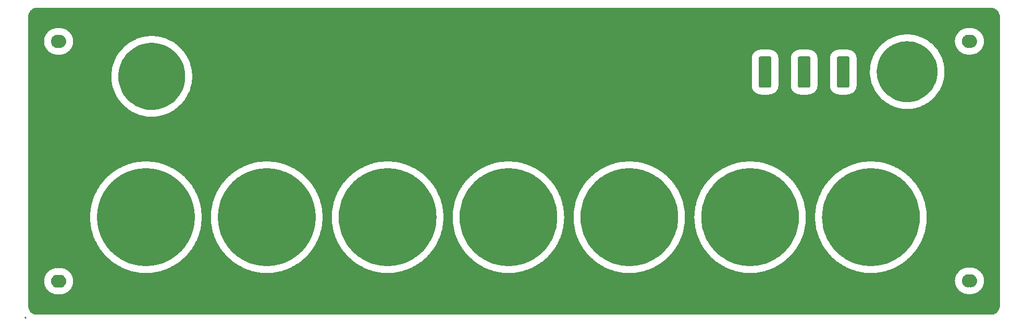
<source format=gbr>
G04 #@! TF.GenerationSoftware,KiCad,Pcbnew,(5.1.2)-2*
G04 #@! TF.CreationDate,2020-06-04T19:35:54+01:00*
G04 #@! TF.ProjectId,noname,6e6f6e61-6d65-42e6-9b69-6361645f7063,rev?*
G04 #@! TF.SameCoordinates,Original*
G04 #@! TF.FileFunction,Copper,L1,Top*
G04 #@! TF.FilePolarity,Positive*
%FSLAX46Y46*%
G04 Gerber Fmt 4.6, Leading zero omitted, Abs format (unit mm)*
G04 Created by KiCad (PCBNEW (5.1.2)-2) date 2020-06-04 19:35:54*
%MOMM*%
%LPD*%
G04 APERTURE LIST*
%ADD10C,0.254000*%
G04 APERTURE END LIST*
D10*
G36*
X-79252508Y-25338266D02*
G01*
X-79272540Y-25338284D01*
X-79272533Y-25320056D01*
X-79252508Y-25338266D01*
X-79252508Y-25338266D01*
G37*
X-79252508Y-25338266D02*
X-79272540Y-25338284D01*
X-79272533Y-25320056D01*
X-79252508Y-25338266D01*
G36*
X77733933Y24907286D02*
G01*
X77863460Y24887375D01*
X77988424Y24855050D01*
X78108491Y24810888D01*
X78223168Y24755438D01*
X78331745Y24689296D01*
X78433472Y24613102D01*
X78527514Y24527584D01*
X78613032Y24433549D01*
X78689212Y24331836D01*
X78755363Y24223241D01*
X78810812Y24108582D01*
X78854978Y23988503D01*
X78887332Y23863474D01*
X78907281Y23733959D01*
X78915010Y23582549D01*
X78915011Y-23382521D01*
X78907281Y-23533951D01*
X78887333Y-23663465D01*
X78854978Y-23788492D01*
X78810813Y-23908571D01*
X78755365Y-24023229D01*
X78689212Y-24131828D01*
X78613032Y-24233541D01*
X78527514Y-24327576D01*
X78433472Y-24413094D01*
X78331748Y-24489286D01*
X78223164Y-24555432D01*
X78108496Y-24610879D01*
X77988429Y-24655039D01*
X77863466Y-24687365D01*
X77733931Y-24707275D01*
X77582372Y-24714995D01*
X-77382472Y-24714995D01*
X-77534030Y-24707275D01*
X-77663565Y-24687365D01*
X-77788520Y-24655040D01*
X-77908594Y-24610880D01*
X-78023258Y-24555433D01*
X-78131846Y-24489288D01*
X-78233578Y-24413091D01*
X-78327611Y-24327582D01*
X-78413122Y-24233546D01*
X-78489308Y-24131828D01*
X-78555455Y-24023240D01*
X-78610901Y-23908578D01*
X-78655056Y-23788527D01*
X-78687378Y-23663579D01*
X-78707284Y-23534094D01*
X-78715000Y-23382573D01*
X-78715000Y-19402322D01*
X-76360825Y-19402322D01*
X-76360780Y-19403259D01*
X-76360825Y-19404196D01*
X-76359165Y-19437063D01*
X-76356000Y-19503329D01*
X-76355774Y-19504238D01*
X-76354221Y-19534992D01*
X-76354359Y-19535952D01*
X-76350824Y-19602266D01*
X-76349171Y-19635002D01*
X-76349028Y-19635958D01*
X-76348976Y-19636931D01*
X-76343997Y-19669556D01*
X-76334197Y-19735010D01*
X-76333870Y-19735921D01*
X-76329727Y-19763070D01*
X-76329757Y-19763775D01*
X-76319542Y-19829806D01*
X-76314580Y-19862325D01*
X-76314407Y-19863002D01*
X-76314298Y-19863709D01*
X-76305944Y-19896203D01*
X-76289600Y-19960314D01*
X-76289298Y-19960946D01*
X-76283207Y-19984637D01*
X-76283187Y-19984985D01*
X-76266581Y-20049301D01*
X-76258117Y-20082222D01*
X-76257995Y-20082557D01*
X-76257907Y-20082897D01*
X-76246367Y-20114429D01*
X-76223458Y-20177220D01*
X-76223278Y-20177516D01*
X-76191064Y-20265536D01*
X-76181005Y-20293031D01*
X-76180990Y-20293062D01*
X-76180978Y-20293095D01*
X-76170564Y-20314707D01*
X-76098784Y-20463720D01*
X-76084804Y-20492828D01*
X-76084603Y-20493159D01*
X-76084428Y-20493522D01*
X-76067136Y-20521912D01*
X-76014023Y-20609340D01*
X-76007943Y-20623911D01*
X-75979059Y-20666894D01*
X-75969724Y-20682261D01*
X-75960298Y-20694813D01*
X-75951542Y-20707844D01*
X-75940098Y-20721715D01*
X-75909003Y-20763124D01*
X-75897242Y-20773657D01*
X-75757314Y-20943253D01*
X-75739601Y-20969913D01*
X-75714492Y-20995154D01*
X-75713346Y-20996543D01*
X-75690756Y-21019015D01*
X-75668284Y-21041605D01*
X-75666895Y-21042751D01*
X-75641654Y-21067860D01*
X-75614994Y-21085573D01*
X-75445397Y-21225502D01*
X-75434862Y-21237265D01*
X-75393446Y-21268365D01*
X-75379585Y-21279801D01*
X-75366564Y-21288551D01*
X-75353999Y-21297986D01*
X-75338619Y-21307329D01*
X-75295652Y-21336202D01*
X-75281084Y-21342281D01*
X-75193042Y-21395766D01*
X-75165252Y-21412692D01*
X-75164901Y-21412861D01*
X-75164567Y-21413064D01*
X-75135139Y-21427197D01*
X-74988667Y-21497750D01*
X-74964831Y-21509235D01*
X-74964799Y-21509247D01*
X-74964761Y-21509265D01*
X-74935258Y-21520058D01*
X-74849268Y-21551528D01*
X-74848984Y-21551701D01*
X-74786695Y-21574429D01*
X-74754632Y-21586163D01*
X-74754301Y-21586249D01*
X-74753987Y-21586363D01*
X-74721636Y-21594682D01*
X-74656720Y-21611442D01*
X-74656385Y-21611461D01*
X-74632693Y-21617553D01*
X-74632039Y-21617866D01*
X-74567509Y-21634315D01*
X-74535477Y-21642552D01*
X-74534761Y-21642663D01*
X-74534050Y-21642844D01*
X-74501020Y-21647884D01*
X-74435543Y-21658015D01*
X-74434821Y-21657984D01*
X-74407735Y-21662117D01*
X-74406914Y-21662412D01*
X-74341334Y-21672248D01*
X-74308655Y-21677234D01*
X-74307779Y-21677281D01*
X-74306910Y-21677411D01*
X-74273922Y-21679085D01*
X-74207676Y-21682614D01*
X-74206810Y-21682489D01*
X-74172100Y-21684250D01*
X-74167250Y-21685399D01*
X-74104785Y-21687665D01*
X-74076105Y-21689120D01*
X-74071158Y-21688885D01*
X-74066194Y-21689065D01*
X-74037464Y-21687284D01*
X-73975096Y-21684320D01*
X-73970262Y-21683117D01*
X-73875597Y-21677248D01*
X-73779738Y-21683191D01*
X-73774904Y-21684394D01*
X-73712538Y-21687358D01*
X-73683807Y-21689139D01*
X-73678843Y-21688959D01*
X-73673896Y-21689194D01*
X-73645217Y-21687739D01*
X-73582750Y-21685473D01*
X-73577900Y-21684324D01*
X-73543190Y-21682563D01*
X-73542324Y-21682688D01*
X-73476058Y-21679157D01*
X-73443091Y-21677485D01*
X-73442223Y-21677355D01*
X-73441345Y-21677308D01*
X-73408628Y-21672316D01*
X-73343086Y-21662486D01*
X-73342265Y-21662191D01*
X-73315180Y-21658058D01*
X-73314459Y-21658089D01*
X-73248819Y-21647933D01*
X-73215950Y-21642918D01*
X-73215246Y-21642739D01*
X-73214525Y-21642627D01*
X-73182279Y-21634335D01*
X-73117960Y-21617940D01*
X-73117308Y-21617628D01*
X-73093611Y-21611535D01*
X-73093278Y-21611516D01*
X-73028593Y-21594816D01*
X-72996013Y-21586438D01*
X-72995697Y-21586323D01*
X-72995365Y-21586237D01*
X-72963266Y-21574490D01*
X-72901016Y-21551776D01*
X-72900732Y-21551603D01*
X-72810167Y-21518459D01*
X-72785239Y-21509339D01*
X-72785207Y-21509324D01*
X-72785167Y-21509309D01*
X-72757526Y-21495990D01*
X-72614569Y-21427131D01*
X-72585434Y-21413138D01*
X-72585107Y-21412940D01*
X-72584747Y-21412766D01*
X-72556376Y-21395486D01*
X-72468920Y-21342357D01*
X-72454349Y-21336277D01*
X-72411375Y-21307400D01*
X-72396001Y-21298060D01*
X-72383440Y-21288628D01*
X-72370416Y-21279876D01*
X-72356552Y-21268437D01*
X-72315138Y-21237339D01*
X-72304604Y-21225577D01*
X-72135010Y-21085651D01*
X-72108344Y-21067933D01*
X-72083099Y-21042820D01*
X-72081716Y-21041679D01*
X-72059278Y-21019124D01*
X-72036652Y-20996616D01*
X-72035507Y-20995229D01*
X-72010398Y-20969988D01*
X-71992682Y-20943324D01*
X-71852753Y-20773727D01*
X-71840997Y-20763198D01*
X-71809910Y-20721799D01*
X-71798456Y-20707917D01*
X-71789697Y-20694882D01*
X-71780276Y-20682336D01*
X-71770940Y-20666968D01*
X-71742056Y-20623983D01*
X-71735977Y-20609415D01*
X-71682905Y-20522052D01*
X-71665572Y-20493596D01*
X-71665397Y-20493233D01*
X-71665196Y-20492902D01*
X-71651216Y-20463794D01*
X-71579988Y-20315927D01*
X-71569022Y-20293169D01*
X-71569010Y-20293136D01*
X-71568995Y-20293105D01*
X-71557645Y-20262082D01*
X-71526722Y-20177590D01*
X-71526542Y-20177294D01*
X-71503606Y-20114429D01*
X-71492093Y-20082971D01*
X-71492005Y-20082631D01*
X-71491883Y-20082296D01*
X-71483430Y-20049421D01*
X-71466813Y-19985060D01*
X-71466793Y-19984712D01*
X-71460702Y-19961020D01*
X-71460400Y-19960388D01*
X-71444082Y-19896378D01*
X-71435702Y-19863784D01*
X-71435592Y-19863075D01*
X-71435420Y-19862399D01*
X-71430467Y-19829944D01*
X-71420243Y-19763850D01*
X-71420273Y-19763144D01*
X-71416130Y-19735994D01*
X-71415803Y-19735084D01*
X-71406010Y-19669675D01*
X-71401024Y-19637006D01*
X-71400972Y-19636031D01*
X-71400829Y-19635076D01*
X-71399177Y-19602350D01*
X-71395641Y-19536026D01*
X-71395779Y-19535067D01*
X-71394226Y-19504312D01*
X-71394000Y-19503403D01*
X-71390836Y-19437165D01*
X-71389175Y-19404271D01*
X-71389220Y-19403333D01*
X-71389175Y-19402395D01*
X-71390836Y-19369501D01*
X-71392225Y-19340409D01*
X71618815Y-19340409D01*
X71618822Y-19340559D01*
X71618815Y-19340709D01*
X71620334Y-19371478D01*
X71625233Y-19471656D01*
X71625029Y-19473066D01*
X71628518Y-19538851D01*
X71630101Y-19571220D01*
X71630310Y-19572631D01*
X71630385Y-19574046D01*
X71635252Y-19605995D01*
X71644917Y-19671251D01*
X71645396Y-19672590D01*
X71649606Y-19700230D01*
X71649574Y-19700974D01*
X71659732Y-19766704D01*
X71664719Y-19799444D01*
X71664903Y-19800168D01*
X71665018Y-19800910D01*
X71673267Y-19833015D01*
X71689672Y-19897440D01*
X71689995Y-19898115D01*
X71696102Y-19921883D01*
X71696124Y-19922281D01*
X71712850Y-19987065D01*
X71721165Y-20019426D01*
X71721301Y-20019799D01*
X71721403Y-20020194D01*
X71733191Y-20052405D01*
X71755810Y-20114429D01*
X71756014Y-20114764D01*
X71763587Y-20135459D01*
X71763589Y-20135469D01*
X71772733Y-20160449D01*
X71798331Y-20230392D01*
X71798344Y-20230419D01*
X71798348Y-20230430D01*
X71809336Y-20253231D01*
X71842227Y-20321491D01*
X71842235Y-20321501D01*
X71880221Y-20400328D01*
X71894459Y-20429992D01*
X71894734Y-20430445D01*
X71894961Y-20430916D01*
X71911862Y-20458654D01*
X71965247Y-20546575D01*
X71971354Y-20561211D01*
X72000181Y-20604109D01*
X72009485Y-20619433D01*
X72018965Y-20632063D01*
X72027755Y-20645144D01*
X72039144Y-20658948D01*
X72070189Y-20700309D01*
X72082004Y-20710895D01*
X72221985Y-20880555D01*
X72239703Y-20907222D01*
X72264809Y-20932459D01*
X72265951Y-20933843D01*
X72288550Y-20956324D01*
X72311021Y-20978912D01*
X72312404Y-20980053D01*
X72337643Y-21005160D01*
X72364309Y-21022877D01*
X72533912Y-21162807D01*
X72544443Y-21174565D01*
X72585860Y-21205666D01*
X72599729Y-21217108D01*
X72612748Y-21225856D01*
X72625306Y-21235286D01*
X72640692Y-21244633D01*
X72683663Y-21273507D01*
X72698224Y-21279583D01*
X72786221Y-21333040D01*
X72814046Y-21349988D01*
X72814399Y-21350158D01*
X72814738Y-21350364D01*
X72844296Y-21364560D01*
X72989815Y-21434655D01*
X73014465Y-21446533D01*
X73014497Y-21446545D01*
X73014533Y-21446562D01*
X73042838Y-21456917D01*
X73130027Y-21488827D01*
X73130315Y-21489002D01*
X73192920Y-21511845D01*
X73224659Y-21523461D01*
X73224990Y-21523546D01*
X73225312Y-21523664D01*
X73258161Y-21532111D01*
X73322571Y-21548741D01*
X73322907Y-21548760D01*
X73346607Y-21554854D01*
X73347259Y-21555166D01*
X73411578Y-21571561D01*
X73443824Y-21579853D01*
X73444545Y-21579965D01*
X73445249Y-21580144D01*
X73478139Y-21585162D01*
X73543758Y-21595315D01*
X73544478Y-21595284D01*
X73571563Y-21599417D01*
X73572384Y-21599712D01*
X73637885Y-21609536D01*
X73670642Y-21614534D01*
X73671521Y-21614581D01*
X73672389Y-21614711D01*
X73705339Y-21616383D01*
X73771622Y-21619914D01*
X73772488Y-21619789D01*
X73807200Y-21621550D01*
X73812050Y-21622699D01*
X73874515Y-21624965D01*
X73903195Y-21626420D01*
X73908142Y-21626185D01*
X73913106Y-21626365D01*
X73941836Y-21624584D01*
X74004204Y-21621620D01*
X74009038Y-21620417D01*
X74103703Y-21614548D01*
X74199562Y-21620491D01*
X74204396Y-21621694D01*
X74266762Y-21624658D01*
X74295493Y-21626439D01*
X74300457Y-21626259D01*
X74305404Y-21626494D01*
X74334083Y-21625039D01*
X74396550Y-21622773D01*
X74401400Y-21621624D01*
X74436112Y-21619863D01*
X74436979Y-21619988D01*
X74503257Y-21616457D01*
X74536211Y-21614785D01*
X74537079Y-21614655D01*
X74537957Y-21614608D01*
X74570693Y-21609613D01*
X74636215Y-21599786D01*
X74637035Y-21599491D01*
X74664117Y-21595359D01*
X74664841Y-21595390D01*
X74730499Y-21585231D01*
X74763352Y-21580218D01*
X74764059Y-21580038D01*
X74764775Y-21579927D01*
X74796849Y-21571679D01*
X74861341Y-21555240D01*
X74861994Y-21554928D01*
X74885692Y-21548834D01*
X74886029Y-21548815D01*
X74950476Y-21532175D01*
X74983288Y-21523738D01*
X74983610Y-21523620D01*
X74983941Y-21523535D01*
X75015730Y-21511901D01*
X75078285Y-21489076D01*
X75078572Y-21488902D01*
X75167510Y-21456352D01*
X75194067Y-21446636D01*
X75194099Y-21446620D01*
X75194136Y-21446607D01*
X75221948Y-21433206D01*
X75364304Y-21364633D01*
X75393861Y-21350438D01*
X75394196Y-21350234D01*
X75394554Y-21350062D01*
X75422702Y-21332917D01*
X75510371Y-21279660D01*
X75524937Y-21273582D01*
X75567917Y-21244701D01*
X75583294Y-21235360D01*
X75595850Y-21225932D01*
X75608871Y-21217182D01*
X75622740Y-21205740D01*
X75664157Y-21174639D01*
X75674687Y-21162881D01*
X75844291Y-21022951D01*
X75870957Y-21005234D01*
X75896196Y-20980127D01*
X75897579Y-20978986D01*
X75920050Y-20956398D01*
X75942649Y-20933917D01*
X75943791Y-20932533D01*
X75968897Y-20907296D01*
X75986615Y-20880629D01*
X76126593Y-20710972D01*
X76138412Y-20700383D01*
X76169461Y-20659015D01*
X76180845Y-20645218D01*
X76189633Y-20632139D01*
X76199115Y-20619507D01*
X76208419Y-20604184D01*
X76237246Y-20561285D01*
X76243354Y-20546647D01*
X76296591Y-20458969D01*
X76313639Y-20430990D01*
X76313868Y-20430514D01*
X76314141Y-20430065D01*
X76328297Y-20400572D01*
X76366367Y-20321572D01*
X76366373Y-20321564D01*
X76393633Y-20264991D01*
X76410252Y-20230504D01*
X76410258Y-20230489D01*
X76410269Y-20230465D01*
X76428926Y-20179486D01*
X76445011Y-20135543D01*
X76445013Y-20135531D01*
X76452585Y-20114840D01*
X76452790Y-20114503D01*
X76475684Y-20051724D01*
X76487197Y-20020267D01*
X76487298Y-20019875D01*
X76487435Y-20019500D01*
X76495769Y-19987065D01*
X76512476Y-19922356D01*
X76512498Y-19921957D01*
X76518606Y-19898186D01*
X76518928Y-19897513D01*
X76535280Y-19833294D01*
X76543582Y-19800985D01*
X76543697Y-19800238D01*
X76543881Y-19799517D01*
X76548848Y-19766907D01*
X76559026Y-19701049D01*
X76558994Y-19700303D01*
X76563204Y-19672666D01*
X76563683Y-19671326D01*
X76573351Y-19606052D01*
X76578215Y-19574120D01*
X76578290Y-19572705D01*
X76578499Y-19571294D01*
X76580082Y-19538918D01*
X76583571Y-19473139D01*
X76583367Y-19471729D01*
X76588224Y-19372417D01*
X76589785Y-19340782D01*
X76589778Y-19340633D01*
X76589785Y-19340484D01*
X76588213Y-19308643D01*
X76583367Y-19209537D01*
X76583571Y-19208127D01*
X76580082Y-19142348D01*
X76578499Y-19109972D01*
X76578290Y-19108561D01*
X76578215Y-19107146D01*
X76573351Y-19075214D01*
X76563683Y-19009940D01*
X76563204Y-19008600D01*
X76558994Y-18980963D01*
X76559026Y-18980217D01*
X76548848Y-18914359D01*
X76543881Y-18881749D01*
X76543697Y-18881028D01*
X76543582Y-18880281D01*
X76535280Y-18847972D01*
X76518928Y-18783753D01*
X76518606Y-18783080D01*
X76512498Y-18759309D01*
X76512476Y-18758910D01*
X76495731Y-18694053D01*
X76487435Y-18661766D01*
X76487298Y-18661391D01*
X76487197Y-18660999D01*
X76475511Y-18629068D01*
X76452790Y-18566763D01*
X76452585Y-18566426D01*
X76445013Y-18545735D01*
X76445011Y-18545723D01*
X76427442Y-18497725D01*
X76410269Y-18450801D01*
X76410258Y-18450777D01*
X76410252Y-18450762D01*
X76388720Y-18406080D01*
X76366373Y-18359702D01*
X76366367Y-18359694D01*
X76328297Y-18280694D01*
X76314141Y-18251201D01*
X76313868Y-18250752D01*
X76313639Y-18250276D01*
X76296591Y-18222297D01*
X76243354Y-18134619D01*
X76237246Y-18119981D01*
X76208419Y-18077082D01*
X76199115Y-18061759D01*
X76189633Y-18049127D01*
X76180845Y-18036048D01*
X76169461Y-18022251D01*
X76138412Y-17980883D01*
X76126593Y-17970294D01*
X75986615Y-17800637D01*
X75968897Y-17773970D01*
X75943791Y-17748733D01*
X75942649Y-17747349D01*
X75920050Y-17724868D01*
X75897579Y-17702280D01*
X75896196Y-17701139D01*
X75870957Y-17676032D01*
X75844291Y-17658315D01*
X75674687Y-17518385D01*
X75664157Y-17506627D01*
X75622740Y-17475526D01*
X75608871Y-17464084D01*
X75595850Y-17455334D01*
X75583294Y-17445906D01*
X75567917Y-17436565D01*
X75524937Y-17407684D01*
X75510371Y-17401606D01*
X75422702Y-17348349D01*
X75394554Y-17331204D01*
X75394196Y-17331032D01*
X75393861Y-17330828D01*
X75364304Y-17316633D01*
X75221242Y-17247720D01*
X75194136Y-17234659D01*
X75194099Y-17234646D01*
X75194067Y-17234630D01*
X75166722Y-17224626D01*
X75078572Y-17192364D01*
X75078285Y-17192190D01*
X75015730Y-17169365D01*
X74983941Y-17157731D01*
X74983610Y-17157646D01*
X74983288Y-17157528D01*
X74950476Y-17149091D01*
X74886029Y-17132451D01*
X74885692Y-17132432D01*
X74861994Y-17126338D01*
X74861341Y-17126026D01*
X74796849Y-17109587D01*
X74764775Y-17101339D01*
X74764059Y-17101228D01*
X74763352Y-17101048D01*
X74730499Y-17096035D01*
X74664841Y-17085876D01*
X74664117Y-17085907D01*
X74637035Y-17081775D01*
X74636215Y-17081480D01*
X74570693Y-17071653D01*
X74537957Y-17066658D01*
X74537079Y-17066611D01*
X74536211Y-17066481D01*
X74503257Y-17064809D01*
X74436979Y-17061278D01*
X74436112Y-17061403D01*
X74401400Y-17059642D01*
X74396550Y-17058493D01*
X74334083Y-17056227D01*
X74305404Y-17054772D01*
X74300457Y-17055007D01*
X74295493Y-17054827D01*
X74266762Y-17056608D01*
X74204396Y-17059572D01*
X74199562Y-17060775D01*
X74104897Y-17066644D01*
X74009038Y-17060701D01*
X74004204Y-17059498D01*
X73941836Y-17056534D01*
X73913106Y-17054753D01*
X73908142Y-17054933D01*
X73903195Y-17054698D01*
X73874515Y-17056153D01*
X73812050Y-17058419D01*
X73807200Y-17059568D01*
X73772488Y-17061329D01*
X73771622Y-17061204D01*
X73705339Y-17064735D01*
X73672389Y-17066407D01*
X73671521Y-17066537D01*
X73670642Y-17066584D01*
X73637885Y-17071582D01*
X73572384Y-17081406D01*
X73571563Y-17081701D01*
X73544478Y-17085834D01*
X73543758Y-17085803D01*
X73478139Y-17095956D01*
X73445249Y-17100974D01*
X73444545Y-17101153D01*
X73443824Y-17101265D01*
X73411578Y-17109557D01*
X73347259Y-17125952D01*
X73346607Y-17126264D01*
X73322907Y-17132358D01*
X73322571Y-17132377D01*
X73258161Y-17149007D01*
X73225312Y-17157454D01*
X73224990Y-17157572D01*
X73224659Y-17157657D01*
X73192920Y-17169273D01*
X73130315Y-17192116D01*
X73130027Y-17192291D01*
X73043328Y-17224022D01*
X73014533Y-17234556D01*
X73014497Y-17234573D01*
X73014465Y-17234585D01*
X72989815Y-17246463D01*
X72844296Y-17316558D01*
X72814738Y-17330754D01*
X72814399Y-17330960D01*
X72814046Y-17331130D01*
X72786221Y-17348078D01*
X72698224Y-17401535D01*
X72683663Y-17407611D01*
X72640692Y-17436485D01*
X72625306Y-17445832D01*
X72612748Y-17455262D01*
X72599729Y-17464010D01*
X72585860Y-17475452D01*
X72544443Y-17506553D01*
X72533912Y-17518311D01*
X72364309Y-17658241D01*
X72337643Y-17675958D01*
X72312404Y-17701065D01*
X72311021Y-17702206D01*
X72288550Y-17724794D01*
X72265951Y-17747275D01*
X72264809Y-17748659D01*
X72239703Y-17773896D01*
X72221985Y-17800563D01*
X72082004Y-17970223D01*
X72070189Y-17980809D01*
X72039144Y-18022170D01*
X72027755Y-18035974D01*
X72018965Y-18049055D01*
X72009485Y-18061685D01*
X72000181Y-18077009D01*
X71971354Y-18119907D01*
X71965247Y-18134543D01*
X71911879Y-18222436D01*
X71894961Y-18250202D01*
X71894734Y-18250673D01*
X71894459Y-18251126D01*
X71880221Y-18280790D01*
X71842235Y-18359617D01*
X71842227Y-18359627D01*
X71815712Y-18414655D01*
X71798348Y-18450688D01*
X71798344Y-18450699D01*
X71798331Y-18450726D01*
X71778757Y-18504209D01*
X71763589Y-18545649D01*
X71763587Y-18545659D01*
X71756014Y-18566354D01*
X71755810Y-18566689D01*
X71733388Y-18628175D01*
X71721403Y-18660924D01*
X71721301Y-18661319D01*
X71721165Y-18661692D01*
X71712877Y-18693949D01*
X71696124Y-18758837D01*
X71696102Y-18759235D01*
X71689995Y-18783003D01*
X71689672Y-18783678D01*
X71673267Y-18848103D01*
X71665018Y-18880208D01*
X71664903Y-18880950D01*
X71664719Y-18881674D01*
X71659732Y-18914414D01*
X71649574Y-18980144D01*
X71649606Y-18980888D01*
X71645396Y-19008528D01*
X71644917Y-19009867D01*
X71635252Y-19075123D01*
X71630385Y-19107072D01*
X71630310Y-19108487D01*
X71630101Y-19109898D01*
X71628518Y-19142267D01*
X71625029Y-19208052D01*
X71625233Y-19209462D01*
X71620391Y-19308470D01*
X71618815Y-19340409D01*
X-71392225Y-19340409D01*
X-71394000Y-19303263D01*
X-71394226Y-19302354D01*
X-71395779Y-19271599D01*
X-71395641Y-19270640D01*
X-71399177Y-19204316D01*
X-71400829Y-19171590D01*
X-71400972Y-19170635D01*
X-71401024Y-19169660D01*
X-71406010Y-19136991D01*
X-71415803Y-19071582D01*
X-71416130Y-19070672D01*
X-71420273Y-19043522D01*
X-71420243Y-19042816D01*
X-71430467Y-18976722D01*
X-71435420Y-18944267D01*
X-71435592Y-18943591D01*
X-71435702Y-18942882D01*
X-71444082Y-18910288D01*
X-71460400Y-18846278D01*
X-71460702Y-18845646D01*
X-71466793Y-18821954D01*
X-71466813Y-18821606D01*
X-71483430Y-18757245D01*
X-71491883Y-18724370D01*
X-71492005Y-18724035D01*
X-71492093Y-18723695D01*
X-71503693Y-18692000D01*
X-71526542Y-18629372D01*
X-71526722Y-18629076D01*
X-71558936Y-18541056D01*
X-71568995Y-18513561D01*
X-71569010Y-18513530D01*
X-71569022Y-18513497D01*
X-71581573Y-18487449D01*
X-71651216Y-18342872D01*
X-71665196Y-18313764D01*
X-71665397Y-18313433D01*
X-71665572Y-18313070D01*
X-71682905Y-18284614D01*
X-71735977Y-18197251D01*
X-71742056Y-18182683D01*
X-71770940Y-18139698D01*
X-71780276Y-18124330D01*
X-71789697Y-18111784D01*
X-71798456Y-18098749D01*
X-71809910Y-18084867D01*
X-71840997Y-18043468D01*
X-71852753Y-18032939D01*
X-71992682Y-17863342D01*
X-72010398Y-17836678D01*
X-72035507Y-17811437D01*
X-72036652Y-17810050D01*
X-72059278Y-17787542D01*
X-72081716Y-17764987D01*
X-72083099Y-17763846D01*
X-72108344Y-17738733D01*
X-72135010Y-17721015D01*
X-72304604Y-17581089D01*
X-72315138Y-17569327D01*
X-72356552Y-17538229D01*
X-72370416Y-17526790D01*
X-72383440Y-17518038D01*
X-72396001Y-17508606D01*
X-72411375Y-17499266D01*
X-72454349Y-17470389D01*
X-72468920Y-17464309D01*
X-72556376Y-17411180D01*
X-72584747Y-17393900D01*
X-72585107Y-17393726D01*
X-72585434Y-17393528D01*
X-72614569Y-17379535D01*
X-72757526Y-17310676D01*
X-72785167Y-17297357D01*
X-72785207Y-17297342D01*
X-72785239Y-17297327D01*
X-72810167Y-17288207D01*
X-72900732Y-17255063D01*
X-72901016Y-17254890D01*
X-72963266Y-17232176D01*
X-72995365Y-17220429D01*
X-72995697Y-17220343D01*
X-72996013Y-17220228D01*
X-73028593Y-17211850D01*
X-73093278Y-17195150D01*
X-73093611Y-17195131D01*
X-73117308Y-17189038D01*
X-73117960Y-17188726D01*
X-73182279Y-17172331D01*
X-73214525Y-17164039D01*
X-73215246Y-17163927D01*
X-73215950Y-17163748D01*
X-73248819Y-17158733D01*
X-73314459Y-17148577D01*
X-73315180Y-17148608D01*
X-73342265Y-17144475D01*
X-73343086Y-17144180D01*
X-73408628Y-17134350D01*
X-73441345Y-17129358D01*
X-73442223Y-17129311D01*
X-73443091Y-17129181D01*
X-73476058Y-17127509D01*
X-73542324Y-17123978D01*
X-73543190Y-17124103D01*
X-73577900Y-17122342D01*
X-73582750Y-17121193D01*
X-73645217Y-17118927D01*
X-73673896Y-17117472D01*
X-73678843Y-17117707D01*
X-73683807Y-17117527D01*
X-73712538Y-17119308D01*
X-73774904Y-17122272D01*
X-73779738Y-17123475D01*
X-73874403Y-17129344D01*
X-73970262Y-17123401D01*
X-73975096Y-17122198D01*
X-74037464Y-17119234D01*
X-74066194Y-17117453D01*
X-74071158Y-17117633D01*
X-74076105Y-17117398D01*
X-74104785Y-17118853D01*
X-74167250Y-17121119D01*
X-74172100Y-17122268D01*
X-74206810Y-17124029D01*
X-74207676Y-17123904D01*
X-74273922Y-17127433D01*
X-74306910Y-17129107D01*
X-74307779Y-17129237D01*
X-74308655Y-17129284D01*
X-74341334Y-17134270D01*
X-74406914Y-17144106D01*
X-74407735Y-17144401D01*
X-74434821Y-17148534D01*
X-74435543Y-17148503D01*
X-74501020Y-17158634D01*
X-74534050Y-17163674D01*
X-74534761Y-17163855D01*
X-74535477Y-17163966D01*
X-74567509Y-17172203D01*
X-74632039Y-17188652D01*
X-74632693Y-17188965D01*
X-74656385Y-17195057D01*
X-74656720Y-17195076D01*
X-74721636Y-17211836D01*
X-74753987Y-17220155D01*
X-74754301Y-17220269D01*
X-74754632Y-17220355D01*
X-74786695Y-17232089D01*
X-74848984Y-17254817D01*
X-74849268Y-17254990D01*
X-74935258Y-17286460D01*
X-74964761Y-17297253D01*
X-74964799Y-17297271D01*
X-74964831Y-17297283D01*
X-74988503Y-17308689D01*
X-75135139Y-17379321D01*
X-75164567Y-17393454D01*
X-75164901Y-17393657D01*
X-75165252Y-17393826D01*
X-75193042Y-17410752D01*
X-75281084Y-17464237D01*
X-75295652Y-17470316D01*
X-75338619Y-17499189D01*
X-75353999Y-17508532D01*
X-75366564Y-17517967D01*
X-75379585Y-17526717D01*
X-75393446Y-17538153D01*
X-75434862Y-17569253D01*
X-75445397Y-17581016D01*
X-75614994Y-17720945D01*
X-75641654Y-17738658D01*
X-75666895Y-17763767D01*
X-75668284Y-17764913D01*
X-75690756Y-17787503D01*
X-75713346Y-17809975D01*
X-75714492Y-17811364D01*
X-75739601Y-17836605D01*
X-75757314Y-17863265D01*
X-75897242Y-18032861D01*
X-75909003Y-18043394D01*
X-75940098Y-18084803D01*
X-75951542Y-18098674D01*
X-75960298Y-18111705D01*
X-75969724Y-18124257D01*
X-75979059Y-18139624D01*
X-76007943Y-18182607D01*
X-76014023Y-18197178D01*
X-76067136Y-18284606D01*
X-76084428Y-18312996D01*
X-76084603Y-18313359D01*
X-76084804Y-18313690D01*
X-76098576Y-18342366D01*
X-76167625Y-18485711D01*
X-76180978Y-18513423D01*
X-76180990Y-18513456D01*
X-76181005Y-18513487D01*
X-76191064Y-18540982D01*
X-76223278Y-18629002D01*
X-76223458Y-18629298D01*
X-76246307Y-18691926D01*
X-76257907Y-18723621D01*
X-76257995Y-18723961D01*
X-76258117Y-18724296D01*
X-76266581Y-18757217D01*
X-76283187Y-18821533D01*
X-76283207Y-18821881D01*
X-76289298Y-18845572D01*
X-76289600Y-18846204D01*
X-76305944Y-18910315D01*
X-76314298Y-18942809D01*
X-76314407Y-18943516D01*
X-76314580Y-18944193D01*
X-76319542Y-18976712D01*
X-76329757Y-19042743D01*
X-76329727Y-19043448D01*
X-76333870Y-19070597D01*
X-76334197Y-19071508D01*
X-76343997Y-19136962D01*
X-76348976Y-19169587D01*
X-76349028Y-19170560D01*
X-76349171Y-19171516D01*
X-76350809Y-19203963D01*
X-76354359Y-19270566D01*
X-76354221Y-19271526D01*
X-76355774Y-19302280D01*
X-76356000Y-19303189D01*
X-76359165Y-19369455D01*
X-76360825Y-19402322D01*
X-78715000Y-19402322D01*
X-78715000Y-8983239D01*
X-68884642Y-8983239D01*
X-68884229Y-8999897D01*
X-68884642Y-9016555D01*
X-68883396Y-9033505D01*
X-68873771Y-9421695D01*
X-68874177Y-9438663D01*
X-68872938Y-9455318D01*
X-68872524Y-9472003D01*
X-68870443Y-9488837D01*
X-68841772Y-9874155D01*
X-68841342Y-9891068D01*
X-68839275Y-9907705D01*
X-68838033Y-9924401D01*
X-68835133Y-9941048D01*
X-68787703Y-10322877D01*
X-68786447Y-10339684D01*
X-68783558Y-10356243D01*
X-68781486Y-10372921D01*
X-68777779Y-10389361D01*
X-68711876Y-10767072D01*
X-68709802Y-10783763D01*
X-68706095Y-10800201D01*
X-68703200Y-10816795D01*
X-68698701Y-10832995D01*
X-68614592Y-11205994D01*
X-68611712Y-11222523D01*
X-68607193Y-11238808D01*
X-68603479Y-11255278D01*
X-68598207Y-11271188D01*
X-68496167Y-11638895D01*
X-68492492Y-11655225D01*
X-68487181Y-11671278D01*
X-68482655Y-11687586D01*
X-68476614Y-11703212D01*
X-68356915Y-12064984D01*
X-68352450Y-12081109D01*
X-68346350Y-12096915D01*
X-68341032Y-12112988D01*
X-68334249Y-12128271D01*
X-68197141Y-12483541D01*
X-68191894Y-12499434D01*
X-68185025Y-12514936D01*
X-68178932Y-12530725D01*
X-68171417Y-12545649D01*
X-68017145Y-12893829D01*
X-68011131Y-12909442D01*
X-68003521Y-12924577D01*
X-67996663Y-12940056D01*
X-67988424Y-12954605D01*
X-67817241Y-13295080D01*
X-67810468Y-13310389D01*
X-67802142Y-13325110D01*
X-67794542Y-13340227D01*
X-67785589Y-13354379D01*
X-67597737Y-13686536D01*
X-67590213Y-13701517D01*
X-67581193Y-13715788D01*
X-67572876Y-13730495D01*
X-67563224Y-13744220D01*
X-67358945Y-14067442D01*
X-67350675Y-14082073D01*
X-67340985Y-14095859D01*
X-67331981Y-14110106D01*
X-67321650Y-14123368D01*
X-67101172Y-14437051D01*
X-67092164Y-14451304D01*
X-67081834Y-14464564D01*
X-67072174Y-14478308D01*
X-67061178Y-14491079D01*
X-66824729Y-14794601D01*
X-66814994Y-14808442D01*
X-66804051Y-14821144D01*
X-66793765Y-14834348D01*
X-66782126Y-14846594D01*
X-66529919Y-15139346D01*
X-66519486Y-15152722D01*
X-66507979Y-15164814D01*
X-66497080Y-15177465D01*
X-66484796Y-15189175D01*
X-66217120Y-15470456D01*
X-66206010Y-15483330D01*
X-66193925Y-15494831D01*
X-66182443Y-15506896D01*
X-66169588Y-15517990D01*
X-65888287Y-15785684D01*
X-65876578Y-15797967D01*
X-65863928Y-15808865D01*
X-65851835Y-15820373D01*
X-65838457Y-15830809D01*
X-65545717Y-16083003D01*
X-65533461Y-16094652D01*
X-65520247Y-16104946D01*
X-65507554Y-16115881D01*
X-65493721Y-16125610D01*
X-65190194Y-16362064D01*
X-65177421Y-16373061D01*
X-65163676Y-16382722D01*
X-65150417Y-16393051D01*
X-65136164Y-16402060D01*
X-64822472Y-16622544D01*
X-64809219Y-16632868D01*
X-64794982Y-16641866D01*
X-64781187Y-16651562D01*
X-64766546Y-16659838D01*
X-64443325Y-16864117D01*
X-64429608Y-16873763D01*
X-64414910Y-16882075D01*
X-64400631Y-16891100D01*
X-64385642Y-16898628D01*
X-64053484Y-17086481D01*
X-64039340Y-17095429D01*
X-64024232Y-17103025D01*
X-64009503Y-17111355D01*
X-63994187Y-17118131D01*
X-63653712Y-17289314D01*
X-63639169Y-17297550D01*
X-63623698Y-17304405D01*
X-63608556Y-17312018D01*
X-63592938Y-17318034D01*
X-63244761Y-17472305D01*
X-63229838Y-17479819D01*
X-63214049Y-17485912D01*
X-63198547Y-17492781D01*
X-63182654Y-17498028D01*
X-62827386Y-17635136D01*
X-62812100Y-17641920D01*
X-62796023Y-17647239D01*
X-62780223Y-17653337D01*
X-62764103Y-17657801D01*
X-62402321Y-17777503D01*
X-62386699Y-17783542D01*
X-62370391Y-17788067D01*
X-62354338Y-17793379D01*
X-62338008Y-17797054D01*
X-61970292Y-17899097D01*
X-61954390Y-17904366D01*
X-61937930Y-17908078D01*
X-61921637Y-17912599D01*
X-61905100Y-17915481D01*
X-61532103Y-17999589D01*
X-61515908Y-18004087D01*
X-61499318Y-18006982D01*
X-61482877Y-18010689D01*
X-61466183Y-18012763D01*
X-61088470Y-18078667D01*
X-61072034Y-18082373D01*
X-61055359Y-18084444D01*
X-61038798Y-18087334D01*
X-61021989Y-18088590D01*
X-60640160Y-18136021D01*
X-60623515Y-18138920D01*
X-60606821Y-18140162D01*
X-60590183Y-18142229D01*
X-60573269Y-18142659D01*
X-60187947Y-18171331D01*
X-60171115Y-18173411D01*
X-60154433Y-18173825D01*
X-60137777Y-18175064D01*
X-60120807Y-18174658D01*
X-59732619Y-18184283D01*
X-59715668Y-18185529D01*
X-59699010Y-18185116D01*
X-59682351Y-18185529D01*
X-59665400Y-18184283D01*
X-59277212Y-18174658D01*
X-59260244Y-18175064D01*
X-59243589Y-18173825D01*
X-59226904Y-18173411D01*
X-59210070Y-18171330D01*
X-58824752Y-18142659D01*
X-58807839Y-18142229D01*
X-58791202Y-18140162D01*
X-58774506Y-18138920D01*
X-58757859Y-18136020D01*
X-58376030Y-18088590D01*
X-58359223Y-18087334D01*
X-58342664Y-18084445D01*
X-58325986Y-18082373D01*
X-58309546Y-18078666D01*
X-57931835Y-18012763D01*
X-57915144Y-18010689D01*
X-57898706Y-18006982D01*
X-57882112Y-18004087D01*
X-57865912Y-17999588D01*
X-57492913Y-17915479D01*
X-57476384Y-17912599D01*
X-57460099Y-17908080D01*
X-57443629Y-17904366D01*
X-57427719Y-17899094D01*
X-57060012Y-17797054D01*
X-57043682Y-17793379D01*
X-57027629Y-17788068D01*
X-57011321Y-17783542D01*
X-56995695Y-17777501D01*
X-56633923Y-17657802D01*
X-56617798Y-17653337D01*
X-56601992Y-17647237D01*
X-56585919Y-17641919D01*
X-56570636Y-17635136D01*
X-56215366Y-17498028D01*
X-56199473Y-17492781D01*
X-56183971Y-17485912D01*
X-56168182Y-17479819D01*
X-56153258Y-17472304D01*
X-55805078Y-17318032D01*
X-55789465Y-17312018D01*
X-55774330Y-17304408D01*
X-55758851Y-17297550D01*
X-55744302Y-17289311D01*
X-55403827Y-17118128D01*
X-55388518Y-17111355D01*
X-55373797Y-17103029D01*
X-55358680Y-17095429D01*
X-55344528Y-17086476D01*
X-55012371Y-16898624D01*
X-54997390Y-16891100D01*
X-54983119Y-16882080D01*
X-54968412Y-16873763D01*
X-54954687Y-16864111D01*
X-54631465Y-16659832D01*
X-54616834Y-16651562D01*
X-54603048Y-16641872D01*
X-54588801Y-16632868D01*
X-54575539Y-16622537D01*
X-54261856Y-16402059D01*
X-54247603Y-16393051D01*
X-54234343Y-16382721D01*
X-54220599Y-16373061D01*
X-54207828Y-16362065D01*
X-53904306Y-16125616D01*
X-53890465Y-16115881D01*
X-53877763Y-16104938D01*
X-53864559Y-16094652D01*
X-53852313Y-16083013D01*
X-53559561Y-15830806D01*
X-53546185Y-15820373D01*
X-53534093Y-15808866D01*
X-53521442Y-15797967D01*
X-53509732Y-15785683D01*
X-53228451Y-15518007D01*
X-53215577Y-15506897D01*
X-53204076Y-15494812D01*
X-53192011Y-15483330D01*
X-53180917Y-15470475D01*
X-52913223Y-15189174D01*
X-52900940Y-15177465D01*
X-52890042Y-15164815D01*
X-52878534Y-15152722D01*
X-52868098Y-15139344D01*
X-52615904Y-14846604D01*
X-52604255Y-14834348D01*
X-52593961Y-14821134D01*
X-52583026Y-14808441D01*
X-52573297Y-14794608D01*
X-52336843Y-14491081D01*
X-52325846Y-14478308D01*
X-52316185Y-14464563D01*
X-52305856Y-14451304D01*
X-52296847Y-14437051D01*
X-52076363Y-14123359D01*
X-52066039Y-14110106D01*
X-52057041Y-14095869D01*
X-52047345Y-14082074D01*
X-52039069Y-14067433D01*
X-51834790Y-13744212D01*
X-51825144Y-13730495D01*
X-51816832Y-13715797D01*
X-51807807Y-13701518D01*
X-51800279Y-13686529D01*
X-51612426Y-13354371D01*
X-51603478Y-13340227D01*
X-51595882Y-13325119D01*
X-51587552Y-13310390D01*
X-51580776Y-13295074D01*
X-51409593Y-12954599D01*
X-51401357Y-12940056D01*
X-51394502Y-12924585D01*
X-51386889Y-12909443D01*
X-51380873Y-12893825D01*
X-51226602Y-12545648D01*
X-51219088Y-12530725D01*
X-51212995Y-12514936D01*
X-51206126Y-12499434D01*
X-51200879Y-12483541D01*
X-51063771Y-12128273D01*
X-51056987Y-12112987D01*
X-51051668Y-12096910D01*
X-51045570Y-12081110D01*
X-51041106Y-12064990D01*
X-50921404Y-11703208D01*
X-50915365Y-11687586D01*
X-50910840Y-11671278D01*
X-50905528Y-11655225D01*
X-50901853Y-11638895D01*
X-50799810Y-11271179D01*
X-50794541Y-11255277D01*
X-50790829Y-11238817D01*
X-50786308Y-11222524D01*
X-50783426Y-11205987D01*
X-50699318Y-10832990D01*
X-50694820Y-10816795D01*
X-50691925Y-10800205D01*
X-50688218Y-10783764D01*
X-50686144Y-10767070D01*
X-50620240Y-10389357D01*
X-50616534Y-10372921D01*
X-50614463Y-10356246D01*
X-50611573Y-10339685D01*
X-50610317Y-10322876D01*
X-50562886Y-9941047D01*
X-50559987Y-9924402D01*
X-50558745Y-9907708D01*
X-50556678Y-9891070D01*
X-50556248Y-9874156D01*
X-50527576Y-9488834D01*
X-50525496Y-9472002D01*
X-50525082Y-9455320D01*
X-50523843Y-9438664D01*
X-50524249Y-9421694D01*
X-50514835Y-9042014D01*
X-50510687Y-8999897D01*
X-50512327Y-8983239D01*
X-49251643Y-8983239D01*
X-49251230Y-8999897D01*
X-49251643Y-9016555D01*
X-49250397Y-9033505D01*
X-49240772Y-9421695D01*
X-49241178Y-9438663D01*
X-49239939Y-9455318D01*
X-49239525Y-9472003D01*
X-49237444Y-9488837D01*
X-49208773Y-9874155D01*
X-49208343Y-9891068D01*
X-49206276Y-9907705D01*
X-49205034Y-9924401D01*
X-49202134Y-9941048D01*
X-49154704Y-10322877D01*
X-49153448Y-10339684D01*
X-49150559Y-10356243D01*
X-49148487Y-10372921D01*
X-49144780Y-10389361D01*
X-49078877Y-10767072D01*
X-49076803Y-10783763D01*
X-49073096Y-10800201D01*
X-49070201Y-10816795D01*
X-49065702Y-10832995D01*
X-48981593Y-11205994D01*
X-48978713Y-11222523D01*
X-48974194Y-11238808D01*
X-48970480Y-11255278D01*
X-48965208Y-11271188D01*
X-48863168Y-11638895D01*
X-48859493Y-11655225D01*
X-48854182Y-11671278D01*
X-48849656Y-11687586D01*
X-48843615Y-11703212D01*
X-48723916Y-12064984D01*
X-48719451Y-12081109D01*
X-48713351Y-12096915D01*
X-48708033Y-12112988D01*
X-48701250Y-12128271D01*
X-48564142Y-12483541D01*
X-48558895Y-12499434D01*
X-48552026Y-12514936D01*
X-48545933Y-12530725D01*
X-48538418Y-12545649D01*
X-48384146Y-12893829D01*
X-48378132Y-12909442D01*
X-48370522Y-12924577D01*
X-48363664Y-12940056D01*
X-48355425Y-12954605D01*
X-48184242Y-13295080D01*
X-48177469Y-13310389D01*
X-48169143Y-13325110D01*
X-48161543Y-13340227D01*
X-48152590Y-13354379D01*
X-47964738Y-13686536D01*
X-47957214Y-13701517D01*
X-47948194Y-13715788D01*
X-47939877Y-13730495D01*
X-47930225Y-13744220D01*
X-47725946Y-14067442D01*
X-47717676Y-14082073D01*
X-47707986Y-14095859D01*
X-47698982Y-14110106D01*
X-47688651Y-14123368D01*
X-47468173Y-14437051D01*
X-47459165Y-14451304D01*
X-47448835Y-14464564D01*
X-47439175Y-14478308D01*
X-47428179Y-14491079D01*
X-47191730Y-14794601D01*
X-47181995Y-14808442D01*
X-47171052Y-14821144D01*
X-47160766Y-14834348D01*
X-47149127Y-14846594D01*
X-46896920Y-15139346D01*
X-46886487Y-15152722D01*
X-46874980Y-15164814D01*
X-46864081Y-15177465D01*
X-46851797Y-15189175D01*
X-46584121Y-15470456D01*
X-46573011Y-15483330D01*
X-46560926Y-15494831D01*
X-46549444Y-15506896D01*
X-46536589Y-15517990D01*
X-46255288Y-15785684D01*
X-46243579Y-15797967D01*
X-46230929Y-15808865D01*
X-46218836Y-15820373D01*
X-46205458Y-15830809D01*
X-45912718Y-16083003D01*
X-45900462Y-16094652D01*
X-45887248Y-16104946D01*
X-45874555Y-16115881D01*
X-45860722Y-16125610D01*
X-45557195Y-16362064D01*
X-45544422Y-16373061D01*
X-45530677Y-16382722D01*
X-45517418Y-16393051D01*
X-45503165Y-16402060D01*
X-45189473Y-16622544D01*
X-45176220Y-16632868D01*
X-45161983Y-16641866D01*
X-45148188Y-16651562D01*
X-45133547Y-16659838D01*
X-44810326Y-16864117D01*
X-44796609Y-16873763D01*
X-44781911Y-16882075D01*
X-44767632Y-16891100D01*
X-44752643Y-16898628D01*
X-44420485Y-17086481D01*
X-44406341Y-17095429D01*
X-44391233Y-17103025D01*
X-44376504Y-17111355D01*
X-44361188Y-17118131D01*
X-44020713Y-17289314D01*
X-44006170Y-17297550D01*
X-43990699Y-17304405D01*
X-43975557Y-17312018D01*
X-43959939Y-17318034D01*
X-43611762Y-17472305D01*
X-43596839Y-17479819D01*
X-43581050Y-17485912D01*
X-43565548Y-17492781D01*
X-43549655Y-17498028D01*
X-43194387Y-17635136D01*
X-43179101Y-17641920D01*
X-43163024Y-17647239D01*
X-43147224Y-17653337D01*
X-43131104Y-17657801D01*
X-42769322Y-17777503D01*
X-42753700Y-17783542D01*
X-42737392Y-17788067D01*
X-42721339Y-17793379D01*
X-42705009Y-17797054D01*
X-42337293Y-17899097D01*
X-42321391Y-17904366D01*
X-42304931Y-17908078D01*
X-42288638Y-17912599D01*
X-42272101Y-17915481D01*
X-41899104Y-17999589D01*
X-41882909Y-18004087D01*
X-41866319Y-18006982D01*
X-41849878Y-18010689D01*
X-41833184Y-18012763D01*
X-41455471Y-18078667D01*
X-41439035Y-18082373D01*
X-41422360Y-18084444D01*
X-41405799Y-18087334D01*
X-41388990Y-18088590D01*
X-41007161Y-18136021D01*
X-40990516Y-18138920D01*
X-40973822Y-18140162D01*
X-40957184Y-18142229D01*
X-40940270Y-18142659D01*
X-40554948Y-18171331D01*
X-40538116Y-18173411D01*
X-40521434Y-18173825D01*
X-40504778Y-18175064D01*
X-40487808Y-18174658D01*
X-40099620Y-18184283D01*
X-40082669Y-18185529D01*
X-40066011Y-18185116D01*
X-40049352Y-18185529D01*
X-40032401Y-18184283D01*
X-39644213Y-18174658D01*
X-39627245Y-18175064D01*
X-39610590Y-18173825D01*
X-39593905Y-18173411D01*
X-39577071Y-18171330D01*
X-39191753Y-18142659D01*
X-39174840Y-18142229D01*
X-39158203Y-18140162D01*
X-39141507Y-18138920D01*
X-39124860Y-18136020D01*
X-38743031Y-18088590D01*
X-38726224Y-18087334D01*
X-38709665Y-18084445D01*
X-38692987Y-18082373D01*
X-38676547Y-18078666D01*
X-38298836Y-18012763D01*
X-38282145Y-18010689D01*
X-38265707Y-18006982D01*
X-38249113Y-18004087D01*
X-38232913Y-17999588D01*
X-37859914Y-17915479D01*
X-37843385Y-17912599D01*
X-37827100Y-17908080D01*
X-37810630Y-17904366D01*
X-37794720Y-17899094D01*
X-37427013Y-17797054D01*
X-37410683Y-17793379D01*
X-37394630Y-17788068D01*
X-37378322Y-17783542D01*
X-37362696Y-17777501D01*
X-37000924Y-17657802D01*
X-36984799Y-17653337D01*
X-36968993Y-17647237D01*
X-36952920Y-17641919D01*
X-36937637Y-17635136D01*
X-36582367Y-17498028D01*
X-36566474Y-17492781D01*
X-36550972Y-17485912D01*
X-36535183Y-17479819D01*
X-36520259Y-17472304D01*
X-36172079Y-17318032D01*
X-36156466Y-17312018D01*
X-36141331Y-17304408D01*
X-36125852Y-17297550D01*
X-36111303Y-17289311D01*
X-35770828Y-17118128D01*
X-35755519Y-17111355D01*
X-35740798Y-17103029D01*
X-35725681Y-17095429D01*
X-35711529Y-17086476D01*
X-35379372Y-16898624D01*
X-35364391Y-16891100D01*
X-35350120Y-16882080D01*
X-35335413Y-16873763D01*
X-35321688Y-16864111D01*
X-34998466Y-16659832D01*
X-34983835Y-16651562D01*
X-34970049Y-16641872D01*
X-34955802Y-16632868D01*
X-34942540Y-16622537D01*
X-34628857Y-16402059D01*
X-34614604Y-16393051D01*
X-34601344Y-16382721D01*
X-34587600Y-16373061D01*
X-34574829Y-16362065D01*
X-34271307Y-16125616D01*
X-34257466Y-16115881D01*
X-34244764Y-16104938D01*
X-34231560Y-16094652D01*
X-34219314Y-16083013D01*
X-33926562Y-15830806D01*
X-33913186Y-15820373D01*
X-33901094Y-15808866D01*
X-33888443Y-15797967D01*
X-33876733Y-15785683D01*
X-33595452Y-15518007D01*
X-33582578Y-15506897D01*
X-33571077Y-15494812D01*
X-33559012Y-15483330D01*
X-33547918Y-15470475D01*
X-33280224Y-15189174D01*
X-33267941Y-15177465D01*
X-33257043Y-15164815D01*
X-33245535Y-15152722D01*
X-33235099Y-15139344D01*
X-32982905Y-14846604D01*
X-32971256Y-14834348D01*
X-32960962Y-14821134D01*
X-32950027Y-14808441D01*
X-32940298Y-14794608D01*
X-32703844Y-14491081D01*
X-32692847Y-14478308D01*
X-32683186Y-14464563D01*
X-32672857Y-14451304D01*
X-32663848Y-14437051D01*
X-32443364Y-14123359D01*
X-32433040Y-14110106D01*
X-32424042Y-14095869D01*
X-32414346Y-14082074D01*
X-32406070Y-14067433D01*
X-32201791Y-13744212D01*
X-32192145Y-13730495D01*
X-32183833Y-13715797D01*
X-32174808Y-13701518D01*
X-32167280Y-13686529D01*
X-31979427Y-13354371D01*
X-31970479Y-13340227D01*
X-31962883Y-13325119D01*
X-31954553Y-13310390D01*
X-31947777Y-13295074D01*
X-31776594Y-12954599D01*
X-31768358Y-12940056D01*
X-31761503Y-12924585D01*
X-31753890Y-12909443D01*
X-31747874Y-12893825D01*
X-31593603Y-12545648D01*
X-31586089Y-12530725D01*
X-31579996Y-12514936D01*
X-31573127Y-12499434D01*
X-31567880Y-12483541D01*
X-31430772Y-12128273D01*
X-31423988Y-12112987D01*
X-31418669Y-12096910D01*
X-31412571Y-12081110D01*
X-31408107Y-12064990D01*
X-31288405Y-11703208D01*
X-31282366Y-11687586D01*
X-31277841Y-11671278D01*
X-31272529Y-11655225D01*
X-31268854Y-11638895D01*
X-31166811Y-11271179D01*
X-31161542Y-11255277D01*
X-31157830Y-11238817D01*
X-31153309Y-11222524D01*
X-31150427Y-11205987D01*
X-31066319Y-10832990D01*
X-31061821Y-10816795D01*
X-31058926Y-10800205D01*
X-31055219Y-10783764D01*
X-31053145Y-10767070D01*
X-30987241Y-10389357D01*
X-30983535Y-10372921D01*
X-30981464Y-10356246D01*
X-30978574Y-10339685D01*
X-30977318Y-10322876D01*
X-30929887Y-9941047D01*
X-30926988Y-9924402D01*
X-30925746Y-9907708D01*
X-30923679Y-9891070D01*
X-30923249Y-9874156D01*
X-30894577Y-9488834D01*
X-30892497Y-9472002D01*
X-30892083Y-9455320D01*
X-30890844Y-9438664D01*
X-30891250Y-9421694D01*
X-30881836Y-9042014D01*
X-30877688Y-8999897D01*
X-30879328Y-8983239D01*
X-29618643Y-8983239D01*
X-29618230Y-8999897D01*
X-29618643Y-9016555D01*
X-29617397Y-9033505D01*
X-29607772Y-9421695D01*
X-29608178Y-9438663D01*
X-29606939Y-9455318D01*
X-29606525Y-9472003D01*
X-29604444Y-9488837D01*
X-29575773Y-9874155D01*
X-29575343Y-9891068D01*
X-29573276Y-9907705D01*
X-29572034Y-9924401D01*
X-29569134Y-9941048D01*
X-29521704Y-10322877D01*
X-29520448Y-10339684D01*
X-29517559Y-10356243D01*
X-29515487Y-10372921D01*
X-29511780Y-10389361D01*
X-29445877Y-10767072D01*
X-29443803Y-10783763D01*
X-29440096Y-10800201D01*
X-29437201Y-10816795D01*
X-29432702Y-10832995D01*
X-29348593Y-11205994D01*
X-29345713Y-11222523D01*
X-29341194Y-11238808D01*
X-29337480Y-11255278D01*
X-29332208Y-11271188D01*
X-29230168Y-11638895D01*
X-29226493Y-11655225D01*
X-29221182Y-11671278D01*
X-29216656Y-11687586D01*
X-29210615Y-11703212D01*
X-29090916Y-12064984D01*
X-29086451Y-12081109D01*
X-29080351Y-12096915D01*
X-29075033Y-12112988D01*
X-29068250Y-12128271D01*
X-28931142Y-12483541D01*
X-28925895Y-12499434D01*
X-28919026Y-12514936D01*
X-28912933Y-12530725D01*
X-28905418Y-12545649D01*
X-28751146Y-12893829D01*
X-28745132Y-12909442D01*
X-28737522Y-12924577D01*
X-28730664Y-12940056D01*
X-28722425Y-12954605D01*
X-28551242Y-13295080D01*
X-28544469Y-13310389D01*
X-28536143Y-13325110D01*
X-28528543Y-13340227D01*
X-28519590Y-13354379D01*
X-28331738Y-13686536D01*
X-28324214Y-13701517D01*
X-28315194Y-13715788D01*
X-28306877Y-13730495D01*
X-28297225Y-13744220D01*
X-28092946Y-14067442D01*
X-28084676Y-14082073D01*
X-28074986Y-14095859D01*
X-28065982Y-14110106D01*
X-28055651Y-14123368D01*
X-27835173Y-14437051D01*
X-27826165Y-14451304D01*
X-27815835Y-14464564D01*
X-27806175Y-14478308D01*
X-27795179Y-14491079D01*
X-27558730Y-14794601D01*
X-27548995Y-14808442D01*
X-27538052Y-14821144D01*
X-27527766Y-14834348D01*
X-27516127Y-14846594D01*
X-27263920Y-15139346D01*
X-27253487Y-15152722D01*
X-27241980Y-15164814D01*
X-27231081Y-15177465D01*
X-27218797Y-15189175D01*
X-26951121Y-15470456D01*
X-26940011Y-15483330D01*
X-26927926Y-15494831D01*
X-26916444Y-15506896D01*
X-26903589Y-15517990D01*
X-26622288Y-15785684D01*
X-26610579Y-15797967D01*
X-26597929Y-15808865D01*
X-26585836Y-15820373D01*
X-26572458Y-15830809D01*
X-26279718Y-16083003D01*
X-26267462Y-16094652D01*
X-26254248Y-16104946D01*
X-26241555Y-16115881D01*
X-26227722Y-16125610D01*
X-25924195Y-16362064D01*
X-25911422Y-16373061D01*
X-25897677Y-16382722D01*
X-25884418Y-16393051D01*
X-25870165Y-16402060D01*
X-25556473Y-16622544D01*
X-25543220Y-16632868D01*
X-25528983Y-16641866D01*
X-25515188Y-16651562D01*
X-25500547Y-16659838D01*
X-25177326Y-16864117D01*
X-25163609Y-16873763D01*
X-25148911Y-16882075D01*
X-25134632Y-16891100D01*
X-25119643Y-16898628D01*
X-24787485Y-17086481D01*
X-24773341Y-17095429D01*
X-24758233Y-17103025D01*
X-24743504Y-17111355D01*
X-24728188Y-17118131D01*
X-24387713Y-17289314D01*
X-24373170Y-17297550D01*
X-24357699Y-17304405D01*
X-24342557Y-17312018D01*
X-24326939Y-17318034D01*
X-23978762Y-17472305D01*
X-23963839Y-17479819D01*
X-23948050Y-17485912D01*
X-23932548Y-17492781D01*
X-23916655Y-17498028D01*
X-23561387Y-17635136D01*
X-23546101Y-17641920D01*
X-23530024Y-17647239D01*
X-23514224Y-17653337D01*
X-23498104Y-17657801D01*
X-23136322Y-17777503D01*
X-23120700Y-17783542D01*
X-23104392Y-17788067D01*
X-23088339Y-17793379D01*
X-23072009Y-17797054D01*
X-22704293Y-17899097D01*
X-22688391Y-17904366D01*
X-22671931Y-17908078D01*
X-22655638Y-17912599D01*
X-22639101Y-17915481D01*
X-22266104Y-17999589D01*
X-22249909Y-18004087D01*
X-22233319Y-18006982D01*
X-22216878Y-18010689D01*
X-22200184Y-18012763D01*
X-21822471Y-18078667D01*
X-21806035Y-18082373D01*
X-21789360Y-18084444D01*
X-21772799Y-18087334D01*
X-21755990Y-18088590D01*
X-21374161Y-18136021D01*
X-21357516Y-18138920D01*
X-21340822Y-18140162D01*
X-21324184Y-18142229D01*
X-21307270Y-18142659D01*
X-20921948Y-18171331D01*
X-20905116Y-18173411D01*
X-20888434Y-18173825D01*
X-20871778Y-18175064D01*
X-20854808Y-18174658D01*
X-20466620Y-18184283D01*
X-20449669Y-18185529D01*
X-20433011Y-18185116D01*
X-20416352Y-18185529D01*
X-20399401Y-18184283D01*
X-20011213Y-18174658D01*
X-19994245Y-18175064D01*
X-19977590Y-18173825D01*
X-19960905Y-18173411D01*
X-19944071Y-18171330D01*
X-19558753Y-18142659D01*
X-19541840Y-18142229D01*
X-19525203Y-18140162D01*
X-19508507Y-18138920D01*
X-19491860Y-18136020D01*
X-19110031Y-18088590D01*
X-19093224Y-18087334D01*
X-19076665Y-18084445D01*
X-19059987Y-18082373D01*
X-19043547Y-18078666D01*
X-18665836Y-18012763D01*
X-18649145Y-18010689D01*
X-18632707Y-18006982D01*
X-18616113Y-18004087D01*
X-18599913Y-17999588D01*
X-18226914Y-17915479D01*
X-18210385Y-17912599D01*
X-18194100Y-17908080D01*
X-18177630Y-17904366D01*
X-18161720Y-17899094D01*
X-17794013Y-17797054D01*
X-17777683Y-17793379D01*
X-17761630Y-17788068D01*
X-17745322Y-17783542D01*
X-17729696Y-17777501D01*
X-17367924Y-17657802D01*
X-17351799Y-17653337D01*
X-17335993Y-17647237D01*
X-17319920Y-17641919D01*
X-17304637Y-17635136D01*
X-16949367Y-17498028D01*
X-16933474Y-17492781D01*
X-16917972Y-17485912D01*
X-16902183Y-17479819D01*
X-16887259Y-17472304D01*
X-16539079Y-17318032D01*
X-16523466Y-17312018D01*
X-16508331Y-17304408D01*
X-16492852Y-17297550D01*
X-16478303Y-17289311D01*
X-16137828Y-17118128D01*
X-16122519Y-17111355D01*
X-16107798Y-17103029D01*
X-16092681Y-17095429D01*
X-16078529Y-17086476D01*
X-15746372Y-16898624D01*
X-15731391Y-16891100D01*
X-15717120Y-16882080D01*
X-15702413Y-16873763D01*
X-15688688Y-16864111D01*
X-15365466Y-16659832D01*
X-15350835Y-16651562D01*
X-15337049Y-16641872D01*
X-15322802Y-16632868D01*
X-15309540Y-16622537D01*
X-14995857Y-16402059D01*
X-14981604Y-16393051D01*
X-14968344Y-16382721D01*
X-14954600Y-16373061D01*
X-14941829Y-16362065D01*
X-14638307Y-16125616D01*
X-14624466Y-16115881D01*
X-14611764Y-16104938D01*
X-14598560Y-16094652D01*
X-14586314Y-16083013D01*
X-14293562Y-15830806D01*
X-14280186Y-15820373D01*
X-14268094Y-15808866D01*
X-14255443Y-15797967D01*
X-14243733Y-15785683D01*
X-13962452Y-15518007D01*
X-13949578Y-15506897D01*
X-13938077Y-15494812D01*
X-13926012Y-15483330D01*
X-13914918Y-15470475D01*
X-13647224Y-15189174D01*
X-13634941Y-15177465D01*
X-13624043Y-15164815D01*
X-13612535Y-15152722D01*
X-13602099Y-15139344D01*
X-13349905Y-14846604D01*
X-13338256Y-14834348D01*
X-13327962Y-14821134D01*
X-13317027Y-14808441D01*
X-13307298Y-14794608D01*
X-13070844Y-14491081D01*
X-13059847Y-14478308D01*
X-13050186Y-14464563D01*
X-13039857Y-14451304D01*
X-13030848Y-14437051D01*
X-12810364Y-14123359D01*
X-12800040Y-14110106D01*
X-12791042Y-14095869D01*
X-12781346Y-14082074D01*
X-12773070Y-14067433D01*
X-12568791Y-13744212D01*
X-12559145Y-13730495D01*
X-12550833Y-13715797D01*
X-12541808Y-13701518D01*
X-12534280Y-13686529D01*
X-12346427Y-13354371D01*
X-12337479Y-13340227D01*
X-12329883Y-13325119D01*
X-12321553Y-13310390D01*
X-12314777Y-13295074D01*
X-12143594Y-12954599D01*
X-12135358Y-12940056D01*
X-12128503Y-12924585D01*
X-12120890Y-12909443D01*
X-12114874Y-12893825D01*
X-11960603Y-12545648D01*
X-11953089Y-12530725D01*
X-11946996Y-12514936D01*
X-11940127Y-12499434D01*
X-11934880Y-12483541D01*
X-11797772Y-12128273D01*
X-11790988Y-12112987D01*
X-11785669Y-12096910D01*
X-11779571Y-12081110D01*
X-11775107Y-12064990D01*
X-11655405Y-11703208D01*
X-11649366Y-11687586D01*
X-11644841Y-11671278D01*
X-11639529Y-11655225D01*
X-11635854Y-11638895D01*
X-11533811Y-11271179D01*
X-11528542Y-11255277D01*
X-11524830Y-11238817D01*
X-11520309Y-11222524D01*
X-11517427Y-11205987D01*
X-11433319Y-10832990D01*
X-11428821Y-10816795D01*
X-11425926Y-10800205D01*
X-11422219Y-10783764D01*
X-11420145Y-10767070D01*
X-11354241Y-10389357D01*
X-11350535Y-10372921D01*
X-11348464Y-10356246D01*
X-11345574Y-10339685D01*
X-11344318Y-10322876D01*
X-11296887Y-9941047D01*
X-11293988Y-9924402D01*
X-11292746Y-9907708D01*
X-11290679Y-9891070D01*
X-11290249Y-9874156D01*
X-11261577Y-9488834D01*
X-11259497Y-9472002D01*
X-11259083Y-9455320D01*
X-11257844Y-9438664D01*
X-11258250Y-9421694D01*
X-11248836Y-9042014D01*
X-11244688Y-8999897D01*
X-11246328Y-8983239D01*
X-9985644Y-8983239D01*
X-9985231Y-8999897D01*
X-9985644Y-9016555D01*
X-9984398Y-9033505D01*
X-9974773Y-9421695D01*
X-9975179Y-9438663D01*
X-9973940Y-9455318D01*
X-9973526Y-9472003D01*
X-9971445Y-9488837D01*
X-9942774Y-9874155D01*
X-9942344Y-9891068D01*
X-9940277Y-9907705D01*
X-9939035Y-9924401D01*
X-9936135Y-9941048D01*
X-9888705Y-10322877D01*
X-9887449Y-10339684D01*
X-9884560Y-10356243D01*
X-9882488Y-10372921D01*
X-9878781Y-10389361D01*
X-9812878Y-10767072D01*
X-9810804Y-10783763D01*
X-9807097Y-10800201D01*
X-9804202Y-10816795D01*
X-9799703Y-10832995D01*
X-9715594Y-11205994D01*
X-9712714Y-11222523D01*
X-9708195Y-11238808D01*
X-9704481Y-11255278D01*
X-9699209Y-11271188D01*
X-9597169Y-11638895D01*
X-9593494Y-11655225D01*
X-9588183Y-11671278D01*
X-9583657Y-11687586D01*
X-9577616Y-11703212D01*
X-9457917Y-12064984D01*
X-9453452Y-12081109D01*
X-9447352Y-12096915D01*
X-9442034Y-12112988D01*
X-9435251Y-12128271D01*
X-9298143Y-12483541D01*
X-9292896Y-12499434D01*
X-9286027Y-12514936D01*
X-9279934Y-12530725D01*
X-9272419Y-12545649D01*
X-9118147Y-12893829D01*
X-9112133Y-12909442D01*
X-9104523Y-12924577D01*
X-9097665Y-12940056D01*
X-9089426Y-12954605D01*
X-8918243Y-13295080D01*
X-8911470Y-13310389D01*
X-8903144Y-13325110D01*
X-8895544Y-13340227D01*
X-8886591Y-13354379D01*
X-8698739Y-13686536D01*
X-8691215Y-13701517D01*
X-8682195Y-13715788D01*
X-8673878Y-13730495D01*
X-8664226Y-13744220D01*
X-8459947Y-14067442D01*
X-8451677Y-14082073D01*
X-8441987Y-14095859D01*
X-8432983Y-14110106D01*
X-8422652Y-14123368D01*
X-8202174Y-14437051D01*
X-8193166Y-14451304D01*
X-8182836Y-14464564D01*
X-8173176Y-14478308D01*
X-8162180Y-14491079D01*
X-7925731Y-14794601D01*
X-7915996Y-14808442D01*
X-7905053Y-14821144D01*
X-7894767Y-14834348D01*
X-7883128Y-14846594D01*
X-7630921Y-15139346D01*
X-7620488Y-15152722D01*
X-7608981Y-15164814D01*
X-7598082Y-15177465D01*
X-7585798Y-15189175D01*
X-7318122Y-15470456D01*
X-7307012Y-15483330D01*
X-7294927Y-15494831D01*
X-7283445Y-15506896D01*
X-7270590Y-15517990D01*
X-6989289Y-15785684D01*
X-6977580Y-15797967D01*
X-6964930Y-15808865D01*
X-6952837Y-15820373D01*
X-6939459Y-15830809D01*
X-6646719Y-16083003D01*
X-6634463Y-16094652D01*
X-6621249Y-16104946D01*
X-6608556Y-16115881D01*
X-6594723Y-16125610D01*
X-6291196Y-16362064D01*
X-6278423Y-16373061D01*
X-6264678Y-16382722D01*
X-6251419Y-16393051D01*
X-6237166Y-16402060D01*
X-5923474Y-16622544D01*
X-5910221Y-16632868D01*
X-5895984Y-16641866D01*
X-5882189Y-16651562D01*
X-5867548Y-16659838D01*
X-5544327Y-16864117D01*
X-5530610Y-16873763D01*
X-5515912Y-16882075D01*
X-5501633Y-16891100D01*
X-5486644Y-16898628D01*
X-5154486Y-17086481D01*
X-5140342Y-17095429D01*
X-5125234Y-17103025D01*
X-5110505Y-17111355D01*
X-5095189Y-17118131D01*
X-4754714Y-17289314D01*
X-4740171Y-17297550D01*
X-4724700Y-17304405D01*
X-4709558Y-17312018D01*
X-4693940Y-17318034D01*
X-4345763Y-17472305D01*
X-4330840Y-17479819D01*
X-4315051Y-17485912D01*
X-4299549Y-17492781D01*
X-4283656Y-17498028D01*
X-3928388Y-17635136D01*
X-3913102Y-17641920D01*
X-3897025Y-17647239D01*
X-3881225Y-17653337D01*
X-3865105Y-17657801D01*
X-3503323Y-17777503D01*
X-3487701Y-17783542D01*
X-3471393Y-17788067D01*
X-3455340Y-17793379D01*
X-3439010Y-17797054D01*
X-3071294Y-17899097D01*
X-3055392Y-17904366D01*
X-3038932Y-17908078D01*
X-3022639Y-17912599D01*
X-3006102Y-17915481D01*
X-2633105Y-17999589D01*
X-2616910Y-18004087D01*
X-2600320Y-18006982D01*
X-2583879Y-18010689D01*
X-2567185Y-18012763D01*
X-2189472Y-18078667D01*
X-2173036Y-18082373D01*
X-2156361Y-18084444D01*
X-2139800Y-18087334D01*
X-2122991Y-18088590D01*
X-1741162Y-18136021D01*
X-1724517Y-18138920D01*
X-1707823Y-18140162D01*
X-1691185Y-18142229D01*
X-1674271Y-18142659D01*
X-1288949Y-18171331D01*
X-1272117Y-18173411D01*
X-1255435Y-18173825D01*
X-1238779Y-18175064D01*
X-1221809Y-18174658D01*
X-833621Y-18184283D01*
X-816670Y-18185529D01*
X-800012Y-18185116D01*
X-783353Y-18185529D01*
X-766402Y-18184283D01*
X-378214Y-18174658D01*
X-361246Y-18175064D01*
X-344591Y-18173825D01*
X-327906Y-18173411D01*
X-311072Y-18171330D01*
X74246Y-18142659D01*
X91159Y-18142229D01*
X107796Y-18140162D01*
X124492Y-18138920D01*
X141139Y-18136020D01*
X522968Y-18088590D01*
X539775Y-18087334D01*
X556334Y-18084445D01*
X573012Y-18082373D01*
X589452Y-18078666D01*
X967163Y-18012763D01*
X983854Y-18010689D01*
X1000292Y-18006982D01*
X1016886Y-18004087D01*
X1033086Y-17999588D01*
X1406085Y-17915479D01*
X1422614Y-17912599D01*
X1438899Y-17908080D01*
X1455369Y-17904366D01*
X1471279Y-17899094D01*
X1838986Y-17797054D01*
X1855316Y-17793379D01*
X1871369Y-17788068D01*
X1887677Y-17783542D01*
X1903303Y-17777501D01*
X2265075Y-17657802D01*
X2281200Y-17653337D01*
X2297006Y-17647237D01*
X2313079Y-17641919D01*
X2328362Y-17635136D01*
X2683632Y-17498028D01*
X2699525Y-17492781D01*
X2715027Y-17485912D01*
X2730816Y-17479819D01*
X2745740Y-17472304D01*
X3093920Y-17318032D01*
X3109533Y-17312018D01*
X3124668Y-17304408D01*
X3140147Y-17297550D01*
X3154696Y-17289311D01*
X3495171Y-17118128D01*
X3510480Y-17111355D01*
X3525201Y-17103029D01*
X3540318Y-17095429D01*
X3554470Y-17086476D01*
X3886627Y-16898624D01*
X3901608Y-16891100D01*
X3915879Y-16882080D01*
X3930586Y-16873763D01*
X3944311Y-16864111D01*
X4267533Y-16659832D01*
X4282164Y-16651562D01*
X4295950Y-16641872D01*
X4310197Y-16632868D01*
X4323459Y-16622537D01*
X4637142Y-16402059D01*
X4651395Y-16393051D01*
X4664655Y-16382721D01*
X4678399Y-16373061D01*
X4691170Y-16362065D01*
X4994692Y-16125616D01*
X5008533Y-16115881D01*
X5021235Y-16104938D01*
X5034439Y-16094652D01*
X5046685Y-16083013D01*
X5339437Y-15830806D01*
X5352813Y-15820373D01*
X5364905Y-15808866D01*
X5377556Y-15797967D01*
X5389266Y-15785683D01*
X5670547Y-15518007D01*
X5683421Y-15506897D01*
X5694922Y-15494812D01*
X5706987Y-15483330D01*
X5718081Y-15470475D01*
X5985775Y-15189174D01*
X5998058Y-15177465D01*
X6008956Y-15164815D01*
X6020464Y-15152722D01*
X6030900Y-15139344D01*
X6283094Y-14846604D01*
X6294743Y-14834348D01*
X6305037Y-14821134D01*
X6315972Y-14808441D01*
X6325701Y-14794608D01*
X6562155Y-14491081D01*
X6573152Y-14478308D01*
X6582813Y-14464563D01*
X6593142Y-14451304D01*
X6602151Y-14437051D01*
X6822635Y-14123359D01*
X6832959Y-14110106D01*
X6841957Y-14095869D01*
X6851653Y-14082074D01*
X6859929Y-14067433D01*
X7064208Y-13744212D01*
X7073854Y-13730495D01*
X7082166Y-13715797D01*
X7091191Y-13701518D01*
X7098719Y-13686529D01*
X7286572Y-13354371D01*
X7295520Y-13340227D01*
X7303116Y-13325119D01*
X7311446Y-13310390D01*
X7318222Y-13295074D01*
X7489405Y-12954599D01*
X7497641Y-12940056D01*
X7504496Y-12924585D01*
X7512109Y-12909443D01*
X7518125Y-12893825D01*
X7672396Y-12545648D01*
X7679910Y-12530725D01*
X7686003Y-12514936D01*
X7692872Y-12499434D01*
X7698119Y-12483541D01*
X7835227Y-12128273D01*
X7842011Y-12112987D01*
X7847330Y-12096910D01*
X7853428Y-12081110D01*
X7857892Y-12064990D01*
X7977594Y-11703208D01*
X7983633Y-11687586D01*
X7988158Y-11671278D01*
X7993470Y-11655225D01*
X7997145Y-11638895D01*
X8099188Y-11271179D01*
X8104457Y-11255277D01*
X8108169Y-11238817D01*
X8112690Y-11222524D01*
X8115572Y-11205987D01*
X8199680Y-10832990D01*
X8204178Y-10816795D01*
X8207073Y-10800205D01*
X8210780Y-10783764D01*
X8212854Y-10767070D01*
X8278758Y-10389357D01*
X8282464Y-10372921D01*
X8284535Y-10356246D01*
X8287425Y-10339685D01*
X8288681Y-10322876D01*
X8336112Y-9941047D01*
X8339011Y-9924402D01*
X8340253Y-9907708D01*
X8342320Y-9891070D01*
X8342750Y-9874156D01*
X8371422Y-9488834D01*
X8373502Y-9472002D01*
X8373916Y-9455320D01*
X8375155Y-9438664D01*
X8374749Y-9421694D01*
X8384163Y-9042014D01*
X8388311Y-8999897D01*
X8386671Y-8983239D01*
X9647418Y-8983239D01*
X9647831Y-8999897D01*
X9647418Y-9016555D01*
X9648664Y-9033505D01*
X9658289Y-9421695D01*
X9657883Y-9438663D01*
X9659122Y-9455318D01*
X9659536Y-9472003D01*
X9661617Y-9488837D01*
X9690288Y-9874155D01*
X9690718Y-9891068D01*
X9692785Y-9907705D01*
X9694027Y-9924401D01*
X9696927Y-9941048D01*
X9744357Y-10322877D01*
X9745613Y-10339684D01*
X9748502Y-10356243D01*
X9750574Y-10372921D01*
X9754281Y-10389361D01*
X9820184Y-10767072D01*
X9822258Y-10783763D01*
X9825965Y-10800201D01*
X9828860Y-10816795D01*
X9833359Y-10832995D01*
X9917468Y-11205994D01*
X9920348Y-11222523D01*
X9924867Y-11238808D01*
X9928581Y-11255278D01*
X9933853Y-11271188D01*
X10035893Y-11638895D01*
X10039568Y-11655225D01*
X10044879Y-11671278D01*
X10049405Y-11687586D01*
X10055446Y-11703212D01*
X10175145Y-12064984D01*
X10179610Y-12081109D01*
X10185710Y-12096915D01*
X10191028Y-12112988D01*
X10197811Y-12128271D01*
X10334919Y-12483541D01*
X10340166Y-12499434D01*
X10347035Y-12514936D01*
X10353128Y-12530725D01*
X10360643Y-12545649D01*
X10514915Y-12893829D01*
X10520929Y-12909442D01*
X10528539Y-12924577D01*
X10535397Y-12940056D01*
X10543636Y-12954605D01*
X10714819Y-13295080D01*
X10721592Y-13310389D01*
X10729918Y-13325110D01*
X10737518Y-13340227D01*
X10746471Y-13354379D01*
X10934323Y-13686536D01*
X10941847Y-13701517D01*
X10950867Y-13715788D01*
X10959184Y-13730495D01*
X10968836Y-13744220D01*
X11173115Y-14067442D01*
X11181385Y-14082073D01*
X11191075Y-14095859D01*
X11200079Y-14110106D01*
X11210410Y-14123368D01*
X11430888Y-14437051D01*
X11439896Y-14451304D01*
X11450226Y-14464564D01*
X11459886Y-14478308D01*
X11470882Y-14491079D01*
X11707331Y-14794601D01*
X11717066Y-14808442D01*
X11728009Y-14821144D01*
X11738295Y-14834348D01*
X11749934Y-14846594D01*
X12002141Y-15139346D01*
X12012574Y-15152722D01*
X12024081Y-15164814D01*
X12034980Y-15177465D01*
X12047264Y-15189175D01*
X12314940Y-15470456D01*
X12326050Y-15483330D01*
X12338135Y-15494831D01*
X12349617Y-15506896D01*
X12362472Y-15517990D01*
X12643773Y-15785684D01*
X12655482Y-15797967D01*
X12668132Y-15808865D01*
X12680225Y-15820373D01*
X12693603Y-15830809D01*
X12986343Y-16083003D01*
X12998599Y-16094652D01*
X13011813Y-16104946D01*
X13024506Y-16115881D01*
X13038339Y-16125610D01*
X13341866Y-16362064D01*
X13354639Y-16373061D01*
X13368384Y-16382722D01*
X13381643Y-16393051D01*
X13395896Y-16402060D01*
X13709588Y-16622544D01*
X13722841Y-16632868D01*
X13737078Y-16641866D01*
X13750873Y-16651562D01*
X13765514Y-16659838D01*
X14088735Y-16864117D01*
X14102452Y-16873763D01*
X14117150Y-16882075D01*
X14131429Y-16891100D01*
X14146418Y-16898628D01*
X14478576Y-17086481D01*
X14492720Y-17095429D01*
X14507828Y-17103025D01*
X14522557Y-17111355D01*
X14537873Y-17118131D01*
X14878348Y-17289314D01*
X14892891Y-17297550D01*
X14908362Y-17304405D01*
X14923504Y-17312018D01*
X14939122Y-17318034D01*
X15287299Y-17472305D01*
X15302222Y-17479819D01*
X15318011Y-17485912D01*
X15333513Y-17492781D01*
X15349406Y-17498028D01*
X15704674Y-17635136D01*
X15719960Y-17641920D01*
X15736037Y-17647239D01*
X15751837Y-17653337D01*
X15767957Y-17657801D01*
X16129739Y-17777503D01*
X16145361Y-17783542D01*
X16161669Y-17788067D01*
X16177722Y-17793379D01*
X16194052Y-17797054D01*
X16561768Y-17899097D01*
X16577670Y-17904366D01*
X16594130Y-17908078D01*
X16610423Y-17912599D01*
X16626960Y-17915481D01*
X16999957Y-17999589D01*
X17016152Y-18004087D01*
X17032742Y-18006982D01*
X17049183Y-18010689D01*
X17065877Y-18012763D01*
X17443590Y-18078667D01*
X17460026Y-18082373D01*
X17476701Y-18084444D01*
X17493262Y-18087334D01*
X17510071Y-18088590D01*
X17891900Y-18136021D01*
X17908545Y-18138920D01*
X17925239Y-18140162D01*
X17941877Y-18142229D01*
X17958791Y-18142659D01*
X18344113Y-18171331D01*
X18360945Y-18173411D01*
X18377627Y-18173825D01*
X18394283Y-18175064D01*
X18411253Y-18174658D01*
X18799441Y-18184283D01*
X18816392Y-18185529D01*
X18833051Y-18185116D01*
X18849709Y-18185529D01*
X18866660Y-18184283D01*
X19254848Y-18174658D01*
X19271816Y-18175064D01*
X19288471Y-18173825D01*
X19305156Y-18173411D01*
X19321990Y-18171330D01*
X19707308Y-18142659D01*
X19724221Y-18142229D01*
X19740858Y-18140162D01*
X19757554Y-18138920D01*
X19774201Y-18136020D01*
X20156030Y-18088590D01*
X20172837Y-18087334D01*
X20189396Y-18084445D01*
X20206074Y-18082373D01*
X20222514Y-18078666D01*
X20600225Y-18012763D01*
X20616916Y-18010689D01*
X20633354Y-18006982D01*
X20649948Y-18004087D01*
X20666148Y-17999588D01*
X21039144Y-17915480D01*
X21055677Y-17912599D01*
X21071966Y-17908079D01*
X21088431Y-17904366D01*
X21104337Y-17899096D01*
X21472058Y-17797051D01*
X21488381Y-17793378D01*
X21504425Y-17788069D01*
X21520740Y-17783542D01*
X21536374Y-17777499D01*
X21898146Y-17657799D01*
X21914255Y-17653338D01*
X21930051Y-17647242D01*
X21946139Y-17641919D01*
X21961430Y-17635132D01*
X22316717Y-17498021D01*
X22332586Y-17492781D01*
X22348063Y-17485924D01*
X22363876Y-17479821D01*
X22378819Y-17472296D01*
X22726988Y-17318031D01*
X22742601Y-17312017D01*
X22757733Y-17304409D01*
X22773211Y-17297551D01*
X22787764Y-17289310D01*
X23128222Y-17118134D01*
X23143544Y-17111355D01*
X23158279Y-17103021D01*
X23173384Y-17095427D01*
X23187526Y-17086481D01*
X23519688Y-16898624D01*
X23534673Y-16891098D01*
X23548944Y-16882078D01*
X23563649Y-16873762D01*
X23577372Y-16864111D01*
X23900593Y-16659831D01*
X23915222Y-16651562D01*
X23929009Y-16641872D01*
X23943258Y-16632866D01*
X23956519Y-16622535D01*
X24270204Y-16402057D01*
X24284451Y-16393052D01*
X24297707Y-16382726D01*
X24311457Y-16373061D01*
X24324231Y-16362063D01*
X24627763Y-16125608D01*
X24641593Y-16115881D01*
X24654282Y-16104950D01*
X24667498Y-16094654D01*
X24679757Y-16083003D01*
X24972491Y-15830812D01*
X24985870Y-15820376D01*
X24997969Y-15808863D01*
X25010616Y-15797967D01*
X25022320Y-15785690D01*
X25303620Y-15518000D01*
X25316487Y-15506895D01*
X25327976Y-15494822D01*
X25340048Y-15483334D01*
X25351152Y-15470467D01*
X25618840Y-15189171D01*
X25631121Y-15177463D01*
X25642018Y-15164814D01*
X25653527Y-15152720D01*
X25663962Y-15139342D01*
X25916157Y-14846602D01*
X25927806Y-14834345D01*
X25938099Y-14821132D01*
X25949034Y-14808439D01*
X25958762Y-14794607D01*
X26195214Y-14491079D01*
X26206204Y-14478314D01*
X26215865Y-14464569D01*
X26226201Y-14451301D01*
X26235211Y-14437046D01*
X26455686Y-14123373D01*
X26466021Y-14110106D01*
X26475025Y-14095859D01*
X26484711Y-14082079D01*
X26492982Y-14067446D01*
X26697278Y-13744199D01*
X26706919Y-13730489D01*
X26715223Y-13715806D01*
X26724253Y-13701518D01*
X26731789Y-13686514D01*
X26919628Y-13354374D01*
X26928570Y-13340239D01*
X26936169Y-13325125D01*
X26944506Y-13310384D01*
X26951280Y-13295072D01*
X27122462Y-12954615D01*
X27130707Y-12940056D01*
X27137564Y-12924580D01*
X27145169Y-12909455D01*
X27151185Y-12893839D01*
X27305455Y-12545662D01*
X27312976Y-12530727D01*
X27319075Y-12514922D01*
X27325938Y-12499434D01*
X27331181Y-12483555D01*
X27468294Y-12128272D01*
X27475078Y-12112986D01*
X27480396Y-12096912D01*
X27486494Y-12081112D01*
X27490959Y-12064988D01*
X27610662Y-11703203D01*
X27616700Y-11687582D01*
X27621223Y-11671283D01*
X27626536Y-11655225D01*
X27630213Y-11638887D01*
X27732254Y-11271169D01*
X27737529Y-11255246D01*
X27741239Y-11238789D01*
X27745754Y-11222519D01*
X27748636Y-11205978D01*
X27832722Y-10832995D01*
X27837214Y-10816826D01*
X27840116Y-10800198D01*
X27843828Y-10783733D01*
X27845896Y-10767080D01*
X27911811Y-10389410D01*
X27915516Y-10372985D01*
X27917591Y-10356291D01*
X27920484Y-10339717D01*
X27921739Y-10322926D01*
X27969213Y-9941043D01*
X27972124Y-9924321D01*
X27973359Y-9907696D01*
X27975418Y-9891134D01*
X27975851Y-9874149D01*
X28004483Y-9488755D01*
X28006561Y-9471921D01*
X28006973Y-9455237D01*
X28008210Y-9438582D01*
X28007802Y-9421614D01*
X28017170Y-9041973D01*
X28021314Y-8999897D01*
X28019682Y-8983320D01*
X29280375Y-8983320D01*
X29280788Y-8999897D01*
X29280375Y-9016474D01*
X29281625Y-9033506D01*
X29291296Y-9421695D01*
X29290890Y-9438582D01*
X29292133Y-9455318D01*
X29292551Y-9472083D01*
X29294623Y-9488835D01*
X29323249Y-9874150D01*
X29323682Y-9891133D01*
X29325741Y-9907693D01*
X29326976Y-9924321D01*
X29329887Y-9941045D01*
X29377361Y-10322927D01*
X29378616Y-10339716D01*
X29381508Y-10356288D01*
X29383584Y-10372985D01*
X29387290Y-10389413D01*
X29453201Y-10767066D01*
X29455271Y-10783732D01*
X29458987Y-10800213D01*
X29461886Y-10816826D01*
X29466374Y-10832981D01*
X29550465Y-11205983D01*
X29553346Y-11222518D01*
X29557860Y-11238783D01*
X29561571Y-11255246D01*
X29566849Y-11271177D01*
X29668889Y-11638895D01*
X29672564Y-11655223D01*
X29677874Y-11671271D01*
X29682400Y-11687582D01*
X29688441Y-11703211D01*
X29808142Y-12064991D01*
X29812606Y-12081111D01*
X29818702Y-12096906D01*
X29824022Y-12112986D01*
X29830808Y-12128277D01*
X29967919Y-12483555D01*
X29973162Y-12499434D01*
X29980025Y-12514922D01*
X29986124Y-12530727D01*
X29993645Y-12545662D01*
X30147918Y-12893846D01*
X30153931Y-12909454D01*
X30161532Y-12924572D01*
X30168393Y-12940056D01*
X30176641Y-12954621D01*
X30347827Y-13295086D01*
X30354594Y-13310382D01*
X30362922Y-13325108D01*
X30370530Y-13340239D01*
X30379480Y-13354386D01*
X30567322Y-13686534D01*
X30574847Y-13701517D01*
X30583863Y-13715783D01*
X30592180Y-13730489D01*
X30601835Y-13744219D01*
X30806109Y-14067432D01*
X30814388Y-14082079D01*
X30824084Y-14095873D01*
X30833079Y-14110106D01*
X30843404Y-14123361D01*
X31063900Y-14437062D01*
X31072899Y-14451300D01*
X31083224Y-14464554D01*
X31092895Y-14478313D01*
X31103895Y-14491089D01*
X31340330Y-14794597D01*
X31350066Y-14808440D01*
X31361009Y-14821142D01*
X31371294Y-14834345D01*
X31382935Y-14846593D01*
X31635139Y-15139343D01*
X31645573Y-15152720D01*
X31657082Y-15164814D01*
X31667979Y-15177463D01*
X31680259Y-15189169D01*
X31947939Y-15470458D01*
X31959051Y-15483334D01*
X31971134Y-15494832D01*
X31982613Y-15506895D01*
X31995469Y-15517990D01*
X32276781Y-15785691D01*
X32288484Y-15797967D01*
X32301131Y-15808862D01*
X32313230Y-15820376D01*
X32326610Y-15830812D01*
X32619335Y-16082995D01*
X32631602Y-16094654D01*
X32644828Y-16104957D01*
X32657508Y-16115881D01*
X32671329Y-16125602D01*
X32974867Y-16362062D01*
X32987643Y-16373061D01*
X33001394Y-16382726D01*
X33014649Y-16393052D01*
X33028897Y-16402057D01*
X33342589Y-16622542D01*
X33355842Y-16632866D01*
X33370082Y-16641866D01*
X33383877Y-16651562D01*
X33398516Y-16659837D01*
X33721734Y-16864116D01*
X33735451Y-16873762D01*
X33750147Y-16882073D01*
X33764426Y-16891098D01*
X33779419Y-16898628D01*
X34111589Y-17086490D01*
X34125717Y-17095427D01*
X34140805Y-17103013D01*
X34155555Y-17111355D01*
X34170893Y-17118141D01*
X34511333Y-17289308D01*
X34525889Y-17297551D01*
X34541368Y-17304409D01*
X34556499Y-17312017D01*
X34572112Y-17318031D01*
X34920301Y-17472306D01*
X34935224Y-17479820D01*
X34951013Y-17485913D01*
X34966513Y-17492781D01*
X34982405Y-17498028D01*
X35337680Y-17635137D01*
X35352961Y-17641919D01*
X35369037Y-17647238D01*
X35384843Y-17653338D01*
X35400963Y-17657802D01*
X35762735Y-17777502D01*
X35778360Y-17783542D01*
X35794669Y-17788068D01*
X35810718Y-17793378D01*
X35827045Y-17797052D01*
X36194755Y-17899094D01*
X36210670Y-17904367D01*
X36227143Y-17908082D01*
X36243422Y-17912599D01*
X36259947Y-17915478D01*
X36632961Y-17999589D01*
X36649154Y-18004087D01*
X36665743Y-18006981D01*
X36682185Y-18010689D01*
X36698880Y-18012763D01*
X37076589Y-18078666D01*
X37093028Y-18082373D01*
X37109706Y-18084445D01*
X37126265Y-18087334D01*
X37143071Y-18088589D01*
X37524900Y-18136021D01*
X37541546Y-18138920D01*
X37558240Y-18140162D01*
X37574878Y-18142229D01*
X37591792Y-18142659D01*
X37977114Y-18171331D01*
X37993946Y-18173411D01*
X38010628Y-18173825D01*
X38027284Y-18175064D01*
X38044254Y-18174658D01*
X38432441Y-18184283D01*
X38449392Y-18185529D01*
X38466051Y-18185116D01*
X38482709Y-18185529D01*
X38499660Y-18184283D01*
X38887847Y-18174658D01*
X38904815Y-18175064D01*
X38921470Y-18173825D01*
X38938155Y-18173411D01*
X38954989Y-18171330D01*
X39340307Y-18142659D01*
X39357221Y-18142229D01*
X39373859Y-18140162D01*
X39390553Y-18138920D01*
X39407199Y-18136021D01*
X39789027Y-18088589D01*
X39805834Y-18087334D01*
X39822394Y-18084445D01*
X39839071Y-18082373D01*
X39855508Y-18078667D01*
X40233235Y-18012761D01*
X40249915Y-18010689D01*
X40266341Y-18006985D01*
X40282945Y-18004088D01*
X40299152Y-17999587D01*
X40672143Y-17915480D01*
X40688677Y-17912599D01*
X40704966Y-17908079D01*
X40721431Y-17904366D01*
X40737340Y-17899095D01*
X41105058Y-17797051D01*
X41121381Y-17793378D01*
X41137425Y-17788069D01*
X41153740Y-17783542D01*
X41169374Y-17777499D01*
X41531146Y-17657799D01*
X41547255Y-17653338D01*
X41563051Y-17647242D01*
X41579139Y-17641919D01*
X41594430Y-17635132D01*
X41949717Y-17498021D01*
X41965586Y-17492781D01*
X41981063Y-17485924D01*
X41996876Y-17479821D01*
X42011819Y-17472296D01*
X42359988Y-17318031D01*
X42375601Y-17312017D01*
X42390733Y-17304409D01*
X42406211Y-17297551D01*
X42420764Y-17289310D01*
X42761222Y-17118134D01*
X42776544Y-17111355D01*
X42791279Y-17103021D01*
X42806384Y-17095427D01*
X42820526Y-17086481D01*
X43152688Y-16898624D01*
X43167673Y-16891098D01*
X43181944Y-16882078D01*
X43196649Y-16873762D01*
X43210372Y-16864111D01*
X43533593Y-16659831D01*
X43548222Y-16651562D01*
X43562009Y-16641872D01*
X43576258Y-16632866D01*
X43589519Y-16622535D01*
X43903204Y-16402057D01*
X43917451Y-16393052D01*
X43930707Y-16382726D01*
X43944457Y-16373061D01*
X43957231Y-16362063D01*
X44260763Y-16125608D01*
X44274593Y-16115881D01*
X44287282Y-16104950D01*
X44300498Y-16094654D01*
X44312757Y-16083003D01*
X44605491Y-15830812D01*
X44618870Y-15820376D01*
X44630969Y-15808863D01*
X44643616Y-15797967D01*
X44655320Y-15785690D01*
X44936620Y-15518000D01*
X44949487Y-15506895D01*
X44960976Y-15494822D01*
X44973048Y-15483334D01*
X44984152Y-15470467D01*
X45251840Y-15189171D01*
X45264121Y-15177463D01*
X45275018Y-15164814D01*
X45286527Y-15152720D01*
X45296962Y-15139342D01*
X45549157Y-14846602D01*
X45560806Y-14834345D01*
X45571099Y-14821132D01*
X45582034Y-14808439D01*
X45591762Y-14794607D01*
X45828214Y-14491079D01*
X45839204Y-14478314D01*
X45848865Y-14464569D01*
X45859201Y-14451301D01*
X45868211Y-14437046D01*
X46088686Y-14123373D01*
X46099021Y-14110106D01*
X46108025Y-14095859D01*
X46117711Y-14082079D01*
X46125982Y-14067446D01*
X46330278Y-13744199D01*
X46339919Y-13730489D01*
X46348223Y-13715806D01*
X46357253Y-13701518D01*
X46364789Y-13686514D01*
X46552628Y-13354374D01*
X46561570Y-13340239D01*
X46569169Y-13325125D01*
X46577506Y-13310384D01*
X46584280Y-13295072D01*
X46755462Y-12954615D01*
X46763707Y-12940056D01*
X46770564Y-12924580D01*
X46778169Y-12909455D01*
X46784185Y-12893839D01*
X46938455Y-12545662D01*
X46945976Y-12530727D01*
X46952075Y-12514922D01*
X46958938Y-12499434D01*
X46964181Y-12483555D01*
X47101294Y-12128272D01*
X47108078Y-12112986D01*
X47113396Y-12096912D01*
X47119494Y-12081112D01*
X47123959Y-12064988D01*
X47243662Y-11703203D01*
X47249700Y-11687582D01*
X47254223Y-11671283D01*
X47259536Y-11655225D01*
X47263213Y-11638887D01*
X47365254Y-11271169D01*
X47370529Y-11255246D01*
X47374239Y-11238789D01*
X47378754Y-11222519D01*
X47381636Y-11205978D01*
X47465722Y-10832995D01*
X47470214Y-10816826D01*
X47473116Y-10800198D01*
X47476828Y-10783733D01*
X47478896Y-10767080D01*
X47544811Y-10389410D01*
X47548516Y-10372985D01*
X47550591Y-10356291D01*
X47553484Y-10339717D01*
X47554739Y-10322926D01*
X47602213Y-9941043D01*
X47605124Y-9924321D01*
X47606359Y-9907696D01*
X47608418Y-9891134D01*
X47608851Y-9874149D01*
X47637483Y-9488755D01*
X47639561Y-9471921D01*
X47639973Y-9455237D01*
X47641210Y-9438582D01*
X47640802Y-9421614D01*
X47650170Y-9041973D01*
X47654314Y-8999897D01*
X47652682Y-8983320D01*
X48913375Y-8983320D01*
X48913788Y-8999897D01*
X48913375Y-9016474D01*
X48914625Y-9033506D01*
X48924296Y-9421695D01*
X48923890Y-9438582D01*
X48925133Y-9455318D01*
X48925551Y-9472083D01*
X48927623Y-9488835D01*
X48956249Y-9874150D01*
X48956682Y-9891133D01*
X48958741Y-9907693D01*
X48959976Y-9924321D01*
X48962887Y-9941045D01*
X49010361Y-10322927D01*
X49011616Y-10339716D01*
X49014508Y-10356288D01*
X49016584Y-10372985D01*
X49020290Y-10389413D01*
X49086201Y-10767066D01*
X49088271Y-10783732D01*
X49091987Y-10800213D01*
X49094886Y-10816826D01*
X49099374Y-10832981D01*
X49183465Y-11205983D01*
X49186346Y-11222518D01*
X49190860Y-11238783D01*
X49194571Y-11255246D01*
X49199849Y-11271177D01*
X49301889Y-11638895D01*
X49305564Y-11655223D01*
X49310874Y-11671271D01*
X49315400Y-11687582D01*
X49321441Y-11703211D01*
X49441142Y-12064991D01*
X49445606Y-12081111D01*
X49451702Y-12096906D01*
X49457022Y-12112986D01*
X49463808Y-12128277D01*
X49600919Y-12483555D01*
X49606162Y-12499434D01*
X49613025Y-12514922D01*
X49619124Y-12530727D01*
X49626645Y-12545662D01*
X49780918Y-12893846D01*
X49786931Y-12909454D01*
X49794532Y-12924572D01*
X49801393Y-12940056D01*
X49809641Y-12954621D01*
X49980827Y-13295086D01*
X49987594Y-13310382D01*
X49995922Y-13325108D01*
X50003530Y-13340239D01*
X50012480Y-13354386D01*
X50200322Y-13686534D01*
X50207847Y-13701517D01*
X50216863Y-13715783D01*
X50225180Y-13730489D01*
X50234835Y-13744219D01*
X50439109Y-14067432D01*
X50447388Y-14082079D01*
X50457084Y-14095873D01*
X50466079Y-14110106D01*
X50476404Y-14123361D01*
X50696900Y-14437062D01*
X50705899Y-14451300D01*
X50716224Y-14464554D01*
X50725895Y-14478313D01*
X50736895Y-14491089D01*
X50973330Y-14794597D01*
X50983066Y-14808440D01*
X50994009Y-14821142D01*
X51004294Y-14834345D01*
X51015935Y-14846593D01*
X51268139Y-15139343D01*
X51278573Y-15152720D01*
X51290082Y-15164814D01*
X51300979Y-15177463D01*
X51313259Y-15189169D01*
X51580939Y-15470458D01*
X51592051Y-15483334D01*
X51604134Y-15494832D01*
X51615613Y-15506895D01*
X51628469Y-15517990D01*
X51909781Y-15785691D01*
X51921484Y-15797967D01*
X51934131Y-15808862D01*
X51946230Y-15820376D01*
X51959610Y-15830812D01*
X52252335Y-16082995D01*
X52264602Y-16094654D01*
X52277828Y-16104957D01*
X52290508Y-16115881D01*
X52304329Y-16125602D01*
X52607867Y-16362062D01*
X52620643Y-16373061D01*
X52634394Y-16382726D01*
X52647649Y-16393052D01*
X52661897Y-16402057D01*
X52975589Y-16622542D01*
X52988842Y-16632866D01*
X53003082Y-16641866D01*
X53016877Y-16651562D01*
X53031516Y-16659837D01*
X53354734Y-16864116D01*
X53368451Y-16873762D01*
X53383147Y-16882073D01*
X53397426Y-16891098D01*
X53412419Y-16898628D01*
X53744589Y-17086490D01*
X53758717Y-17095427D01*
X53773805Y-17103013D01*
X53788555Y-17111355D01*
X53803893Y-17118141D01*
X54144333Y-17289308D01*
X54158889Y-17297551D01*
X54174368Y-17304409D01*
X54189499Y-17312017D01*
X54205112Y-17318031D01*
X54553301Y-17472306D01*
X54568224Y-17479820D01*
X54584013Y-17485913D01*
X54599513Y-17492781D01*
X54615405Y-17498028D01*
X54970680Y-17635137D01*
X54985961Y-17641919D01*
X55002037Y-17647238D01*
X55017843Y-17653338D01*
X55033963Y-17657802D01*
X55395735Y-17777502D01*
X55411360Y-17783542D01*
X55427669Y-17788068D01*
X55443718Y-17793378D01*
X55460045Y-17797052D01*
X55827755Y-17899094D01*
X55843670Y-17904367D01*
X55860143Y-17908082D01*
X55876422Y-17912599D01*
X55892947Y-17915478D01*
X56265961Y-17999589D01*
X56282154Y-18004087D01*
X56298743Y-18006981D01*
X56315185Y-18010689D01*
X56331880Y-18012763D01*
X56709589Y-18078666D01*
X56726028Y-18082373D01*
X56742706Y-18084445D01*
X56759265Y-18087334D01*
X56776071Y-18088589D01*
X57157900Y-18136021D01*
X57174546Y-18138920D01*
X57191240Y-18140162D01*
X57207878Y-18142229D01*
X57224792Y-18142659D01*
X57610114Y-18171331D01*
X57626946Y-18173411D01*
X57643628Y-18173825D01*
X57660284Y-18175064D01*
X57677254Y-18174658D01*
X58065441Y-18184283D01*
X58082392Y-18185529D01*
X58099051Y-18185116D01*
X58115709Y-18185529D01*
X58132660Y-18184283D01*
X58520847Y-18174658D01*
X58537815Y-18175064D01*
X58554470Y-18173825D01*
X58571155Y-18173411D01*
X58587989Y-18171330D01*
X58973307Y-18142659D01*
X58990221Y-18142229D01*
X59006859Y-18140162D01*
X59023553Y-18138920D01*
X59040199Y-18136021D01*
X59422027Y-18088589D01*
X59438834Y-18087334D01*
X59455394Y-18084445D01*
X59472071Y-18082373D01*
X59488508Y-18078667D01*
X59866235Y-18012761D01*
X59882915Y-18010689D01*
X59899341Y-18006985D01*
X59915945Y-18004088D01*
X59932152Y-17999587D01*
X60305143Y-17915480D01*
X60321677Y-17912599D01*
X60337966Y-17908079D01*
X60354431Y-17904366D01*
X60370340Y-17899095D01*
X60738058Y-17797051D01*
X60754381Y-17793378D01*
X60770425Y-17788069D01*
X60786740Y-17783542D01*
X60802374Y-17777499D01*
X61164146Y-17657799D01*
X61180255Y-17653338D01*
X61196051Y-17647242D01*
X61212139Y-17641919D01*
X61227430Y-17635132D01*
X61582717Y-17498021D01*
X61598586Y-17492781D01*
X61614063Y-17485924D01*
X61629876Y-17479821D01*
X61644819Y-17472296D01*
X61992988Y-17318031D01*
X62008601Y-17312017D01*
X62023733Y-17304409D01*
X62039211Y-17297551D01*
X62053764Y-17289310D01*
X62394222Y-17118134D01*
X62409544Y-17111355D01*
X62424279Y-17103021D01*
X62439384Y-17095427D01*
X62453526Y-17086481D01*
X62785688Y-16898624D01*
X62800673Y-16891098D01*
X62814944Y-16882078D01*
X62829649Y-16873762D01*
X62843372Y-16864111D01*
X63166593Y-16659831D01*
X63181222Y-16651562D01*
X63195009Y-16641872D01*
X63209258Y-16632866D01*
X63222519Y-16622535D01*
X63536204Y-16402057D01*
X63550451Y-16393052D01*
X63563707Y-16382726D01*
X63577457Y-16373061D01*
X63590231Y-16362063D01*
X63893763Y-16125608D01*
X63907593Y-16115881D01*
X63920282Y-16104950D01*
X63933498Y-16094654D01*
X63945757Y-16083003D01*
X64238491Y-15830812D01*
X64251870Y-15820376D01*
X64263969Y-15808863D01*
X64276616Y-15797967D01*
X64288320Y-15785690D01*
X64569620Y-15518000D01*
X64582487Y-15506895D01*
X64593976Y-15494822D01*
X64606048Y-15483334D01*
X64617152Y-15470467D01*
X64884840Y-15189171D01*
X64897121Y-15177463D01*
X64908018Y-15164814D01*
X64919527Y-15152720D01*
X64929962Y-15139342D01*
X65182157Y-14846602D01*
X65193806Y-14834345D01*
X65204099Y-14821132D01*
X65215034Y-14808439D01*
X65224762Y-14794607D01*
X65461214Y-14491079D01*
X65472204Y-14478314D01*
X65481865Y-14464569D01*
X65492201Y-14451301D01*
X65501211Y-14437046D01*
X65721686Y-14123373D01*
X65732021Y-14110106D01*
X65741025Y-14095859D01*
X65750711Y-14082079D01*
X65758982Y-14067446D01*
X65963278Y-13744199D01*
X65972919Y-13730489D01*
X65981223Y-13715806D01*
X65990253Y-13701518D01*
X65997789Y-13686514D01*
X66185628Y-13354374D01*
X66194570Y-13340239D01*
X66202169Y-13325125D01*
X66210506Y-13310384D01*
X66217280Y-13295072D01*
X66388462Y-12954615D01*
X66396707Y-12940056D01*
X66403564Y-12924580D01*
X66411169Y-12909455D01*
X66417185Y-12893839D01*
X66571455Y-12545662D01*
X66578976Y-12530727D01*
X66585075Y-12514922D01*
X66591938Y-12499434D01*
X66597181Y-12483555D01*
X66734294Y-12128272D01*
X66741078Y-12112986D01*
X66746396Y-12096912D01*
X66752494Y-12081112D01*
X66756959Y-12064988D01*
X66876662Y-11703203D01*
X66882700Y-11687582D01*
X66887223Y-11671283D01*
X66892536Y-11655225D01*
X66896213Y-11638887D01*
X66998254Y-11271169D01*
X67003529Y-11255246D01*
X67007239Y-11238789D01*
X67011754Y-11222519D01*
X67014636Y-11205978D01*
X67098722Y-10832995D01*
X67103214Y-10816826D01*
X67106116Y-10800198D01*
X67109828Y-10783733D01*
X67111896Y-10767080D01*
X67177811Y-10389410D01*
X67181516Y-10372985D01*
X67183591Y-10356291D01*
X67186484Y-10339717D01*
X67187739Y-10322926D01*
X67235213Y-9941043D01*
X67238124Y-9924321D01*
X67239359Y-9907696D01*
X67241418Y-9891134D01*
X67241851Y-9874149D01*
X67270483Y-9488755D01*
X67272561Y-9471921D01*
X67272973Y-9455237D01*
X67274210Y-9438582D01*
X67273802Y-9421614D01*
X67283170Y-9041973D01*
X67287314Y-8999897D01*
X67283170Y-8957821D01*
X67273802Y-8578180D01*
X67274210Y-8561212D01*
X67272973Y-8544557D01*
X67272561Y-8527873D01*
X67270483Y-8511039D01*
X67241851Y-8125645D01*
X67241418Y-8108660D01*
X67239359Y-8092098D01*
X67238124Y-8075473D01*
X67235213Y-8058751D01*
X67187739Y-7676868D01*
X67186484Y-7660077D01*
X67183591Y-7643503D01*
X67181516Y-7626809D01*
X67177811Y-7610384D01*
X67111896Y-7232714D01*
X67109828Y-7216061D01*
X67106116Y-7199596D01*
X67103214Y-7182968D01*
X67098722Y-7166799D01*
X67014636Y-6793816D01*
X67011754Y-6777275D01*
X67007239Y-6761005D01*
X67003529Y-6744548D01*
X66998254Y-6728625D01*
X66896213Y-6360907D01*
X66892536Y-6344569D01*
X66887223Y-6328511D01*
X66882700Y-6312212D01*
X66876662Y-6296591D01*
X66756959Y-5934806D01*
X66752494Y-5918682D01*
X66746396Y-5902882D01*
X66741078Y-5886808D01*
X66734294Y-5871522D01*
X66597181Y-5516239D01*
X66591938Y-5500360D01*
X66585075Y-5484872D01*
X66578976Y-5469067D01*
X66571455Y-5454132D01*
X66417185Y-5105955D01*
X66411169Y-5090339D01*
X66403564Y-5075214D01*
X66396707Y-5059738D01*
X66388462Y-5045179D01*
X66217280Y-4704722D01*
X66210506Y-4689410D01*
X66202169Y-4674669D01*
X66194570Y-4659555D01*
X66185628Y-4645420D01*
X65997789Y-4313280D01*
X65990253Y-4298276D01*
X65981223Y-4283988D01*
X65972919Y-4269305D01*
X65963278Y-4255595D01*
X65758982Y-3932348D01*
X65750711Y-3917715D01*
X65741025Y-3903935D01*
X65732021Y-3889688D01*
X65721686Y-3876421D01*
X65501211Y-3562748D01*
X65492201Y-3548493D01*
X65481865Y-3535225D01*
X65472204Y-3521480D01*
X65461214Y-3508715D01*
X65224762Y-3205187D01*
X65215034Y-3191355D01*
X65204099Y-3178662D01*
X65193806Y-3165449D01*
X65182157Y-3153192D01*
X64929962Y-2860452D01*
X64919527Y-2847074D01*
X64908018Y-2834980D01*
X64897121Y-2822331D01*
X64884840Y-2810623D01*
X64617152Y-2529327D01*
X64606048Y-2516460D01*
X64593976Y-2504972D01*
X64582487Y-2492899D01*
X64569620Y-2481794D01*
X64288320Y-2214104D01*
X64276616Y-2201827D01*
X64263969Y-2190931D01*
X64251870Y-2179418D01*
X64238491Y-2168982D01*
X63945757Y-1916791D01*
X63933498Y-1905140D01*
X63920282Y-1894844D01*
X63907593Y-1883913D01*
X63893763Y-1874186D01*
X63590231Y-1637731D01*
X63577457Y-1626733D01*
X63563707Y-1617068D01*
X63550451Y-1606742D01*
X63536204Y-1597737D01*
X63222519Y-1377259D01*
X63209258Y-1366928D01*
X63195009Y-1357922D01*
X63181222Y-1348232D01*
X63166593Y-1339963D01*
X62843372Y-1135683D01*
X62829649Y-1126032D01*
X62814944Y-1117716D01*
X62800673Y-1108696D01*
X62785688Y-1101170D01*
X62453526Y-913313D01*
X62439384Y-904367D01*
X62424279Y-896773D01*
X62409544Y-888439D01*
X62394222Y-881660D01*
X62053764Y-710484D01*
X62039211Y-702243D01*
X62023733Y-695385D01*
X62008601Y-687777D01*
X61992988Y-681763D01*
X61644819Y-527498D01*
X61629876Y-519973D01*
X61614063Y-513870D01*
X61598586Y-507013D01*
X61582717Y-501773D01*
X61227430Y-364662D01*
X61212139Y-357875D01*
X61196051Y-352552D01*
X61180255Y-346456D01*
X61164146Y-341995D01*
X60802374Y-222295D01*
X60786740Y-216252D01*
X60770425Y-211725D01*
X60754381Y-206416D01*
X60738058Y-202743D01*
X60370340Y-100699D01*
X60354431Y-95428D01*
X60337966Y-91715D01*
X60321677Y-87195D01*
X60305143Y-84314D01*
X59932152Y-207D01*
X59915945Y4294D01*
X59899341Y7191D01*
X59882915Y10895D01*
X59866235Y12967D01*
X59488508Y78873D01*
X59472071Y82579D01*
X59455394Y84651D01*
X59438834Y87540D01*
X59422027Y88795D01*
X59040199Y136227D01*
X59023553Y139126D01*
X59006859Y140368D01*
X58990221Y142435D01*
X58973307Y142865D01*
X58587989Y171536D01*
X58571155Y173617D01*
X58554470Y174031D01*
X58537815Y175270D01*
X58520847Y174864D01*
X58132660Y184489D01*
X58115709Y185735D01*
X58099051Y185322D01*
X58082392Y185735D01*
X58065441Y184489D01*
X57677254Y174864D01*
X57660284Y175270D01*
X57643628Y174031D01*
X57626946Y173617D01*
X57610114Y171537D01*
X57224792Y142865D01*
X57207878Y142435D01*
X57191240Y140368D01*
X57174546Y139126D01*
X57157900Y136227D01*
X56776071Y88795D01*
X56759265Y87540D01*
X56742706Y84651D01*
X56726028Y82579D01*
X56709589Y78872D01*
X56331880Y12969D01*
X56315185Y10895D01*
X56298743Y7187D01*
X56282154Y4293D01*
X56265961Y-205D01*
X55892947Y-84316D01*
X55876422Y-87195D01*
X55860143Y-91712D01*
X55843670Y-95427D01*
X55827755Y-100700D01*
X55460045Y-202742D01*
X55443718Y-206416D01*
X55427669Y-211726D01*
X55411360Y-216252D01*
X55395735Y-222292D01*
X55033963Y-341992D01*
X55017843Y-346456D01*
X55002037Y-352556D01*
X54985961Y-357875D01*
X54970680Y-364657D01*
X54615405Y-501766D01*
X54599513Y-507013D01*
X54584013Y-513881D01*
X54568224Y-519974D01*
X54553301Y-527488D01*
X54205112Y-681763D01*
X54189499Y-687777D01*
X54174368Y-695385D01*
X54158889Y-702243D01*
X54144333Y-710486D01*
X53803893Y-881653D01*
X53788555Y-888439D01*
X53773805Y-896781D01*
X53758717Y-904367D01*
X53744589Y-913304D01*
X53412419Y-1101166D01*
X53397426Y-1108696D01*
X53383147Y-1117721D01*
X53368451Y-1126032D01*
X53354734Y-1135678D01*
X53031516Y-1339957D01*
X53016877Y-1348232D01*
X53003082Y-1357928D01*
X52988842Y-1366928D01*
X52975589Y-1377252D01*
X52661897Y-1597737D01*
X52647649Y-1606742D01*
X52634394Y-1617068D01*
X52620643Y-1626733D01*
X52607867Y-1637732D01*
X52304329Y-1874192D01*
X52290508Y-1883913D01*
X52277828Y-1894837D01*
X52264602Y-1905140D01*
X52252335Y-1916799D01*
X51959610Y-2168982D01*
X51946230Y-2179418D01*
X51934131Y-2190932D01*
X51921484Y-2201827D01*
X51909781Y-2214103D01*
X51628469Y-2481804D01*
X51615613Y-2492899D01*
X51604134Y-2504962D01*
X51592051Y-2516460D01*
X51580939Y-2529336D01*
X51313259Y-2810625D01*
X51300979Y-2822331D01*
X51290082Y-2834980D01*
X51278573Y-2847074D01*
X51268139Y-2860451D01*
X51015935Y-3153201D01*
X51004294Y-3165449D01*
X50994009Y-3178652D01*
X50983066Y-3191354D01*
X50973330Y-3205197D01*
X50736895Y-3508705D01*
X50725895Y-3521481D01*
X50716224Y-3535240D01*
X50705899Y-3548494D01*
X50696900Y-3562732D01*
X50476404Y-3876433D01*
X50466079Y-3889688D01*
X50457084Y-3903921D01*
X50447388Y-3917715D01*
X50439109Y-3932362D01*
X50234835Y-4255575D01*
X50225180Y-4269305D01*
X50216863Y-4284011D01*
X50207847Y-4298277D01*
X50200322Y-4313260D01*
X50012480Y-4645408D01*
X50003530Y-4659555D01*
X49995922Y-4674686D01*
X49987594Y-4689412D01*
X49980827Y-4704708D01*
X49809641Y-5045173D01*
X49801393Y-5059738D01*
X49794532Y-5075222D01*
X49786931Y-5090340D01*
X49780918Y-5105948D01*
X49626645Y-5454132D01*
X49619124Y-5469067D01*
X49613025Y-5484872D01*
X49606162Y-5500360D01*
X49600919Y-5516239D01*
X49463808Y-5871517D01*
X49457022Y-5886808D01*
X49451702Y-5902888D01*
X49445606Y-5918683D01*
X49441142Y-5934803D01*
X49321441Y-6296583D01*
X49315400Y-6312212D01*
X49310874Y-6328523D01*
X49305564Y-6344571D01*
X49301889Y-6360899D01*
X49199849Y-6728617D01*
X49194571Y-6744548D01*
X49190860Y-6761011D01*
X49186346Y-6777276D01*
X49183465Y-6793811D01*
X49099374Y-7166813D01*
X49094886Y-7182968D01*
X49091987Y-7199581D01*
X49088271Y-7216062D01*
X49086201Y-7232728D01*
X49020290Y-7610381D01*
X49016584Y-7626809D01*
X49014508Y-7643506D01*
X49011616Y-7660078D01*
X49010361Y-7676867D01*
X48962887Y-8058749D01*
X48959976Y-8075473D01*
X48958741Y-8092101D01*
X48956682Y-8108661D01*
X48956249Y-8125644D01*
X48927623Y-8510959D01*
X48925551Y-8527711D01*
X48925133Y-8544476D01*
X48923890Y-8561212D01*
X48924296Y-8578099D01*
X48914625Y-8966288D01*
X48913375Y-8983320D01*
X47652682Y-8983320D01*
X47650170Y-8957821D01*
X47640802Y-8578180D01*
X47641210Y-8561212D01*
X47639973Y-8544557D01*
X47639561Y-8527873D01*
X47637483Y-8511039D01*
X47608851Y-8125645D01*
X47608418Y-8108660D01*
X47606359Y-8092098D01*
X47605124Y-8075473D01*
X47602213Y-8058751D01*
X47554739Y-7676868D01*
X47553484Y-7660077D01*
X47550591Y-7643503D01*
X47548516Y-7626809D01*
X47544811Y-7610384D01*
X47478896Y-7232714D01*
X47476828Y-7216061D01*
X47473116Y-7199596D01*
X47470214Y-7182968D01*
X47465722Y-7166799D01*
X47381636Y-6793816D01*
X47378754Y-6777275D01*
X47374239Y-6761005D01*
X47370529Y-6744548D01*
X47365254Y-6728625D01*
X47263213Y-6360907D01*
X47259536Y-6344569D01*
X47254223Y-6328511D01*
X47249700Y-6312212D01*
X47243662Y-6296591D01*
X47123959Y-5934806D01*
X47119494Y-5918682D01*
X47113396Y-5902882D01*
X47108078Y-5886808D01*
X47101294Y-5871522D01*
X46964181Y-5516239D01*
X46958938Y-5500360D01*
X46952075Y-5484872D01*
X46945976Y-5469067D01*
X46938455Y-5454132D01*
X46784185Y-5105955D01*
X46778169Y-5090339D01*
X46770564Y-5075214D01*
X46763707Y-5059738D01*
X46755462Y-5045179D01*
X46584280Y-4704722D01*
X46577506Y-4689410D01*
X46569169Y-4674669D01*
X46561570Y-4659555D01*
X46552628Y-4645420D01*
X46364789Y-4313280D01*
X46357253Y-4298276D01*
X46348223Y-4283988D01*
X46339919Y-4269305D01*
X46330278Y-4255595D01*
X46125982Y-3932348D01*
X46117711Y-3917715D01*
X46108025Y-3903935D01*
X46099021Y-3889688D01*
X46088686Y-3876421D01*
X45868211Y-3562748D01*
X45859201Y-3548493D01*
X45848865Y-3535225D01*
X45839204Y-3521480D01*
X45828214Y-3508715D01*
X45591762Y-3205187D01*
X45582034Y-3191355D01*
X45571099Y-3178662D01*
X45560806Y-3165449D01*
X45549157Y-3153192D01*
X45296962Y-2860452D01*
X45286527Y-2847074D01*
X45275018Y-2834980D01*
X45264121Y-2822331D01*
X45251840Y-2810623D01*
X44984152Y-2529327D01*
X44973048Y-2516460D01*
X44960976Y-2504972D01*
X44949487Y-2492899D01*
X44936620Y-2481794D01*
X44655320Y-2214104D01*
X44643616Y-2201827D01*
X44630969Y-2190931D01*
X44618870Y-2179418D01*
X44605491Y-2168982D01*
X44312757Y-1916791D01*
X44300498Y-1905140D01*
X44287282Y-1894844D01*
X44274593Y-1883913D01*
X44260763Y-1874186D01*
X43957231Y-1637731D01*
X43944457Y-1626733D01*
X43930707Y-1617068D01*
X43917451Y-1606742D01*
X43903204Y-1597737D01*
X43589519Y-1377259D01*
X43576258Y-1366928D01*
X43562009Y-1357922D01*
X43548222Y-1348232D01*
X43533593Y-1339963D01*
X43210372Y-1135683D01*
X43196649Y-1126032D01*
X43181944Y-1117716D01*
X43167673Y-1108696D01*
X43152688Y-1101170D01*
X42820526Y-913313D01*
X42806384Y-904367D01*
X42791279Y-896773D01*
X42776544Y-888439D01*
X42761222Y-881660D01*
X42420764Y-710484D01*
X42406211Y-702243D01*
X42390733Y-695385D01*
X42375601Y-687777D01*
X42359988Y-681763D01*
X42011819Y-527498D01*
X41996876Y-519973D01*
X41981063Y-513870D01*
X41965586Y-507013D01*
X41949717Y-501773D01*
X41594430Y-364662D01*
X41579139Y-357875D01*
X41563051Y-352552D01*
X41547255Y-346456D01*
X41531146Y-341995D01*
X41169374Y-222295D01*
X41153740Y-216252D01*
X41137425Y-211725D01*
X41121381Y-206416D01*
X41105058Y-202743D01*
X40737340Y-100699D01*
X40721431Y-95428D01*
X40704966Y-91715D01*
X40688677Y-87195D01*
X40672143Y-84314D01*
X40299152Y-207D01*
X40282945Y4294D01*
X40266341Y7191D01*
X40249915Y10895D01*
X40233235Y12967D01*
X39855508Y78873D01*
X39839071Y82579D01*
X39822394Y84651D01*
X39805834Y87540D01*
X39789027Y88795D01*
X39407199Y136227D01*
X39390553Y139126D01*
X39373859Y140368D01*
X39357221Y142435D01*
X39340307Y142865D01*
X38954989Y171536D01*
X38938155Y173617D01*
X38921470Y174031D01*
X38904815Y175270D01*
X38887847Y174864D01*
X38499660Y184489D01*
X38482709Y185735D01*
X38466051Y185322D01*
X38449392Y185735D01*
X38432441Y184489D01*
X38044254Y174864D01*
X38027284Y175270D01*
X38010628Y174031D01*
X37993946Y173617D01*
X37977114Y171537D01*
X37591792Y142865D01*
X37574878Y142435D01*
X37558240Y140368D01*
X37541546Y139126D01*
X37524900Y136227D01*
X37143071Y88795D01*
X37126265Y87540D01*
X37109706Y84651D01*
X37093028Y82579D01*
X37076589Y78872D01*
X36698880Y12969D01*
X36682185Y10895D01*
X36665743Y7187D01*
X36649154Y4293D01*
X36632961Y-205D01*
X36259947Y-84316D01*
X36243422Y-87195D01*
X36227143Y-91712D01*
X36210670Y-95427D01*
X36194755Y-100700D01*
X35827045Y-202742D01*
X35810718Y-206416D01*
X35794669Y-211726D01*
X35778360Y-216252D01*
X35762735Y-222292D01*
X35400963Y-341992D01*
X35384843Y-346456D01*
X35369037Y-352556D01*
X35352961Y-357875D01*
X35337680Y-364657D01*
X34982405Y-501766D01*
X34966513Y-507013D01*
X34951013Y-513881D01*
X34935224Y-519974D01*
X34920301Y-527488D01*
X34572112Y-681763D01*
X34556499Y-687777D01*
X34541368Y-695385D01*
X34525889Y-702243D01*
X34511333Y-710486D01*
X34170893Y-881653D01*
X34155555Y-888439D01*
X34140805Y-896781D01*
X34125717Y-904367D01*
X34111589Y-913304D01*
X33779419Y-1101166D01*
X33764426Y-1108696D01*
X33750147Y-1117721D01*
X33735451Y-1126032D01*
X33721734Y-1135678D01*
X33398516Y-1339957D01*
X33383877Y-1348232D01*
X33370082Y-1357928D01*
X33355842Y-1366928D01*
X33342589Y-1377252D01*
X33028897Y-1597737D01*
X33014649Y-1606742D01*
X33001394Y-1617068D01*
X32987643Y-1626733D01*
X32974867Y-1637732D01*
X32671329Y-1874192D01*
X32657508Y-1883913D01*
X32644828Y-1894837D01*
X32631602Y-1905140D01*
X32619335Y-1916799D01*
X32326610Y-2168982D01*
X32313230Y-2179418D01*
X32301131Y-2190932D01*
X32288484Y-2201827D01*
X32276781Y-2214103D01*
X31995469Y-2481804D01*
X31982613Y-2492899D01*
X31971134Y-2504962D01*
X31959051Y-2516460D01*
X31947939Y-2529336D01*
X31680259Y-2810625D01*
X31667979Y-2822331D01*
X31657082Y-2834980D01*
X31645573Y-2847074D01*
X31635139Y-2860451D01*
X31382935Y-3153201D01*
X31371294Y-3165449D01*
X31361009Y-3178652D01*
X31350066Y-3191354D01*
X31340330Y-3205197D01*
X31103895Y-3508705D01*
X31092895Y-3521481D01*
X31083224Y-3535240D01*
X31072899Y-3548494D01*
X31063900Y-3562732D01*
X30843404Y-3876433D01*
X30833079Y-3889688D01*
X30824084Y-3903921D01*
X30814388Y-3917715D01*
X30806109Y-3932362D01*
X30601835Y-4255575D01*
X30592180Y-4269305D01*
X30583863Y-4284011D01*
X30574847Y-4298277D01*
X30567322Y-4313260D01*
X30379480Y-4645408D01*
X30370530Y-4659555D01*
X30362922Y-4674686D01*
X30354594Y-4689412D01*
X30347827Y-4704708D01*
X30176641Y-5045173D01*
X30168393Y-5059738D01*
X30161532Y-5075222D01*
X30153931Y-5090340D01*
X30147918Y-5105948D01*
X29993645Y-5454132D01*
X29986124Y-5469067D01*
X29980025Y-5484872D01*
X29973162Y-5500360D01*
X29967919Y-5516239D01*
X29830808Y-5871517D01*
X29824022Y-5886808D01*
X29818702Y-5902888D01*
X29812606Y-5918683D01*
X29808142Y-5934803D01*
X29688441Y-6296583D01*
X29682400Y-6312212D01*
X29677874Y-6328523D01*
X29672564Y-6344571D01*
X29668889Y-6360899D01*
X29566849Y-6728617D01*
X29561571Y-6744548D01*
X29557860Y-6761011D01*
X29553346Y-6777276D01*
X29550465Y-6793811D01*
X29466374Y-7166813D01*
X29461886Y-7182968D01*
X29458987Y-7199581D01*
X29455271Y-7216062D01*
X29453201Y-7232728D01*
X29387290Y-7610381D01*
X29383584Y-7626809D01*
X29381508Y-7643506D01*
X29378616Y-7660078D01*
X29377361Y-7676867D01*
X29329887Y-8058749D01*
X29326976Y-8075473D01*
X29325741Y-8092101D01*
X29323682Y-8108661D01*
X29323249Y-8125644D01*
X29294623Y-8510959D01*
X29292551Y-8527711D01*
X29292133Y-8544476D01*
X29290890Y-8561212D01*
X29291296Y-8578099D01*
X29281625Y-8966288D01*
X29280375Y-8983320D01*
X28019682Y-8983320D01*
X28017170Y-8957821D01*
X28007802Y-8578180D01*
X28008210Y-8561212D01*
X28006973Y-8544557D01*
X28006561Y-8527873D01*
X28004483Y-8511039D01*
X27975851Y-8125645D01*
X27975418Y-8108660D01*
X27973359Y-8092098D01*
X27972124Y-8075473D01*
X27969213Y-8058751D01*
X27921739Y-7676868D01*
X27920484Y-7660077D01*
X27917591Y-7643503D01*
X27915516Y-7626809D01*
X27911811Y-7610384D01*
X27845896Y-7232714D01*
X27843828Y-7216061D01*
X27840116Y-7199596D01*
X27837214Y-7182968D01*
X27832722Y-7166799D01*
X27748636Y-6793816D01*
X27745754Y-6777275D01*
X27741239Y-6761005D01*
X27737529Y-6744548D01*
X27732254Y-6728625D01*
X27630213Y-6360907D01*
X27626536Y-6344569D01*
X27621223Y-6328511D01*
X27616700Y-6312212D01*
X27610662Y-6296591D01*
X27490959Y-5934806D01*
X27486494Y-5918682D01*
X27480396Y-5902882D01*
X27475078Y-5886808D01*
X27468294Y-5871522D01*
X27331181Y-5516239D01*
X27325938Y-5500360D01*
X27319075Y-5484872D01*
X27312976Y-5469067D01*
X27305455Y-5454132D01*
X27151185Y-5105955D01*
X27145169Y-5090339D01*
X27137564Y-5075214D01*
X27130707Y-5059738D01*
X27122462Y-5045179D01*
X26951280Y-4704722D01*
X26944506Y-4689410D01*
X26936169Y-4674669D01*
X26928570Y-4659555D01*
X26919628Y-4645420D01*
X26731789Y-4313280D01*
X26724253Y-4298276D01*
X26715223Y-4283988D01*
X26706919Y-4269305D01*
X26697278Y-4255595D01*
X26492982Y-3932348D01*
X26484711Y-3917715D01*
X26475025Y-3903935D01*
X26466021Y-3889688D01*
X26455686Y-3876421D01*
X26235211Y-3562748D01*
X26226201Y-3548493D01*
X26215865Y-3535225D01*
X26206204Y-3521480D01*
X26195214Y-3508715D01*
X25958762Y-3205187D01*
X25949034Y-3191355D01*
X25938099Y-3178662D01*
X25927806Y-3165449D01*
X25916157Y-3153192D01*
X25663962Y-2860452D01*
X25653527Y-2847074D01*
X25642018Y-2834980D01*
X25631121Y-2822331D01*
X25618840Y-2810623D01*
X25351152Y-2529327D01*
X25340048Y-2516460D01*
X25327976Y-2504972D01*
X25316487Y-2492899D01*
X25303620Y-2481794D01*
X25022320Y-2214104D01*
X25010616Y-2201827D01*
X24997969Y-2190931D01*
X24985870Y-2179418D01*
X24972491Y-2168982D01*
X24679757Y-1916791D01*
X24667498Y-1905140D01*
X24654282Y-1894844D01*
X24641593Y-1883913D01*
X24627763Y-1874186D01*
X24324231Y-1637731D01*
X24311457Y-1626733D01*
X24297707Y-1617068D01*
X24284451Y-1606742D01*
X24270204Y-1597737D01*
X23956519Y-1377259D01*
X23943258Y-1366928D01*
X23929009Y-1357922D01*
X23915222Y-1348232D01*
X23900593Y-1339963D01*
X23577372Y-1135683D01*
X23563649Y-1126032D01*
X23548944Y-1117716D01*
X23534673Y-1108696D01*
X23519688Y-1101170D01*
X23187526Y-913313D01*
X23173384Y-904367D01*
X23158279Y-896773D01*
X23143544Y-888439D01*
X23128222Y-881660D01*
X22787764Y-710484D01*
X22773211Y-702243D01*
X22757733Y-695385D01*
X22742601Y-687777D01*
X22726988Y-681763D01*
X22378819Y-527498D01*
X22363876Y-519973D01*
X22348063Y-513870D01*
X22332586Y-507013D01*
X22316717Y-501773D01*
X21961430Y-364662D01*
X21946139Y-357875D01*
X21930051Y-352552D01*
X21914255Y-346456D01*
X21898146Y-341995D01*
X21536374Y-222295D01*
X21520740Y-216252D01*
X21504425Y-211725D01*
X21488381Y-206416D01*
X21472058Y-202743D01*
X21104337Y-100698D01*
X21088431Y-95428D01*
X21071966Y-91715D01*
X21055677Y-87195D01*
X21039144Y-84314D01*
X20666148Y-206D01*
X20649948Y4293D01*
X20633354Y7188D01*
X20616916Y10895D01*
X20600225Y12969D01*
X20222514Y78872D01*
X20206074Y82579D01*
X20189396Y84651D01*
X20172837Y87540D01*
X20156030Y88796D01*
X19774201Y136226D01*
X19757554Y139126D01*
X19740858Y140368D01*
X19724221Y142435D01*
X19707308Y142865D01*
X19321990Y171536D01*
X19305156Y173617D01*
X19288471Y174031D01*
X19271816Y175270D01*
X19254848Y174864D01*
X18866660Y184489D01*
X18849709Y185735D01*
X18833051Y185322D01*
X18816392Y185735D01*
X18799441Y184489D01*
X18411253Y174864D01*
X18394283Y175270D01*
X18377627Y174031D01*
X18360945Y173617D01*
X18344113Y171537D01*
X17958791Y142865D01*
X17941877Y142435D01*
X17925239Y140368D01*
X17908545Y139126D01*
X17891900Y136227D01*
X17510071Y88796D01*
X17493262Y87540D01*
X17476701Y84650D01*
X17460026Y82579D01*
X17443590Y78873D01*
X17065877Y12969D01*
X17049183Y10895D01*
X17032742Y7188D01*
X17016152Y4293D01*
X16999957Y-205D01*
X16626960Y-84313D01*
X16610423Y-87195D01*
X16594130Y-91716D01*
X16577670Y-95428D01*
X16561768Y-100697D01*
X16194052Y-202740D01*
X16177722Y-206415D01*
X16161669Y-211727D01*
X16145361Y-216252D01*
X16129739Y-222291D01*
X15767957Y-341993D01*
X15751837Y-346457D01*
X15736037Y-352555D01*
X15719960Y-357874D01*
X15704674Y-364658D01*
X15349406Y-501766D01*
X15333513Y-507013D01*
X15318011Y-513882D01*
X15302222Y-519975D01*
X15287299Y-527489D01*
X14939122Y-681760D01*
X14923504Y-687776D01*
X14908362Y-695389D01*
X14892891Y-702244D01*
X14878348Y-710480D01*
X14537873Y-881663D01*
X14522557Y-888439D01*
X14507828Y-896769D01*
X14492720Y-904365D01*
X14478576Y-913313D01*
X14146418Y-1101166D01*
X14131429Y-1108694D01*
X14117150Y-1117719D01*
X14102452Y-1126031D01*
X14088735Y-1135677D01*
X13765514Y-1339956D01*
X13750873Y-1348232D01*
X13737078Y-1357928D01*
X13722841Y-1366926D01*
X13709588Y-1377250D01*
X13395896Y-1597734D01*
X13381643Y-1606743D01*
X13368384Y-1617072D01*
X13354639Y-1626733D01*
X13341866Y-1637730D01*
X13038339Y-1874184D01*
X13024506Y-1883913D01*
X13011813Y-1894848D01*
X12998599Y-1905142D01*
X12986343Y-1916791D01*
X12693603Y-2168985D01*
X12680225Y-2179421D01*
X12668132Y-2190929D01*
X12655482Y-2201827D01*
X12643773Y-2214110D01*
X12362472Y-2481804D01*
X12349617Y-2492898D01*
X12338135Y-2504963D01*
X12326050Y-2516464D01*
X12314940Y-2529338D01*
X12047264Y-2810619D01*
X12034980Y-2822329D01*
X12024081Y-2834980D01*
X12012574Y-2847072D01*
X12002141Y-2860448D01*
X11749934Y-3153200D01*
X11738295Y-3165446D01*
X11728009Y-3178650D01*
X11717066Y-3191352D01*
X11707331Y-3205193D01*
X11470882Y-3508715D01*
X11459886Y-3521486D01*
X11450226Y-3535230D01*
X11439896Y-3548490D01*
X11430888Y-3562743D01*
X11210410Y-3876426D01*
X11200079Y-3889688D01*
X11191075Y-3903935D01*
X11181385Y-3917721D01*
X11173115Y-3932352D01*
X10968836Y-4255574D01*
X10959184Y-4269299D01*
X10950867Y-4284006D01*
X10941847Y-4298277D01*
X10934323Y-4313258D01*
X10746471Y-4645415D01*
X10737518Y-4659567D01*
X10729918Y-4674684D01*
X10721592Y-4689405D01*
X10714819Y-4704714D01*
X10543636Y-5045189D01*
X10535397Y-5059738D01*
X10528539Y-5075217D01*
X10520929Y-5090352D01*
X10514915Y-5105965D01*
X10360643Y-5454145D01*
X10353128Y-5469069D01*
X10347035Y-5484858D01*
X10340166Y-5500360D01*
X10334919Y-5516253D01*
X10197811Y-5871523D01*
X10191028Y-5886806D01*
X10185710Y-5902879D01*
X10179610Y-5918685D01*
X10175145Y-5934810D01*
X10055446Y-6296582D01*
X10049405Y-6312208D01*
X10044879Y-6328516D01*
X10039568Y-6344569D01*
X10035893Y-6360899D01*
X9933853Y-6728606D01*
X9928581Y-6744516D01*
X9924867Y-6760986D01*
X9920348Y-6777271D01*
X9917468Y-6793800D01*
X9833359Y-7166799D01*
X9828860Y-7182999D01*
X9825965Y-7199593D01*
X9822258Y-7216031D01*
X9820184Y-7232722D01*
X9754281Y-7610433D01*
X9750574Y-7626873D01*
X9748502Y-7643551D01*
X9745613Y-7660110D01*
X9744357Y-7676917D01*
X9696927Y-8058746D01*
X9694027Y-8075393D01*
X9692785Y-8092089D01*
X9690718Y-8108726D01*
X9690288Y-8125639D01*
X9661617Y-8510957D01*
X9659536Y-8527791D01*
X9659122Y-8544476D01*
X9657883Y-8561131D01*
X9658289Y-8578099D01*
X9648664Y-8966289D01*
X9647418Y-8983239D01*
X8386671Y-8983239D01*
X8384163Y-8957780D01*
X8374749Y-8578100D01*
X8375155Y-8561130D01*
X8373916Y-8544474D01*
X8373502Y-8527792D01*
X8371422Y-8510960D01*
X8342750Y-8125638D01*
X8342320Y-8108724D01*
X8340253Y-8092086D01*
X8339011Y-8075392D01*
X8336112Y-8058747D01*
X8288681Y-7676918D01*
X8287425Y-7660109D01*
X8284535Y-7643548D01*
X8282464Y-7626873D01*
X8278758Y-7610437D01*
X8212854Y-7232724D01*
X8210780Y-7216030D01*
X8207073Y-7199589D01*
X8204178Y-7182999D01*
X8199680Y-7166804D01*
X8115572Y-6793807D01*
X8112690Y-6777270D01*
X8108169Y-6760977D01*
X8104457Y-6744517D01*
X8099188Y-6728615D01*
X7997145Y-6360899D01*
X7993470Y-6344569D01*
X7988158Y-6328516D01*
X7983633Y-6312208D01*
X7977594Y-6296586D01*
X7857892Y-5934804D01*
X7853428Y-5918684D01*
X7847330Y-5902884D01*
X7842011Y-5886807D01*
X7835227Y-5871521D01*
X7698119Y-5516253D01*
X7692872Y-5500360D01*
X7686003Y-5484858D01*
X7679910Y-5469069D01*
X7672396Y-5454146D01*
X7518125Y-5105969D01*
X7512109Y-5090351D01*
X7504496Y-5075209D01*
X7497641Y-5059738D01*
X7489405Y-5045195D01*
X7318222Y-4704720D01*
X7311446Y-4689404D01*
X7303116Y-4674675D01*
X7295520Y-4659567D01*
X7286572Y-4645423D01*
X7098719Y-4313265D01*
X7091191Y-4298276D01*
X7082166Y-4283997D01*
X7073854Y-4269299D01*
X7064208Y-4255582D01*
X6859929Y-3932361D01*
X6851653Y-3917720D01*
X6841957Y-3903925D01*
X6832959Y-3889688D01*
X6822635Y-3876435D01*
X6602151Y-3562743D01*
X6593142Y-3548490D01*
X6582813Y-3535231D01*
X6573152Y-3521486D01*
X6562155Y-3508713D01*
X6325701Y-3205186D01*
X6315972Y-3191353D01*
X6305037Y-3178660D01*
X6294743Y-3165446D01*
X6283094Y-3153190D01*
X6030900Y-2860450D01*
X6020464Y-2847072D01*
X6008956Y-2834979D01*
X5998058Y-2822329D01*
X5985775Y-2810620D01*
X5718081Y-2529319D01*
X5706987Y-2516464D01*
X5694922Y-2504982D01*
X5683421Y-2492897D01*
X5670547Y-2481787D01*
X5389266Y-2214111D01*
X5377556Y-2201827D01*
X5364905Y-2190928D01*
X5352813Y-2179421D01*
X5339437Y-2168988D01*
X5046685Y-1916781D01*
X5034439Y-1905142D01*
X5021235Y-1894856D01*
X5008533Y-1883913D01*
X4994692Y-1874178D01*
X4691170Y-1637729D01*
X4678399Y-1626733D01*
X4664655Y-1617073D01*
X4651395Y-1606743D01*
X4637142Y-1597735D01*
X4323459Y-1377257D01*
X4310197Y-1366926D01*
X4295950Y-1357922D01*
X4282164Y-1348232D01*
X4267533Y-1339962D01*
X3944311Y-1135683D01*
X3930586Y-1126031D01*
X3915879Y-1117714D01*
X3901608Y-1108694D01*
X3886627Y-1101170D01*
X3554470Y-913318D01*
X3540318Y-904365D01*
X3525201Y-896765D01*
X3510480Y-888439D01*
X3495171Y-881666D01*
X3154696Y-710483D01*
X3140147Y-702244D01*
X3124668Y-695386D01*
X3109533Y-687776D01*
X3093920Y-681762D01*
X2745740Y-527490D01*
X2730816Y-519975D01*
X2715027Y-513882D01*
X2699525Y-507013D01*
X2683632Y-501766D01*
X2328362Y-364658D01*
X2313079Y-357875D01*
X2297006Y-352557D01*
X2281200Y-346457D01*
X2265075Y-341992D01*
X1903303Y-222293D01*
X1887677Y-216252D01*
X1871369Y-211726D01*
X1855316Y-206415D01*
X1838986Y-202740D01*
X1471279Y-100700D01*
X1455369Y-95428D01*
X1438899Y-91714D01*
X1422614Y-87195D01*
X1406085Y-84315D01*
X1033086Y-206D01*
X1016886Y4293D01*
X1000292Y7188D01*
X983854Y10895D01*
X967163Y12969D01*
X589452Y78872D01*
X573012Y82579D01*
X556334Y84651D01*
X539775Y87540D01*
X522968Y88796D01*
X141139Y136226D01*
X124492Y139126D01*
X107796Y140368D01*
X91159Y142435D01*
X74246Y142865D01*
X-311072Y171536D01*
X-327906Y173617D01*
X-344591Y174031D01*
X-361246Y175270D01*
X-378214Y174864D01*
X-766402Y184489D01*
X-783353Y185735D01*
X-800012Y185322D01*
X-816670Y185735D01*
X-833621Y184489D01*
X-1221809Y174864D01*
X-1238779Y175270D01*
X-1255435Y174031D01*
X-1272117Y173617D01*
X-1288949Y171537D01*
X-1674271Y142865D01*
X-1691185Y142435D01*
X-1707823Y140368D01*
X-1724517Y139126D01*
X-1741162Y136227D01*
X-2122991Y88796D01*
X-2139800Y87540D01*
X-2156361Y84650D01*
X-2173036Y82579D01*
X-2189472Y78873D01*
X-2567185Y12969D01*
X-2583879Y10895D01*
X-2600320Y7188D01*
X-2616910Y4293D01*
X-2633105Y-205D01*
X-3006102Y-84313D01*
X-3022639Y-87195D01*
X-3038932Y-91716D01*
X-3055392Y-95428D01*
X-3071294Y-100697D01*
X-3439010Y-202740D01*
X-3455340Y-206415D01*
X-3471393Y-211727D01*
X-3487701Y-216252D01*
X-3503323Y-222291D01*
X-3865105Y-341993D01*
X-3881225Y-346457D01*
X-3897025Y-352555D01*
X-3913102Y-357874D01*
X-3928388Y-364658D01*
X-4283656Y-501766D01*
X-4299549Y-507013D01*
X-4315051Y-513882D01*
X-4330840Y-519975D01*
X-4345763Y-527489D01*
X-4693940Y-681760D01*
X-4709558Y-687776D01*
X-4724700Y-695389D01*
X-4740171Y-702244D01*
X-4754714Y-710480D01*
X-5095189Y-881663D01*
X-5110505Y-888439D01*
X-5125234Y-896769D01*
X-5140342Y-904365D01*
X-5154486Y-913313D01*
X-5486644Y-1101166D01*
X-5501633Y-1108694D01*
X-5515912Y-1117719D01*
X-5530610Y-1126031D01*
X-5544327Y-1135677D01*
X-5867548Y-1339956D01*
X-5882189Y-1348232D01*
X-5895984Y-1357928D01*
X-5910221Y-1366926D01*
X-5923474Y-1377250D01*
X-6237166Y-1597734D01*
X-6251419Y-1606743D01*
X-6264678Y-1617072D01*
X-6278423Y-1626733D01*
X-6291196Y-1637730D01*
X-6594723Y-1874184D01*
X-6608556Y-1883913D01*
X-6621249Y-1894848D01*
X-6634463Y-1905142D01*
X-6646719Y-1916791D01*
X-6939459Y-2168985D01*
X-6952837Y-2179421D01*
X-6964930Y-2190929D01*
X-6977580Y-2201827D01*
X-6989289Y-2214110D01*
X-7270590Y-2481804D01*
X-7283445Y-2492898D01*
X-7294927Y-2504963D01*
X-7307012Y-2516464D01*
X-7318122Y-2529338D01*
X-7585798Y-2810619D01*
X-7598082Y-2822329D01*
X-7608981Y-2834980D01*
X-7620488Y-2847072D01*
X-7630921Y-2860448D01*
X-7883128Y-3153200D01*
X-7894767Y-3165446D01*
X-7905053Y-3178650D01*
X-7915996Y-3191352D01*
X-7925731Y-3205193D01*
X-8162180Y-3508715D01*
X-8173176Y-3521486D01*
X-8182836Y-3535230D01*
X-8193166Y-3548490D01*
X-8202174Y-3562743D01*
X-8422652Y-3876426D01*
X-8432983Y-3889688D01*
X-8441987Y-3903935D01*
X-8451677Y-3917721D01*
X-8459947Y-3932352D01*
X-8664226Y-4255574D01*
X-8673878Y-4269299D01*
X-8682195Y-4284006D01*
X-8691215Y-4298277D01*
X-8698739Y-4313258D01*
X-8886591Y-4645415D01*
X-8895544Y-4659567D01*
X-8903144Y-4674684D01*
X-8911470Y-4689405D01*
X-8918243Y-4704714D01*
X-9089426Y-5045189D01*
X-9097665Y-5059738D01*
X-9104523Y-5075217D01*
X-9112133Y-5090352D01*
X-9118147Y-5105965D01*
X-9272419Y-5454145D01*
X-9279934Y-5469069D01*
X-9286027Y-5484858D01*
X-9292896Y-5500360D01*
X-9298143Y-5516253D01*
X-9435251Y-5871523D01*
X-9442034Y-5886806D01*
X-9447352Y-5902879D01*
X-9453452Y-5918685D01*
X-9457917Y-5934810D01*
X-9577616Y-6296582D01*
X-9583657Y-6312208D01*
X-9588183Y-6328516D01*
X-9593494Y-6344569D01*
X-9597169Y-6360899D01*
X-9699209Y-6728606D01*
X-9704481Y-6744516D01*
X-9708195Y-6760986D01*
X-9712714Y-6777271D01*
X-9715594Y-6793800D01*
X-9799703Y-7166799D01*
X-9804202Y-7182999D01*
X-9807097Y-7199593D01*
X-9810804Y-7216031D01*
X-9812878Y-7232722D01*
X-9878781Y-7610433D01*
X-9882488Y-7626873D01*
X-9884560Y-7643551D01*
X-9887449Y-7660110D01*
X-9888705Y-7676917D01*
X-9936135Y-8058746D01*
X-9939035Y-8075393D01*
X-9940277Y-8092089D01*
X-9942344Y-8108726D01*
X-9942774Y-8125639D01*
X-9971445Y-8510957D01*
X-9973526Y-8527791D01*
X-9973940Y-8544476D01*
X-9975179Y-8561131D01*
X-9974773Y-8578099D01*
X-9984398Y-8966289D01*
X-9985644Y-8983239D01*
X-11246328Y-8983239D01*
X-11248836Y-8957780D01*
X-11258250Y-8578100D01*
X-11257844Y-8561130D01*
X-11259083Y-8544474D01*
X-11259497Y-8527792D01*
X-11261577Y-8510960D01*
X-11290249Y-8125638D01*
X-11290679Y-8108724D01*
X-11292746Y-8092086D01*
X-11293988Y-8075392D01*
X-11296887Y-8058747D01*
X-11344318Y-7676918D01*
X-11345574Y-7660109D01*
X-11348464Y-7643548D01*
X-11350535Y-7626873D01*
X-11354241Y-7610437D01*
X-11420145Y-7232724D01*
X-11422219Y-7216030D01*
X-11425926Y-7199589D01*
X-11428821Y-7182999D01*
X-11433319Y-7166804D01*
X-11517427Y-6793807D01*
X-11520309Y-6777270D01*
X-11524830Y-6760977D01*
X-11528542Y-6744517D01*
X-11533811Y-6728615D01*
X-11635854Y-6360899D01*
X-11639529Y-6344569D01*
X-11644841Y-6328516D01*
X-11649366Y-6312208D01*
X-11655405Y-6296586D01*
X-11775107Y-5934804D01*
X-11779571Y-5918684D01*
X-11785669Y-5902884D01*
X-11790988Y-5886807D01*
X-11797772Y-5871521D01*
X-11934880Y-5516253D01*
X-11940127Y-5500360D01*
X-11946996Y-5484858D01*
X-11953089Y-5469069D01*
X-11960603Y-5454146D01*
X-12114874Y-5105969D01*
X-12120890Y-5090351D01*
X-12128503Y-5075209D01*
X-12135358Y-5059738D01*
X-12143594Y-5045195D01*
X-12314777Y-4704720D01*
X-12321553Y-4689404D01*
X-12329883Y-4674675D01*
X-12337479Y-4659567D01*
X-12346427Y-4645423D01*
X-12534280Y-4313265D01*
X-12541808Y-4298276D01*
X-12550833Y-4283997D01*
X-12559145Y-4269299D01*
X-12568791Y-4255582D01*
X-12773070Y-3932361D01*
X-12781346Y-3917720D01*
X-12791042Y-3903925D01*
X-12800040Y-3889688D01*
X-12810364Y-3876435D01*
X-13030848Y-3562743D01*
X-13039857Y-3548490D01*
X-13050186Y-3535231D01*
X-13059847Y-3521486D01*
X-13070844Y-3508713D01*
X-13307298Y-3205186D01*
X-13317027Y-3191353D01*
X-13327962Y-3178660D01*
X-13338256Y-3165446D01*
X-13349905Y-3153190D01*
X-13602099Y-2860450D01*
X-13612535Y-2847072D01*
X-13624043Y-2834979D01*
X-13634941Y-2822329D01*
X-13647224Y-2810620D01*
X-13914918Y-2529319D01*
X-13926012Y-2516464D01*
X-13938077Y-2504982D01*
X-13949578Y-2492897D01*
X-13962452Y-2481787D01*
X-14243733Y-2214111D01*
X-14255443Y-2201827D01*
X-14268094Y-2190928D01*
X-14280186Y-2179421D01*
X-14293562Y-2168988D01*
X-14586314Y-1916781D01*
X-14598560Y-1905142D01*
X-14611764Y-1894856D01*
X-14624466Y-1883913D01*
X-14638307Y-1874178D01*
X-14941829Y-1637729D01*
X-14954600Y-1626733D01*
X-14968344Y-1617073D01*
X-14981604Y-1606743D01*
X-14995857Y-1597735D01*
X-15309540Y-1377257D01*
X-15322802Y-1366926D01*
X-15337049Y-1357922D01*
X-15350835Y-1348232D01*
X-15365466Y-1339962D01*
X-15688688Y-1135683D01*
X-15702413Y-1126031D01*
X-15717120Y-1117714D01*
X-15731391Y-1108694D01*
X-15746372Y-1101170D01*
X-16078529Y-913318D01*
X-16092681Y-904365D01*
X-16107798Y-896765D01*
X-16122519Y-888439D01*
X-16137828Y-881666D01*
X-16478303Y-710483D01*
X-16492852Y-702244D01*
X-16508331Y-695386D01*
X-16523466Y-687776D01*
X-16539079Y-681762D01*
X-16887259Y-527490D01*
X-16902183Y-519975D01*
X-16917972Y-513882D01*
X-16933474Y-507013D01*
X-16949367Y-501766D01*
X-17304637Y-364658D01*
X-17319920Y-357875D01*
X-17335993Y-352557D01*
X-17351799Y-346457D01*
X-17367924Y-341992D01*
X-17729696Y-222293D01*
X-17745322Y-216252D01*
X-17761630Y-211726D01*
X-17777683Y-206415D01*
X-17794013Y-202740D01*
X-18161720Y-100700D01*
X-18177630Y-95428D01*
X-18194100Y-91714D01*
X-18210385Y-87195D01*
X-18226914Y-84315D01*
X-18599913Y-206D01*
X-18616113Y4293D01*
X-18632707Y7188D01*
X-18649145Y10895D01*
X-18665836Y12969D01*
X-19043547Y78872D01*
X-19059987Y82579D01*
X-19076665Y84651D01*
X-19093224Y87540D01*
X-19110031Y88796D01*
X-19491860Y136226D01*
X-19508507Y139126D01*
X-19525203Y140368D01*
X-19541840Y142435D01*
X-19558753Y142865D01*
X-19944071Y171536D01*
X-19960905Y173617D01*
X-19977590Y174031D01*
X-19994245Y175270D01*
X-20011213Y174864D01*
X-20399401Y184489D01*
X-20416352Y185735D01*
X-20433011Y185322D01*
X-20449669Y185735D01*
X-20466620Y184489D01*
X-20854808Y174864D01*
X-20871778Y175270D01*
X-20888434Y174031D01*
X-20905116Y173617D01*
X-20921948Y171537D01*
X-21307270Y142865D01*
X-21324184Y142435D01*
X-21340822Y140368D01*
X-21357516Y139126D01*
X-21374161Y136227D01*
X-21755990Y88796D01*
X-21772799Y87540D01*
X-21789360Y84650D01*
X-21806035Y82579D01*
X-21822471Y78873D01*
X-22200184Y12969D01*
X-22216878Y10895D01*
X-22233319Y7188D01*
X-22249909Y4293D01*
X-22266104Y-205D01*
X-22639101Y-84313D01*
X-22655638Y-87195D01*
X-22671931Y-91716D01*
X-22688391Y-95428D01*
X-22704293Y-100697D01*
X-23072009Y-202740D01*
X-23088339Y-206415D01*
X-23104392Y-211727D01*
X-23120700Y-216252D01*
X-23136322Y-222291D01*
X-23498104Y-341993D01*
X-23514224Y-346457D01*
X-23530024Y-352555D01*
X-23546101Y-357874D01*
X-23561387Y-364658D01*
X-23916655Y-501766D01*
X-23932548Y-507013D01*
X-23948050Y-513882D01*
X-23963839Y-519975D01*
X-23978762Y-527489D01*
X-24326939Y-681760D01*
X-24342557Y-687776D01*
X-24357699Y-695389D01*
X-24373170Y-702244D01*
X-24387713Y-710480D01*
X-24728188Y-881663D01*
X-24743504Y-888439D01*
X-24758233Y-896769D01*
X-24773341Y-904365D01*
X-24787485Y-913313D01*
X-25119643Y-1101166D01*
X-25134632Y-1108694D01*
X-25148911Y-1117719D01*
X-25163609Y-1126031D01*
X-25177326Y-1135677D01*
X-25500547Y-1339956D01*
X-25515188Y-1348232D01*
X-25528983Y-1357928D01*
X-25543220Y-1366926D01*
X-25556473Y-1377250D01*
X-25870165Y-1597734D01*
X-25884418Y-1606743D01*
X-25897677Y-1617072D01*
X-25911422Y-1626733D01*
X-25924195Y-1637730D01*
X-26227722Y-1874184D01*
X-26241555Y-1883913D01*
X-26254248Y-1894848D01*
X-26267462Y-1905142D01*
X-26279718Y-1916791D01*
X-26572458Y-2168985D01*
X-26585836Y-2179421D01*
X-26597929Y-2190929D01*
X-26610579Y-2201827D01*
X-26622288Y-2214110D01*
X-26903589Y-2481804D01*
X-26916444Y-2492898D01*
X-26927926Y-2504963D01*
X-26940011Y-2516464D01*
X-26951121Y-2529338D01*
X-27218797Y-2810619D01*
X-27231081Y-2822329D01*
X-27241980Y-2834980D01*
X-27253487Y-2847072D01*
X-27263920Y-2860448D01*
X-27516127Y-3153200D01*
X-27527766Y-3165446D01*
X-27538052Y-3178650D01*
X-27548995Y-3191352D01*
X-27558730Y-3205193D01*
X-27795179Y-3508715D01*
X-27806175Y-3521486D01*
X-27815835Y-3535230D01*
X-27826165Y-3548490D01*
X-27835173Y-3562743D01*
X-28055651Y-3876426D01*
X-28065982Y-3889688D01*
X-28074986Y-3903935D01*
X-28084676Y-3917721D01*
X-28092946Y-3932352D01*
X-28297225Y-4255574D01*
X-28306877Y-4269299D01*
X-28315194Y-4284006D01*
X-28324214Y-4298277D01*
X-28331738Y-4313258D01*
X-28519590Y-4645415D01*
X-28528543Y-4659567D01*
X-28536143Y-4674684D01*
X-28544469Y-4689405D01*
X-28551242Y-4704714D01*
X-28722425Y-5045189D01*
X-28730664Y-5059738D01*
X-28737522Y-5075217D01*
X-28745132Y-5090352D01*
X-28751146Y-5105965D01*
X-28905418Y-5454145D01*
X-28912933Y-5469069D01*
X-28919026Y-5484858D01*
X-28925895Y-5500360D01*
X-28931142Y-5516253D01*
X-29068250Y-5871523D01*
X-29075033Y-5886806D01*
X-29080351Y-5902879D01*
X-29086451Y-5918685D01*
X-29090916Y-5934810D01*
X-29210615Y-6296582D01*
X-29216656Y-6312208D01*
X-29221182Y-6328516D01*
X-29226493Y-6344569D01*
X-29230168Y-6360899D01*
X-29332208Y-6728606D01*
X-29337480Y-6744516D01*
X-29341194Y-6760986D01*
X-29345713Y-6777271D01*
X-29348593Y-6793800D01*
X-29432702Y-7166799D01*
X-29437201Y-7182999D01*
X-29440096Y-7199593D01*
X-29443803Y-7216031D01*
X-29445877Y-7232722D01*
X-29511780Y-7610433D01*
X-29515487Y-7626873D01*
X-29517559Y-7643551D01*
X-29520448Y-7660110D01*
X-29521704Y-7676917D01*
X-29569134Y-8058746D01*
X-29572034Y-8075393D01*
X-29573276Y-8092089D01*
X-29575343Y-8108726D01*
X-29575773Y-8125639D01*
X-29604444Y-8510957D01*
X-29606525Y-8527791D01*
X-29606939Y-8544476D01*
X-29608178Y-8561131D01*
X-29607772Y-8578099D01*
X-29617397Y-8966289D01*
X-29618643Y-8983239D01*
X-30879328Y-8983239D01*
X-30881836Y-8957780D01*
X-30891250Y-8578100D01*
X-30890844Y-8561130D01*
X-30892083Y-8544474D01*
X-30892497Y-8527792D01*
X-30894577Y-8510960D01*
X-30923249Y-8125638D01*
X-30923679Y-8108724D01*
X-30925746Y-8092086D01*
X-30926988Y-8075392D01*
X-30929887Y-8058747D01*
X-30977318Y-7676918D01*
X-30978574Y-7660109D01*
X-30981464Y-7643548D01*
X-30983535Y-7626873D01*
X-30987241Y-7610437D01*
X-31053145Y-7232724D01*
X-31055219Y-7216030D01*
X-31058926Y-7199589D01*
X-31061821Y-7182999D01*
X-31066319Y-7166804D01*
X-31150427Y-6793807D01*
X-31153309Y-6777270D01*
X-31157830Y-6760977D01*
X-31161542Y-6744517D01*
X-31166811Y-6728615D01*
X-31268854Y-6360899D01*
X-31272529Y-6344569D01*
X-31277841Y-6328516D01*
X-31282366Y-6312208D01*
X-31288405Y-6296586D01*
X-31408107Y-5934804D01*
X-31412571Y-5918684D01*
X-31418669Y-5902884D01*
X-31423988Y-5886807D01*
X-31430772Y-5871521D01*
X-31567880Y-5516253D01*
X-31573127Y-5500360D01*
X-31579996Y-5484858D01*
X-31586089Y-5469069D01*
X-31593603Y-5454146D01*
X-31747874Y-5105969D01*
X-31753890Y-5090351D01*
X-31761503Y-5075209D01*
X-31768358Y-5059738D01*
X-31776594Y-5045195D01*
X-31947777Y-4704720D01*
X-31954553Y-4689404D01*
X-31962883Y-4674675D01*
X-31970479Y-4659567D01*
X-31979427Y-4645423D01*
X-32167280Y-4313265D01*
X-32174808Y-4298276D01*
X-32183833Y-4283997D01*
X-32192145Y-4269299D01*
X-32201791Y-4255582D01*
X-32406070Y-3932361D01*
X-32414346Y-3917720D01*
X-32424042Y-3903925D01*
X-32433040Y-3889688D01*
X-32443364Y-3876435D01*
X-32663848Y-3562743D01*
X-32672857Y-3548490D01*
X-32683186Y-3535231D01*
X-32692847Y-3521486D01*
X-32703844Y-3508713D01*
X-32940298Y-3205186D01*
X-32950027Y-3191353D01*
X-32960962Y-3178660D01*
X-32971256Y-3165446D01*
X-32982905Y-3153190D01*
X-33235099Y-2860450D01*
X-33245535Y-2847072D01*
X-33257043Y-2834979D01*
X-33267941Y-2822329D01*
X-33280224Y-2810620D01*
X-33547918Y-2529319D01*
X-33559012Y-2516464D01*
X-33571077Y-2504982D01*
X-33582578Y-2492897D01*
X-33595452Y-2481787D01*
X-33876733Y-2214111D01*
X-33888443Y-2201827D01*
X-33901094Y-2190928D01*
X-33913186Y-2179421D01*
X-33926562Y-2168988D01*
X-34219314Y-1916781D01*
X-34231560Y-1905142D01*
X-34244764Y-1894856D01*
X-34257466Y-1883913D01*
X-34271307Y-1874178D01*
X-34574829Y-1637729D01*
X-34587600Y-1626733D01*
X-34601344Y-1617073D01*
X-34614604Y-1606743D01*
X-34628857Y-1597735D01*
X-34942540Y-1377257D01*
X-34955802Y-1366926D01*
X-34970049Y-1357922D01*
X-34983835Y-1348232D01*
X-34998466Y-1339962D01*
X-35321688Y-1135683D01*
X-35335413Y-1126031D01*
X-35350120Y-1117714D01*
X-35364391Y-1108694D01*
X-35379372Y-1101170D01*
X-35711529Y-913318D01*
X-35725681Y-904365D01*
X-35740798Y-896765D01*
X-35755519Y-888439D01*
X-35770828Y-881666D01*
X-36111303Y-710483D01*
X-36125852Y-702244D01*
X-36141331Y-695386D01*
X-36156466Y-687776D01*
X-36172079Y-681762D01*
X-36520259Y-527490D01*
X-36535183Y-519975D01*
X-36550972Y-513882D01*
X-36566474Y-507013D01*
X-36582367Y-501766D01*
X-36937637Y-364658D01*
X-36952920Y-357875D01*
X-36968993Y-352557D01*
X-36984799Y-346457D01*
X-37000924Y-341992D01*
X-37362696Y-222293D01*
X-37378322Y-216252D01*
X-37394630Y-211726D01*
X-37410683Y-206415D01*
X-37427013Y-202740D01*
X-37794720Y-100700D01*
X-37810630Y-95428D01*
X-37827100Y-91714D01*
X-37843385Y-87195D01*
X-37859914Y-84315D01*
X-38232913Y-206D01*
X-38249113Y4293D01*
X-38265707Y7188D01*
X-38282145Y10895D01*
X-38298836Y12969D01*
X-38676547Y78872D01*
X-38692987Y82579D01*
X-38709665Y84651D01*
X-38726224Y87540D01*
X-38743031Y88796D01*
X-39124860Y136226D01*
X-39141507Y139126D01*
X-39158203Y140368D01*
X-39174840Y142435D01*
X-39191753Y142865D01*
X-39577071Y171536D01*
X-39593905Y173617D01*
X-39610590Y174031D01*
X-39627245Y175270D01*
X-39644213Y174864D01*
X-40032401Y184489D01*
X-40049352Y185735D01*
X-40066011Y185322D01*
X-40082669Y185735D01*
X-40099620Y184489D01*
X-40487808Y174864D01*
X-40504778Y175270D01*
X-40521434Y174031D01*
X-40538116Y173617D01*
X-40554948Y171537D01*
X-40940270Y142865D01*
X-40957184Y142435D01*
X-40973822Y140368D01*
X-40990516Y139126D01*
X-41007161Y136227D01*
X-41388990Y88796D01*
X-41405799Y87540D01*
X-41422360Y84650D01*
X-41439035Y82579D01*
X-41455471Y78873D01*
X-41833184Y12969D01*
X-41849878Y10895D01*
X-41866319Y7188D01*
X-41882909Y4293D01*
X-41899104Y-205D01*
X-42272101Y-84313D01*
X-42288638Y-87195D01*
X-42304931Y-91716D01*
X-42321391Y-95428D01*
X-42337293Y-100697D01*
X-42705009Y-202740D01*
X-42721339Y-206415D01*
X-42737392Y-211727D01*
X-42753700Y-216252D01*
X-42769322Y-222291D01*
X-43131104Y-341993D01*
X-43147224Y-346457D01*
X-43163024Y-352555D01*
X-43179101Y-357874D01*
X-43194387Y-364658D01*
X-43549655Y-501766D01*
X-43565548Y-507013D01*
X-43581050Y-513882D01*
X-43596839Y-519975D01*
X-43611762Y-527489D01*
X-43959939Y-681760D01*
X-43975557Y-687776D01*
X-43990699Y-695389D01*
X-44006170Y-702244D01*
X-44020713Y-710480D01*
X-44361188Y-881663D01*
X-44376504Y-888439D01*
X-44391233Y-896769D01*
X-44406341Y-904365D01*
X-44420485Y-913313D01*
X-44752643Y-1101166D01*
X-44767632Y-1108694D01*
X-44781911Y-1117719D01*
X-44796609Y-1126031D01*
X-44810326Y-1135677D01*
X-45133547Y-1339956D01*
X-45148188Y-1348232D01*
X-45161983Y-1357928D01*
X-45176220Y-1366926D01*
X-45189473Y-1377250D01*
X-45503165Y-1597734D01*
X-45517418Y-1606743D01*
X-45530677Y-1617072D01*
X-45544422Y-1626733D01*
X-45557195Y-1637730D01*
X-45860722Y-1874184D01*
X-45874555Y-1883913D01*
X-45887248Y-1894848D01*
X-45900462Y-1905142D01*
X-45912718Y-1916791D01*
X-46205458Y-2168985D01*
X-46218836Y-2179421D01*
X-46230929Y-2190929D01*
X-46243579Y-2201827D01*
X-46255288Y-2214110D01*
X-46536589Y-2481804D01*
X-46549444Y-2492898D01*
X-46560926Y-2504963D01*
X-46573011Y-2516464D01*
X-46584121Y-2529338D01*
X-46851797Y-2810619D01*
X-46864081Y-2822329D01*
X-46874980Y-2834980D01*
X-46886487Y-2847072D01*
X-46896920Y-2860448D01*
X-47149127Y-3153200D01*
X-47160766Y-3165446D01*
X-47171052Y-3178650D01*
X-47181995Y-3191352D01*
X-47191730Y-3205193D01*
X-47428179Y-3508715D01*
X-47439175Y-3521486D01*
X-47448835Y-3535230D01*
X-47459165Y-3548490D01*
X-47468173Y-3562743D01*
X-47688651Y-3876426D01*
X-47698982Y-3889688D01*
X-47707986Y-3903935D01*
X-47717676Y-3917721D01*
X-47725946Y-3932352D01*
X-47930225Y-4255574D01*
X-47939877Y-4269299D01*
X-47948194Y-4284006D01*
X-47957214Y-4298277D01*
X-47964738Y-4313258D01*
X-48152590Y-4645415D01*
X-48161543Y-4659567D01*
X-48169143Y-4674684D01*
X-48177469Y-4689405D01*
X-48184242Y-4704714D01*
X-48355425Y-5045189D01*
X-48363664Y-5059738D01*
X-48370522Y-5075217D01*
X-48378132Y-5090352D01*
X-48384146Y-5105965D01*
X-48538418Y-5454145D01*
X-48545933Y-5469069D01*
X-48552026Y-5484858D01*
X-48558895Y-5500360D01*
X-48564142Y-5516253D01*
X-48701250Y-5871523D01*
X-48708033Y-5886806D01*
X-48713351Y-5902879D01*
X-48719451Y-5918685D01*
X-48723916Y-5934810D01*
X-48843615Y-6296582D01*
X-48849656Y-6312208D01*
X-48854182Y-6328516D01*
X-48859493Y-6344569D01*
X-48863168Y-6360899D01*
X-48965208Y-6728606D01*
X-48970480Y-6744516D01*
X-48974194Y-6760986D01*
X-48978713Y-6777271D01*
X-48981593Y-6793800D01*
X-49065702Y-7166799D01*
X-49070201Y-7182999D01*
X-49073096Y-7199593D01*
X-49076803Y-7216031D01*
X-49078877Y-7232722D01*
X-49144780Y-7610433D01*
X-49148487Y-7626873D01*
X-49150559Y-7643551D01*
X-49153448Y-7660110D01*
X-49154704Y-7676917D01*
X-49202134Y-8058746D01*
X-49205034Y-8075393D01*
X-49206276Y-8092089D01*
X-49208343Y-8108726D01*
X-49208773Y-8125639D01*
X-49237444Y-8510957D01*
X-49239525Y-8527791D01*
X-49239939Y-8544476D01*
X-49241178Y-8561131D01*
X-49240772Y-8578099D01*
X-49250397Y-8966289D01*
X-49251643Y-8983239D01*
X-50512327Y-8983239D01*
X-50514835Y-8957780D01*
X-50524249Y-8578100D01*
X-50523843Y-8561130D01*
X-50525082Y-8544474D01*
X-50525496Y-8527792D01*
X-50527576Y-8510960D01*
X-50556248Y-8125638D01*
X-50556678Y-8108724D01*
X-50558745Y-8092086D01*
X-50559987Y-8075392D01*
X-50562886Y-8058747D01*
X-50610317Y-7676918D01*
X-50611573Y-7660109D01*
X-50614463Y-7643548D01*
X-50616534Y-7626873D01*
X-50620240Y-7610437D01*
X-50686144Y-7232724D01*
X-50688218Y-7216030D01*
X-50691925Y-7199589D01*
X-50694820Y-7182999D01*
X-50699318Y-7166804D01*
X-50783426Y-6793807D01*
X-50786308Y-6777270D01*
X-50790829Y-6760977D01*
X-50794541Y-6744517D01*
X-50799810Y-6728615D01*
X-50901853Y-6360899D01*
X-50905528Y-6344569D01*
X-50910840Y-6328516D01*
X-50915365Y-6312208D01*
X-50921404Y-6296586D01*
X-51041106Y-5934804D01*
X-51045570Y-5918684D01*
X-51051668Y-5902884D01*
X-51056987Y-5886807D01*
X-51063771Y-5871521D01*
X-51200879Y-5516253D01*
X-51206126Y-5500360D01*
X-51212995Y-5484858D01*
X-51219088Y-5469069D01*
X-51226602Y-5454146D01*
X-51380873Y-5105969D01*
X-51386889Y-5090351D01*
X-51394502Y-5075209D01*
X-51401357Y-5059738D01*
X-51409593Y-5045195D01*
X-51580776Y-4704720D01*
X-51587552Y-4689404D01*
X-51595882Y-4674675D01*
X-51603478Y-4659567D01*
X-51612426Y-4645423D01*
X-51800279Y-4313265D01*
X-51807807Y-4298276D01*
X-51816832Y-4283997D01*
X-51825144Y-4269299D01*
X-51834790Y-4255582D01*
X-52039069Y-3932361D01*
X-52047345Y-3917720D01*
X-52057041Y-3903925D01*
X-52066039Y-3889688D01*
X-52076363Y-3876435D01*
X-52296847Y-3562743D01*
X-52305856Y-3548490D01*
X-52316185Y-3535231D01*
X-52325846Y-3521486D01*
X-52336843Y-3508713D01*
X-52573297Y-3205186D01*
X-52583026Y-3191353D01*
X-52593961Y-3178660D01*
X-52604255Y-3165446D01*
X-52615904Y-3153190D01*
X-52868098Y-2860450D01*
X-52878534Y-2847072D01*
X-52890042Y-2834979D01*
X-52900940Y-2822329D01*
X-52913223Y-2810620D01*
X-53180917Y-2529319D01*
X-53192011Y-2516464D01*
X-53204076Y-2504982D01*
X-53215577Y-2492897D01*
X-53228451Y-2481787D01*
X-53509732Y-2214111D01*
X-53521442Y-2201827D01*
X-53534093Y-2190928D01*
X-53546185Y-2179421D01*
X-53559561Y-2168988D01*
X-53852313Y-1916781D01*
X-53864559Y-1905142D01*
X-53877763Y-1894856D01*
X-53890465Y-1883913D01*
X-53904306Y-1874178D01*
X-54207828Y-1637729D01*
X-54220599Y-1626733D01*
X-54234343Y-1617073D01*
X-54247603Y-1606743D01*
X-54261856Y-1597735D01*
X-54575539Y-1377257D01*
X-54588801Y-1366926D01*
X-54603048Y-1357922D01*
X-54616834Y-1348232D01*
X-54631465Y-1339962D01*
X-54954687Y-1135683D01*
X-54968412Y-1126031D01*
X-54983119Y-1117714D01*
X-54997390Y-1108694D01*
X-55012371Y-1101170D01*
X-55344528Y-913318D01*
X-55358680Y-904365D01*
X-55373797Y-896765D01*
X-55388518Y-888439D01*
X-55403827Y-881666D01*
X-55744302Y-710483D01*
X-55758851Y-702244D01*
X-55774330Y-695386D01*
X-55789465Y-687776D01*
X-55805078Y-681762D01*
X-56153258Y-527490D01*
X-56168182Y-519975D01*
X-56183971Y-513882D01*
X-56199473Y-507013D01*
X-56215366Y-501766D01*
X-56570636Y-364658D01*
X-56585919Y-357875D01*
X-56601992Y-352557D01*
X-56617798Y-346457D01*
X-56633923Y-341992D01*
X-56995695Y-222293D01*
X-57011321Y-216252D01*
X-57027629Y-211726D01*
X-57043682Y-206415D01*
X-57060012Y-202740D01*
X-57427719Y-100700D01*
X-57443629Y-95428D01*
X-57460099Y-91714D01*
X-57476384Y-87195D01*
X-57492913Y-84315D01*
X-57865912Y-206D01*
X-57882112Y4293D01*
X-57898706Y7188D01*
X-57915144Y10895D01*
X-57931835Y12969D01*
X-58309546Y78872D01*
X-58325986Y82579D01*
X-58342664Y84651D01*
X-58359223Y87540D01*
X-58376030Y88796D01*
X-58757859Y136226D01*
X-58774506Y139126D01*
X-58791202Y140368D01*
X-58807839Y142435D01*
X-58824752Y142865D01*
X-59210070Y171536D01*
X-59226904Y173617D01*
X-59243589Y174031D01*
X-59260244Y175270D01*
X-59277212Y174864D01*
X-59665400Y184489D01*
X-59682351Y185735D01*
X-59699010Y185322D01*
X-59715668Y185735D01*
X-59732619Y184489D01*
X-60120807Y174864D01*
X-60137777Y175270D01*
X-60154433Y174031D01*
X-60171115Y173617D01*
X-60187947Y171537D01*
X-60573269Y142865D01*
X-60590183Y142435D01*
X-60606821Y140368D01*
X-60623515Y139126D01*
X-60640160Y136227D01*
X-61021989Y88796D01*
X-61038798Y87540D01*
X-61055359Y84650D01*
X-61072034Y82579D01*
X-61088470Y78873D01*
X-61466183Y12969D01*
X-61482877Y10895D01*
X-61499318Y7188D01*
X-61515908Y4293D01*
X-61532103Y-205D01*
X-61905100Y-84313D01*
X-61921637Y-87195D01*
X-61937930Y-91716D01*
X-61954390Y-95428D01*
X-61970292Y-100697D01*
X-62338008Y-202740D01*
X-62354338Y-206415D01*
X-62370391Y-211727D01*
X-62386699Y-216252D01*
X-62402321Y-222291D01*
X-62764103Y-341993D01*
X-62780223Y-346457D01*
X-62796023Y-352555D01*
X-62812100Y-357874D01*
X-62827386Y-364658D01*
X-63182654Y-501766D01*
X-63198547Y-507013D01*
X-63214049Y-513882D01*
X-63229838Y-519975D01*
X-63244761Y-527489D01*
X-63592938Y-681760D01*
X-63608556Y-687776D01*
X-63623698Y-695389D01*
X-63639169Y-702244D01*
X-63653712Y-710480D01*
X-63994187Y-881663D01*
X-64009503Y-888439D01*
X-64024232Y-896769D01*
X-64039340Y-904365D01*
X-64053484Y-913313D01*
X-64385642Y-1101166D01*
X-64400631Y-1108694D01*
X-64414910Y-1117719D01*
X-64429608Y-1126031D01*
X-64443325Y-1135677D01*
X-64766546Y-1339956D01*
X-64781187Y-1348232D01*
X-64794982Y-1357928D01*
X-64809219Y-1366926D01*
X-64822472Y-1377250D01*
X-65136164Y-1597734D01*
X-65150417Y-1606743D01*
X-65163676Y-1617072D01*
X-65177421Y-1626733D01*
X-65190194Y-1637730D01*
X-65493721Y-1874184D01*
X-65507554Y-1883913D01*
X-65520247Y-1894848D01*
X-65533461Y-1905142D01*
X-65545717Y-1916791D01*
X-65838457Y-2168985D01*
X-65851835Y-2179421D01*
X-65863928Y-2190929D01*
X-65876578Y-2201827D01*
X-65888287Y-2214110D01*
X-66169588Y-2481804D01*
X-66182443Y-2492898D01*
X-66193925Y-2504963D01*
X-66206010Y-2516464D01*
X-66217120Y-2529338D01*
X-66484796Y-2810619D01*
X-66497080Y-2822329D01*
X-66507979Y-2834980D01*
X-66519486Y-2847072D01*
X-66529919Y-2860448D01*
X-66782126Y-3153200D01*
X-66793765Y-3165446D01*
X-66804051Y-3178650D01*
X-66814994Y-3191352D01*
X-66824729Y-3205193D01*
X-67061178Y-3508715D01*
X-67072174Y-3521486D01*
X-67081834Y-3535230D01*
X-67092164Y-3548490D01*
X-67101172Y-3562743D01*
X-67321650Y-3876426D01*
X-67331981Y-3889688D01*
X-67340985Y-3903935D01*
X-67350675Y-3917721D01*
X-67358945Y-3932352D01*
X-67563224Y-4255574D01*
X-67572876Y-4269299D01*
X-67581193Y-4284006D01*
X-67590213Y-4298277D01*
X-67597737Y-4313258D01*
X-67785589Y-4645415D01*
X-67794542Y-4659567D01*
X-67802142Y-4674684D01*
X-67810468Y-4689405D01*
X-67817241Y-4704714D01*
X-67988424Y-5045189D01*
X-67996663Y-5059738D01*
X-68003521Y-5075217D01*
X-68011131Y-5090352D01*
X-68017145Y-5105965D01*
X-68171417Y-5454145D01*
X-68178932Y-5469069D01*
X-68185025Y-5484858D01*
X-68191894Y-5500360D01*
X-68197141Y-5516253D01*
X-68334249Y-5871523D01*
X-68341032Y-5886806D01*
X-68346350Y-5902879D01*
X-68352450Y-5918685D01*
X-68356915Y-5934810D01*
X-68476614Y-6296582D01*
X-68482655Y-6312208D01*
X-68487181Y-6328516D01*
X-68492492Y-6344569D01*
X-68496167Y-6360899D01*
X-68598207Y-6728606D01*
X-68603479Y-6744516D01*
X-68607193Y-6760986D01*
X-68611712Y-6777271D01*
X-68614592Y-6793800D01*
X-68698701Y-7166799D01*
X-68703200Y-7182999D01*
X-68706095Y-7199593D01*
X-68709802Y-7216031D01*
X-68711876Y-7232722D01*
X-68777779Y-7610433D01*
X-68781486Y-7626873D01*
X-68783558Y-7643551D01*
X-68786447Y-7660110D01*
X-68787703Y-7676917D01*
X-68835133Y-8058746D01*
X-68838033Y-8075393D01*
X-68839275Y-8092089D01*
X-68841342Y-8108726D01*
X-68841772Y-8125639D01*
X-68870443Y-8510957D01*
X-68872524Y-8527791D01*
X-68872938Y-8544476D01*
X-68874177Y-8561131D01*
X-68873771Y-8578099D01*
X-68883396Y-8966289D01*
X-68884642Y-8983239D01*
X-78715000Y-8983239D01*
X-78715000Y13899833D01*
X-65436022Y13899833D01*
X-65435625Y13891808D01*
X-65435828Y13883762D01*
X-65433961Y13858212D01*
X-65408326Y13340415D01*
X-65408350Y13340254D01*
X-65405169Y13276631D01*
X-65403335Y13239596D01*
X-65403309Y13239422D01*
X-65403301Y13239259D01*
X-65398389Y13206337D01*
X-65388459Y13139573D01*
X-65388403Y13139417D01*
X-65310523Y12617485D01*
X-65306389Y12589767D01*
X-65306384Y12589748D01*
X-65306380Y12589720D01*
X-65298432Y12558104D01*
X-65154792Y11986541D01*
X-65147082Y11955800D01*
X-65147030Y11955654D01*
X-65146991Y11955500D01*
X-65136112Y11925171D01*
X-64938364Y11373032D01*
X-64927176Y11341732D01*
X-64927086Y11341542D01*
X-64927020Y11341357D01*
X-64913426Y11312638D01*
X-64662270Y10781195D01*
X-64648455Y10751926D01*
X-64648374Y10751790D01*
X-64648307Y10751649D01*
X-64631936Y10724317D01*
X-64330439Y10220414D01*
X-64312701Y10190762D01*
X-64312684Y10190739D01*
X-64312672Y10190719D01*
X-64298313Y10171327D01*
X-63982004Y9744061D01*
X-63981935Y9743914D01*
X-63943040Y9691429D01*
X-63921944Y9662932D01*
X-63921826Y9662802D01*
X-63921727Y9662668D01*
X-63898961Y9637531D01*
X-63854098Y9587946D01*
X-63853966Y9587848D01*
X-63545677Y9247442D01*
X-63545543Y9247219D01*
X-63500893Y9197993D01*
X-63477982Y9172695D01*
X-63477784Y9172516D01*
X-63477605Y9172318D01*
X-63452519Y9149598D01*
X-63403081Y9104756D01*
X-63402855Y9104621D01*
X-63062450Y8796331D01*
X-63062354Y8796202D01*
X-63013755Y8752231D01*
X-62987633Y8728573D01*
X-62987494Y8728470D01*
X-62987368Y8728356D01*
X-62959809Y8707953D01*
X-62906387Y8668365D01*
X-62906238Y8668294D01*
X-62474045Y8348338D01*
X-62459581Y8337628D01*
X-62459566Y8337619D01*
X-62459539Y8337599D01*
X-62429421Y8319583D01*
X-61924195Y8017294D01*
X-61898651Y8001994D01*
X-61898523Y8001933D01*
X-61898375Y8001845D01*
X-61866878Y7986978D01*
X-61337560Y7736825D01*
X-61308944Y7723280D01*
X-61308759Y7723214D01*
X-61308569Y7723124D01*
X-61277099Y7711875D01*
X-60725130Y7514188D01*
X-60694801Y7503309D01*
X-60694647Y7503270D01*
X-60694501Y7503218D01*
X-60663760Y7495508D01*
X-60087095Y7350586D01*
X-60060580Y7343920D01*
X-60060555Y7343916D01*
X-60060534Y7343911D01*
X-60034121Y7339972D01*
X-59510882Y7261897D01*
X-59510727Y7261841D01*
X-59444568Y7252001D01*
X-59411043Y7246999D01*
X-59410877Y7246991D01*
X-59410704Y7246965D01*
X-59375437Y7245219D01*
X-59310046Y7241950D01*
X-59309885Y7241974D01*
X-58792086Y7216338D01*
X-58766538Y7214472D01*
X-58758492Y7214675D01*
X-58750468Y7214278D01*
X-58724912Y7215524D01*
X-58440420Y7222711D01*
X-58423055Y7222324D01*
X-58406794Y7223560D01*
X-58390506Y7223972D01*
X-58373282Y7226109D01*
X-58101075Y7246808D01*
X-58083758Y7247297D01*
X-58067539Y7249358D01*
X-58051248Y7250597D01*
X-58034194Y7253596D01*
X-57766361Y7287633D01*
X-57749149Y7288988D01*
X-57732990Y7291874D01*
X-57716725Y7293941D01*
X-57699913Y7297781D01*
X-57428362Y7346280D01*
X-57402997Y7350204D01*
X-57395282Y7352188D01*
X-57387436Y7353589D01*
X-57362718Y7360561D01*
X-56860401Y7489720D01*
X-56860055Y7489739D01*
X-56795730Y7506348D01*
X-56762816Y7514811D01*
X-56762483Y7514932D01*
X-56762144Y7515020D01*
X-56730388Y7526643D01*
X-56667819Y7549472D01*
X-56667524Y7549651D01*
X-56170512Y7731560D01*
X-56147757Y7739885D01*
X-56147732Y7739897D01*
X-56147694Y7739911D01*
X-56118889Y7753791D01*
X-55592683Y8007278D01*
X-55563343Y8021370D01*
X-55563007Y8021574D01*
X-55562646Y8021748D01*
X-55534290Y8039020D01*
X-55039934Y8339347D01*
X-55012269Y8356078D01*
X-55011724Y8356485D01*
X-55011129Y8356847D01*
X-54984726Y8376674D01*
X-54523922Y8721256D01*
X-54497827Y8740665D01*
X-54497177Y8741256D01*
X-54496476Y8741780D01*
X-54472480Y8763702D01*
X-54047411Y9150031D01*
X-54023274Y9171847D01*
X-54022641Y9172544D01*
X-54021944Y9173177D01*
X-54000128Y9197314D01*
X-53613799Y9622383D01*
X-53591877Y9646379D01*
X-53591353Y9647080D01*
X-53590762Y9647730D01*
X-53571228Y9673992D01*
X-53226603Y10134853D01*
X-53206944Y10161032D01*
X-53206586Y10161622D01*
X-53206175Y10162171D01*
X-53189247Y10190162D01*
X-52888898Y10684552D01*
X-52871845Y10712549D01*
X-52871673Y10712905D01*
X-52871467Y10713245D01*
X-52857267Y10742811D01*
X-52603888Y11268792D01*
X-52590008Y11297597D01*
X-52589994Y11297635D01*
X-52589982Y11297660D01*
X-52581403Y11321107D01*
X-52399747Y11817428D01*
X-52399569Y11817722D01*
X-52376851Y11879987D01*
X-52365117Y11912046D01*
X-52365029Y11912389D01*
X-52364908Y11912719D01*
X-52356503Y11945406D01*
X-52339836Y12009957D01*
X-52339816Y12010304D01*
X-52210655Y12512631D01*
X-52203686Y12537339D01*
X-52202285Y12545182D01*
X-52200301Y12552899D01*
X-52196376Y12578270D01*
X-52147878Y12849820D01*
X-52144038Y12866628D01*
X-52141971Y12882889D01*
X-52139085Y12899051D01*
X-52137730Y12916266D01*
X-52103692Y13184103D01*
X-52100694Y13201152D01*
X-52099456Y13217438D01*
X-52097394Y13233660D01*
X-52096905Y13250979D01*
X-52076206Y13523188D01*
X-52074069Y13540410D01*
X-52073658Y13556696D01*
X-52072421Y13572957D01*
X-52072808Y13590323D01*
X-52066665Y13833465D01*
X-52063618Y13851311D01*
X-52064287Y13875874D01*
X-52061901Y13900099D01*
X-52066065Y13942373D01*
X-52072823Y14209880D01*
X-52072436Y14227246D01*
X-52073673Y14243507D01*
X-52074084Y14259793D01*
X-52076221Y14277015D01*
X-52096920Y14549224D01*
X-52097409Y14566543D01*
X-52099471Y14582765D01*
X-52100709Y14599051D01*
X-52103707Y14616100D01*
X-52137744Y14883927D01*
X-52139097Y14901129D01*
X-52141985Y14917303D01*
X-52144053Y14933575D01*
X-52147890Y14950372D01*
X-52196379Y15221920D01*
X-52200306Y15247304D01*
X-52202288Y15255011D01*
X-52203686Y15262842D01*
X-52210656Y15287558D01*
X-52339821Y15789899D01*
X-52339841Y15790246D01*
X-52356508Y15854797D01*
X-52364913Y15887484D01*
X-52365034Y15887814D01*
X-52365122Y15888157D01*
X-52376856Y15920216D01*
X-52399574Y15982481D01*
X-52399752Y15982775D01*
X-52581446Y16479201D01*
X-52589987Y16502543D01*
X-52589999Y16502568D01*
X-52590013Y16502606D01*
X-52603893Y16531411D01*
X-52747368Y16829247D01*
X38613590Y16829247D01*
X38615001Y16821151D01*
X38615000Y12379336D01*
X38613633Y12371531D01*
X38615000Y12311989D01*
X38615000Y12286167D01*
X38615773Y12278318D01*
X38615954Y12270436D01*
X38619072Y12244823D01*
X38624912Y12185531D01*
X38627214Y12177941D01*
X38637904Y12090134D01*
X38641115Y12041634D01*
X38654785Y11990753D01*
X38666247Y11939330D01*
X38685877Y11894857D01*
X38728698Y11781312D01*
X38740968Y11740086D01*
X38768172Y11688544D01*
X38793985Y11636287D01*
X38820192Y11602181D01*
X38881703Y11509068D01*
X38899044Y11476847D01*
X38940193Y11426999D01*
X38981002Y11376737D01*
X39009169Y11353372D01*
X39083370Y11279595D01*
X39102930Y11255505D01*
X39131089Y11232147D01*
X39133059Y11230189D01*
X39156980Y11210672D01*
X39180762Y11190945D01*
X39183065Y11189389D01*
X39211411Y11166261D01*
X39238818Y11151713D01*
X39323029Y11094805D01*
X39343477Y11077150D01*
X39378783Y11057128D01*
X39384409Y11053326D01*
X39408054Y11040529D01*
X39431440Y11027266D01*
X39437647Y11024511D01*
X39473341Y11005192D01*
X39499152Y10997214D01*
X39592913Y10955602D01*
X39613978Y10942898D01*
X39654431Y10928299D01*
X39662838Y10924568D01*
X39686059Y10916885D01*
X39709097Y10908571D01*
X39718024Y10906309D01*
X39758842Y10892804D01*
X39783251Y10889782D01*
X39886988Y10863497D01*
X39908786Y10854879D01*
X39952226Y10846967D01*
X39962268Y10844423D01*
X39985344Y10840936D01*
X40008272Y10836760D01*
X40018583Y10835913D01*
X40062256Y10829313D01*
X40085677Y10830400D01*
X40238297Y10817859D01*
X40266283Y10815103D01*
X40271844Y10815103D01*
X40277369Y10814649D01*
X40305411Y10815103D01*
X41494449Y10815103D01*
X41522490Y10814649D01*
X41528015Y10815103D01*
X41533577Y10815103D01*
X41561567Y10817860D01*
X41714183Y10830400D01*
X41737603Y10829313D01*
X41781275Y10835913D01*
X41791588Y10836760D01*
X41814523Y10840937D01*
X41837591Y10844423D01*
X41847629Y10846966D01*
X41891075Y10854879D01*
X41912876Y10863498D01*
X42016603Y10889781D01*
X42041017Y10892803D01*
X42081841Y10906310D01*
X42090763Y10908571D01*
X42113796Y10916883D01*
X42137022Y10924568D01*
X42145429Y10928299D01*
X42185882Y10942898D01*
X42206947Y10955602D01*
X42300702Y10997212D01*
X42326519Y11005191D01*
X42362220Y11024514D01*
X42368420Y11027266D01*
X42391796Y11040523D01*
X42415451Y11053326D01*
X42421077Y11057128D01*
X42456383Y11077150D01*
X42476831Y11094805D01*
X42561041Y11151711D01*
X42588449Y11166261D01*
X42616795Y11189389D01*
X42619098Y11190945D01*
X42642880Y11210672D01*
X42666801Y11230189D01*
X42668771Y11232147D01*
X42696930Y11255505D01*
X42716490Y11279595D01*
X42790695Y11353377D01*
X42818858Y11376738D01*
X42859649Y11426977D01*
X42900816Y11476847D01*
X42918156Y11509066D01*
X42979678Y11602195D01*
X43005875Y11636288D01*
X43031677Y11688520D01*
X43058892Y11740086D01*
X43071162Y11781311D01*
X43113887Y11894600D01*
X43133434Y11938786D01*
X43144999Y11990469D01*
X43158745Y12041634D01*
X43161938Y12089858D01*
X43172702Y12177663D01*
X43175088Y12185530D01*
X43180902Y12244562D01*
X43184004Y12269865D01*
X43184198Y12278026D01*
X43185000Y12286166D01*
X43185000Y12311715D01*
X43186410Y12370960D01*
X43185000Y12379050D01*
X43185000Y16821011D01*
X43186389Y16828961D01*
X43186383Y16829247D01*
X44963510Y16829247D01*
X44964921Y16821151D01*
X44964920Y12379050D01*
X44963510Y12370959D01*
X44964920Y12311715D01*
X44964920Y12286167D01*
X44965722Y12278027D01*
X44965916Y12269866D01*
X44969018Y12244562D01*
X44974832Y12185531D01*
X44977218Y12177664D01*
X44987983Y12089852D01*
X44991175Y12041634D01*
X45004918Y11990480D01*
X45016486Y11938785D01*
X45036039Y11894586D01*
X45078758Y11781312D01*
X45091028Y11740086D01*
X45118232Y11688544D01*
X45144045Y11636287D01*
X45170252Y11602181D01*
X45231763Y11509068D01*
X45249104Y11476847D01*
X45290253Y11426999D01*
X45331062Y11376737D01*
X45359229Y11353372D01*
X45433430Y11279595D01*
X45452990Y11255505D01*
X45481149Y11232147D01*
X45483119Y11230189D01*
X45507040Y11210672D01*
X45530822Y11190945D01*
X45533125Y11189389D01*
X45561471Y11166261D01*
X45588878Y11151713D01*
X45673089Y11094805D01*
X45693537Y11077150D01*
X45728843Y11057128D01*
X45734469Y11053326D01*
X45758114Y11040529D01*
X45781500Y11027266D01*
X45787707Y11024511D01*
X45823401Y11005192D01*
X45849212Y10997214D01*
X45942973Y10955602D01*
X45964038Y10942898D01*
X46004491Y10928299D01*
X46012898Y10924568D01*
X46036119Y10916885D01*
X46059157Y10908571D01*
X46068084Y10906309D01*
X46108902Y10892804D01*
X46133311Y10889782D01*
X46237048Y10863497D01*
X46258846Y10854879D01*
X46302286Y10846967D01*
X46312328Y10844423D01*
X46335404Y10840936D01*
X46358332Y10836760D01*
X46368643Y10835913D01*
X46412316Y10829313D01*
X46435737Y10830400D01*
X46588357Y10817859D01*
X46616343Y10815103D01*
X46621904Y10815103D01*
X46627429Y10814649D01*
X46655471Y10815103D01*
X47844509Y10815103D01*
X47872550Y10814649D01*
X47878075Y10815103D01*
X47883637Y10815103D01*
X47911627Y10817860D01*
X48064243Y10830400D01*
X48087663Y10829313D01*
X48131335Y10835913D01*
X48141648Y10836760D01*
X48164583Y10840937D01*
X48187651Y10844423D01*
X48197689Y10846966D01*
X48241135Y10854879D01*
X48262936Y10863498D01*
X48366663Y10889781D01*
X48391077Y10892803D01*
X48431901Y10906310D01*
X48440823Y10908571D01*
X48463856Y10916883D01*
X48487082Y10924568D01*
X48495489Y10928299D01*
X48535942Y10942898D01*
X48557007Y10955602D01*
X48650762Y10997212D01*
X48676579Y11005191D01*
X48712280Y11024514D01*
X48718480Y11027266D01*
X48741856Y11040523D01*
X48765511Y11053326D01*
X48771137Y11057128D01*
X48806443Y11077150D01*
X48826891Y11094805D01*
X48911101Y11151711D01*
X48938509Y11166261D01*
X48966855Y11189389D01*
X48969158Y11190945D01*
X48992940Y11210672D01*
X49016861Y11230189D01*
X49018831Y11232147D01*
X49046990Y11255505D01*
X49066550Y11279595D01*
X49140755Y11353377D01*
X49168918Y11376738D01*
X49209709Y11426977D01*
X49250876Y11476847D01*
X49268216Y11509066D01*
X49329738Y11602195D01*
X49355935Y11636288D01*
X49381737Y11688520D01*
X49408952Y11740086D01*
X49421222Y11781311D01*
X49463947Y11894600D01*
X49483494Y11938786D01*
X49495059Y11990469D01*
X49508805Y12041634D01*
X49511998Y12089858D01*
X49522762Y12177663D01*
X49525148Y12185530D01*
X49530962Y12244562D01*
X49534064Y12269865D01*
X49534258Y12278026D01*
X49535060Y12286166D01*
X49535060Y12311715D01*
X49536470Y12370960D01*
X49535060Y12379050D01*
X49535060Y16821158D01*
X49536469Y16829247D01*
X51313590Y16829247D01*
X51315001Y16821151D01*
X51315000Y12379195D01*
X51313611Y12371245D01*
X51315000Y12311846D01*
X51315000Y12286167D01*
X51315787Y12278172D01*
X51315975Y12270151D01*
X51319085Y12244693D01*
X51324912Y12185531D01*
X51327256Y12177804D01*
X51337984Y12089987D01*
X51341185Y12041634D01*
X51354892Y11990616D01*
X51366407Y11939058D01*
X51385994Y11894731D01*
X51428768Y11781312D01*
X51441038Y11740086D01*
X51468242Y11688544D01*
X51494055Y11636287D01*
X51520262Y11602181D01*
X51581773Y11509068D01*
X51599114Y11476847D01*
X51640263Y11426999D01*
X51681072Y11376737D01*
X51709239Y11353372D01*
X51783440Y11279595D01*
X51803000Y11255505D01*
X51831159Y11232147D01*
X51833129Y11230189D01*
X51857050Y11210672D01*
X51880832Y11190945D01*
X51883135Y11189389D01*
X51911481Y11166261D01*
X51938888Y11151713D01*
X52023099Y11094805D01*
X52043547Y11077150D01*
X52078853Y11057128D01*
X52084479Y11053326D01*
X52108124Y11040529D01*
X52131510Y11027266D01*
X52137717Y11024511D01*
X52173411Y11005192D01*
X52199222Y10997214D01*
X52292983Y10955602D01*
X52314048Y10942898D01*
X52354501Y10928299D01*
X52362908Y10924568D01*
X52386129Y10916885D01*
X52409167Y10908571D01*
X52418094Y10906309D01*
X52458912Y10892804D01*
X52483321Y10889782D01*
X52587058Y10863497D01*
X52608856Y10854879D01*
X52652296Y10846967D01*
X52662338Y10844423D01*
X52685414Y10840936D01*
X52708342Y10836760D01*
X52718653Y10835913D01*
X52762326Y10829313D01*
X52785747Y10830400D01*
X52938367Y10817859D01*
X52966353Y10815103D01*
X52971914Y10815103D01*
X52977439Y10814649D01*
X53005481Y10815103D01*
X54194519Y10815103D01*
X54222560Y10814649D01*
X54228085Y10815103D01*
X54233647Y10815103D01*
X54261637Y10817860D01*
X54414253Y10830400D01*
X54437673Y10829313D01*
X54481345Y10835913D01*
X54491658Y10836760D01*
X54514593Y10840937D01*
X54537661Y10844423D01*
X54547699Y10846966D01*
X54591145Y10854879D01*
X54612946Y10863498D01*
X54716673Y10889781D01*
X54741087Y10892803D01*
X54781911Y10906310D01*
X54790833Y10908571D01*
X54813866Y10916883D01*
X54837092Y10924568D01*
X54845499Y10928299D01*
X54885952Y10942898D01*
X54907017Y10955602D01*
X55000772Y10997212D01*
X55026589Y11005191D01*
X55062290Y11024514D01*
X55068490Y11027266D01*
X55091866Y11040523D01*
X55115521Y11053326D01*
X55121147Y11057128D01*
X55156453Y11077150D01*
X55176901Y11094805D01*
X55261111Y11151711D01*
X55288519Y11166261D01*
X55316865Y11189389D01*
X55319168Y11190945D01*
X55342950Y11210672D01*
X55366871Y11230189D01*
X55368841Y11232147D01*
X55397000Y11255505D01*
X55416560Y11279595D01*
X55490765Y11353377D01*
X55518928Y11376738D01*
X55559719Y11426977D01*
X55600886Y11476847D01*
X55618226Y11509066D01*
X55679748Y11602195D01*
X55705945Y11636288D01*
X55731747Y11688520D01*
X55758962Y11740086D01*
X55771232Y11781311D01*
X55814028Y11894788D01*
X55833632Y11939175D01*
X55845124Y11990674D01*
X55858815Y12041634D01*
X55862021Y12090050D01*
X55872732Y12177862D01*
X55875058Y12185530D01*
X55880890Y12244747D01*
X55884004Y12270272D01*
X55884189Y12278234D01*
X55884970Y12286166D01*
X55884970Y12311899D01*
X55886350Y12371367D01*
X55884970Y12379257D01*
X55884970Y14663150D01*
X57794295Y14663150D01*
X57794324Y14662546D01*
X57794295Y14661955D01*
X57795932Y14628876D01*
X57799119Y14562143D01*
X57799263Y14561566D01*
X57819531Y14151973D01*
X57819510Y14151830D01*
X57822797Y14085971D01*
X57824521Y14051136D01*
X57824543Y14050985D01*
X57824551Y14050834D01*
X57829471Y14017844D01*
X57839394Y13951113D01*
X57839444Y13950973D01*
X57911508Y13467773D01*
X57914177Y13449874D01*
X58053652Y12894884D01*
X58061566Y12863328D01*
X58061621Y12863175D01*
X58061659Y12863023D01*
X58072337Y12833254D01*
X58253983Y12326060D01*
X58265025Y12295172D01*
X58265110Y12294992D01*
X58265176Y12294808D01*
X58278910Y12265792D01*
X58509023Y11778892D01*
X58522903Y11749484D01*
X58522989Y11749341D01*
X58523059Y11749192D01*
X58539639Y11721512D01*
X58820507Y11252071D01*
X58833550Y11230267D01*
X58833561Y11230252D01*
X58833573Y11230232D01*
X58848766Y11209713D01*
X59135020Y10823045D01*
X59135091Y10822895D01*
X59174437Y10769802D01*
X59195080Y10741917D01*
X59195197Y10741788D01*
X59195299Y10741650D01*
X59218290Y10716264D01*
X59262925Y10666931D01*
X59263059Y10666831D01*
X59538136Y10363100D01*
X59538269Y10362878D01*
X59582940Y10313628D01*
X59605832Y10288352D01*
X59606029Y10288174D01*
X59606207Y10287977D01*
X59631519Y10265053D01*
X59680734Y10220414D01*
X59680955Y10220282D01*
X59984686Y9945207D01*
X59984787Y9945071D01*
X60034320Y9900256D01*
X60059506Y9877446D01*
X60059644Y9877344D01*
X60059773Y9877227D01*
X60087327Y9856829D01*
X60140751Y9817238D01*
X60140904Y9817166D01*
X60525687Y9532311D01*
X60548080Y9515730D01*
X60548103Y9515716D01*
X60548129Y9515697D01*
X60573965Y9500242D01*
X61039787Y9221526D01*
X61067053Y9205195D01*
X61067191Y9205130D01*
X61067326Y9205049D01*
X61097146Y9190973D01*
X61583991Y8960894D01*
X61612659Y8947325D01*
X61612844Y8947259D01*
X61613034Y8947169D01*
X61644570Y8935896D01*
X62150493Y8754701D01*
X62180879Y8743802D01*
X62181034Y8743763D01*
X62181182Y8743710D01*
X62212704Y8735804D01*
X62748478Y8601155D01*
X62767680Y8596328D01*
X62767695Y8596326D01*
X62767722Y8596319D01*
X62801618Y8591264D01*
X63268797Y8521554D01*
X63268954Y8521498D01*
X63334803Y8511705D01*
X63368635Y8506657D01*
X63368806Y8506648D01*
X63368977Y8506623D01*
X63403518Y8504913D01*
X63469632Y8501608D01*
X63469796Y8501632D01*
X63879070Y8481372D01*
X63879319Y8481310D01*
X63945834Y8478067D01*
X63979798Y8476386D01*
X63980060Y8476399D01*
X63980321Y8476386D01*
X64014266Y8478066D01*
X64080801Y8481310D01*
X64081050Y8481372D01*
X64490324Y8501632D01*
X64490488Y8501608D01*
X64556474Y8504907D01*
X64591143Y8506623D01*
X64591315Y8506649D01*
X64591483Y8506657D01*
X64624751Y8511621D01*
X64691166Y8521498D01*
X64691324Y8521555D01*
X65161588Y8591724D01*
X65192396Y8596319D01*
X65192420Y8596325D01*
X65192440Y8596328D01*
X65216818Y8602457D01*
X65747862Y8735916D01*
X65778937Y8743710D01*
X65779083Y8743762D01*
X65779241Y8743802D01*
X65810265Y8754930D01*
X66316041Y8936072D01*
X66347085Y8947169D01*
X66347271Y8947257D01*
X66347461Y8947325D01*
X66376767Y8961197D01*
X66862973Y9190973D01*
X66892793Y9205049D01*
X66892928Y9205130D01*
X66893066Y9205195D01*
X66920580Y9221675D01*
X67387928Y9501303D01*
X67411991Y9515697D01*
X67412017Y9515716D01*
X67412040Y9515730D01*
X67434433Y9532311D01*
X67819218Y9817167D01*
X67819368Y9817238D01*
X67872458Y9856581D01*
X67900347Y9877227D01*
X67900476Y9877344D01*
X67900614Y9877446D01*
X67926184Y9900604D01*
X67975333Y9945072D01*
X67975432Y9945205D01*
X68279163Y10220280D01*
X68279387Y10220414D01*
X68328754Y10265191D01*
X68353913Y10287977D01*
X68354091Y10288174D01*
X68354288Y10288352D01*
X68377216Y10313669D01*
X68421851Y10362878D01*
X68421984Y10363100D01*
X68697063Y10666833D01*
X68697195Y10666931D01*
X68741472Y10715867D01*
X68764822Y10741650D01*
X68764925Y10741788D01*
X68765040Y10741916D01*
X68785431Y10769459D01*
X68825030Y10822895D01*
X68825101Y10823046D01*
X69119504Y11220721D01*
X69126546Y11230232D01*
X69126551Y11230240D01*
X69126570Y11230266D01*
X69146359Y11263347D01*
X69421411Y11723065D01*
X69437061Y11749192D01*
X69437129Y11749336D01*
X69437217Y11749483D01*
X69451441Y11779620D01*
X69681502Y12266410D01*
X69694944Y12294808D01*
X69695008Y12294988D01*
X69695095Y12295171D01*
X69706307Y12326536D01*
X69887783Y12833254D01*
X69898461Y12863023D01*
X69898501Y12863181D01*
X69898553Y12863327D01*
X69906262Y12894064D01*
X70039902Y13425835D01*
X70045918Y13449753D01*
X70045926Y13449804D01*
X70045943Y13449873D01*
X70051147Y13484767D01*
X70120755Y13950916D01*
X70120826Y13951113D01*
X70130507Y14016216D01*
X70135657Y14050707D01*
X70135668Y14050928D01*
X70135699Y14051136D01*
X70137374Y14084975D01*
X70140716Y14151704D01*
X70140686Y14151909D01*
X70160972Y14561867D01*
X70161041Y14562143D01*
X70162566Y14594065D01*
X70163437Y14611670D01*
X70168414Y14662204D01*
X70163459Y14712507D01*
X70160999Y14762957D01*
X70160780Y14763832D01*
X70139122Y15192664D01*
X70139257Y15193598D01*
X70135715Y15260121D01*
X70134070Y15292701D01*
X70133932Y15293624D01*
X70133881Y15294578D01*
X70128865Y15327459D01*
X70119095Y15392709D01*
X70118778Y15393592D01*
X70055569Y15807975D01*
X70055600Y15808710D01*
X70045432Y15874430D01*
X70040433Y15907200D01*
X70040251Y15907915D01*
X70040138Y15908644D01*
X70031863Y15940827D01*
X70015459Y16005191D01*
X70015143Y16005852D01*
X69912943Y16403319D01*
X69912923Y16403669D01*
X69896156Y16468605D01*
X69887850Y16500907D01*
X69887730Y16501235D01*
X69887641Y16501581D01*
X69875831Y16533849D01*
X69853189Y16595904D01*
X69853011Y16596198D01*
X69690012Y17041539D01*
X69679591Y17070022D01*
X69679574Y17070058D01*
X69679562Y17070090D01*
X69666526Y17097143D01*
X69433635Y17580601D01*
X69419164Y17610732D01*
X69418953Y17611079D01*
X69418786Y17611426D01*
X69402216Y17638629D01*
X69126684Y18092170D01*
X69109502Y18120583D01*
X69109084Y18121142D01*
X69108734Y18121718D01*
X69089446Y18147403D01*
X68773208Y18570300D01*
X68753696Y18596533D01*
X68753105Y18597183D01*
X68752581Y18597884D01*
X68730660Y18621878D01*
X68376458Y19011600D01*
X68354784Y19035579D01*
X68354094Y19036207D01*
X68353456Y19036908D01*
X68329188Y19058842D01*
X67939694Y19412836D01*
X67915757Y19434704D01*
X67915057Y19435228D01*
X67914405Y19435820D01*
X67888210Y19455303D01*
X67694505Y19600153D01*
X71614515Y19600153D01*
X71614522Y19600003D01*
X71614515Y19599853D01*
X71616091Y19567914D01*
X71620933Y19468906D01*
X71620729Y19467496D01*
X71624218Y19401711D01*
X71625801Y19369342D01*
X71626010Y19367931D01*
X71626085Y19366516D01*
X71630952Y19334567D01*
X71640617Y19269311D01*
X71641096Y19267972D01*
X71645306Y19240333D01*
X71645274Y19239589D01*
X71655384Y19174171D01*
X71660419Y19141118D01*
X71660603Y19140397D01*
X71660718Y19139653D01*
X71668949Y19107620D01*
X71685372Y19043123D01*
X71685695Y19042448D01*
X71691802Y19018680D01*
X71691824Y19018283D01*
X71708487Y18953742D01*
X71716865Y18921137D01*
X71717003Y18920759D01*
X71717103Y18920371D01*
X71728702Y18888677D01*
X71751510Y18826134D01*
X71751715Y18825796D01*
X71759287Y18805108D01*
X71759289Y18805093D01*
X71777418Y18755565D01*
X71794031Y18710172D01*
X71794041Y18710152D01*
X71794048Y18710132D01*
X71811071Y18674807D01*
X71837926Y18619072D01*
X71837935Y18619060D01*
X71875921Y18540234D01*
X71890159Y18510570D01*
X71890434Y18510117D01*
X71890661Y18509646D01*
X71907562Y18481908D01*
X71960947Y18393987D01*
X71967054Y18379351D01*
X71995881Y18336453D01*
X72005185Y18321129D01*
X72014665Y18308499D01*
X72023455Y18295418D01*
X72034844Y18281614D01*
X72065889Y18240253D01*
X72077704Y18229667D01*
X72217685Y18060007D01*
X72235403Y18033340D01*
X72260509Y18008103D01*
X72261651Y18006719D01*
X72284250Y17984238D01*
X72306721Y17961650D01*
X72308104Y17960509D01*
X72333343Y17935402D01*
X72360009Y17917685D01*
X72529612Y17777756D01*
X72540140Y17766000D01*
X72581555Y17734900D01*
X72595429Y17723454D01*
X72608449Y17714705D01*
X72621002Y17705279D01*
X72636384Y17695935D01*
X72679363Y17667055D01*
X72693925Y17660979D01*
X72781246Y17607931D01*
X72809735Y17590579D01*
X72810100Y17590403D01*
X72810436Y17590199D01*
X72839677Y17576155D01*
X72984596Y17506345D01*
X73010161Y17494027D01*
X73010190Y17494016D01*
X73010222Y17494001D01*
X73037262Y17484108D01*
X73125738Y17451726D01*
X73126038Y17451544D01*
X73188252Y17428847D01*
X73220355Y17417097D01*
X73220706Y17417006D01*
X73221036Y17416886D01*
X73253371Y17408572D01*
X73318266Y17391817D01*
X73318618Y17391797D01*
X73342310Y17385706D01*
X73342943Y17385403D01*
X73407172Y17369029D01*
X73439549Y17360705D01*
X73440253Y17360596D01*
X73440932Y17360423D01*
X73473561Y17355444D01*
X73539484Y17345246D01*
X73540187Y17345276D01*
X73567332Y17341134D01*
X73568247Y17340805D01*
X73633775Y17330994D01*
X73666325Y17326027D01*
X73667300Y17325975D01*
X73668255Y17325832D01*
X73700970Y17324180D01*
X73767304Y17320644D01*
X73768264Y17320782D01*
X73802983Y17319029D01*
X73807750Y17317900D01*
X73870257Y17315632D01*
X73899062Y17314178D01*
X73903934Y17314411D01*
X73908806Y17314234D01*
X73937579Y17316018D01*
X74000070Y17319003D01*
X74004824Y17320187D01*
X74100008Y17326088D01*
X74195174Y17320188D01*
X74199929Y17319004D01*
X74262423Y17316019D01*
X74291193Y17314235D01*
X74296064Y17314412D01*
X74300936Y17314179D01*
X74329738Y17315633D01*
X74392250Y17317901D01*
X74397018Y17319030D01*
X74431736Y17320783D01*
X74432696Y17320645D01*
X74499038Y17324182D01*
X74531744Y17325833D01*
X74532699Y17325976D01*
X74533674Y17326028D01*
X74566231Y17330996D01*
X74631752Y17340806D01*
X74632667Y17341135D01*
X74659812Y17345277D01*
X74660516Y17345247D01*
X74726401Y17355439D01*
X74759068Y17360424D01*
X74759749Y17360597D01*
X74760450Y17360706D01*
X74792728Y17369005D01*
X74857057Y17385404D01*
X74857691Y17385707D01*
X74881382Y17391798D01*
X74881733Y17391818D01*
X74946584Y17408562D01*
X74978964Y17416887D01*
X74979294Y17417007D01*
X74979645Y17417098D01*
X75011748Y17428848D01*
X75073962Y17451545D01*
X75074262Y17451727D01*
X75160946Y17483453D01*
X75189778Y17494002D01*
X75189810Y17494017D01*
X75189839Y17494028D01*
X75216837Y17507037D01*
X75360323Y17576156D01*
X75389564Y17590200D01*
X75389900Y17590404D01*
X75390265Y17590580D01*
X75418608Y17607844D01*
X75506072Y17660978D01*
X75520635Y17667055D01*
X75563625Y17695942D01*
X75578997Y17705280D01*
X75591540Y17714698D01*
X75604570Y17723454D01*
X75618453Y17734908D01*
X75659860Y17766001D01*
X75670387Y17777755D01*
X75839987Y17917682D01*
X75866658Y17935402D01*
X75891899Y17960511D01*
X75893278Y17961649D01*
X75915720Y17984208D01*
X75938350Y18006720D01*
X75939492Y18008104D01*
X75964596Y18033339D01*
X75982313Y18060005D01*
X76122295Y18229666D01*
X76134112Y18240254D01*
X76165159Y18281619D01*
X76176546Y18295420D01*
X76185337Y18308502D01*
X76194815Y18321130D01*
X76204116Y18336448D01*
X76232947Y18379353D01*
X76239056Y18393992D01*
X76292291Y18481668D01*
X76309339Y18509647D01*
X76309568Y18510123D01*
X76309841Y18510572D01*
X76323997Y18540065D01*
X76362067Y18619065D01*
X76362073Y18619073D01*
X76387837Y18672542D01*
X76405952Y18710133D01*
X76405958Y18710148D01*
X76405969Y18710172D01*
X76423955Y18759316D01*
X76440711Y18805094D01*
X76440713Y18805106D01*
X76448285Y18825797D01*
X76448490Y18826134D01*
X76471211Y18888439D01*
X76482897Y18920370D01*
X76482998Y18920762D01*
X76483135Y18921137D01*
X76491450Y18953497D01*
X76508176Y19018281D01*
X76508198Y19018680D01*
X76514306Y19042448D01*
X76514628Y19043123D01*
X76531009Y19107453D01*
X76539282Y19139652D01*
X76539397Y19140397D01*
X76539581Y19141119D01*
X76544578Y19173924D01*
X76554726Y19239588D01*
X76554694Y19240333D01*
X76558904Y19267970D01*
X76559383Y19269310D01*
X76569046Y19334553D01*
X76573915Y19366515D01*
X76573990Y19367932D01*
X76574199Y19369342D01*
X76575781Y19401705D01*
X76579271Y19467496D01*
X76579067Y19468906D01*
X76583918Y19568113D01*
X76585485Y19599854D01*
X76585478Y19600003D01*
X76585485Y19600152D01*
X76583919Y19631878D01*
X76579067Y19731101D01*
X76579271Y19732511D01*
X76575781Y19798304D01*
X76574199Y19830665D01*
X76573990Y19832075D01*
X76573915Y19833492D01*
X76569046Y19865454D01*
X76559383Y19930697D01*
X76558904Y19932037D01*
X76554694Y19959674D01*
X76554726Y19960419D01*
X76544561Y20026198D01*
X76539581Y20058888D01*
X76539397Y20059610D01*
X76539282Y20060355D01*
X76531009Y20092554D01*
X76514628Y20156884D01*
X76514306Y20157559D01*
X76508198Y20181327D01*
X76508176Y20181726D01*
X76491449Y20246514D01*
X76483135Y20278870D01*
X76482998Y20279245D01*
X76482897Y20279637D01*
X76471211Y20311568D01*
X76448490Y20373873D01*
X76448285Y20374210D01*
X76440713Y20394901D01*
X76440711Y20394913D01*
X76420548Y20449999D01*
X76405969Y20489835D01*
X76405958Y20489859D01*
X76405952Y20489874D01*
X76385389Y20532545D01*
X76362073Y20580934D01*
X76362067Y20580942D01*
X76323997Y20659942D01*
X76309841Y20689435D01*
X76309568Y20689884D01*
X76309339Y20690360D01*
X76292291Y20718339D01*
X76239056Y20806015D01*
X76232947Y20820654D01*
X76204116Y20863559D01*
X76194815Y20878877D01*
X76185337Y20891505D01*
X76176546Y20904587D01*
X76165159Y20918388D01*
X76134112Y20959753D01*
X76122295Y20970341D01*
X75982313Y21140002D01*
X75964596Y21166668D01*
X75939492Y21191903D01*
X75938350Y21193287D01*
X75915720Y21215799D01*
X75893278Y21238358D01*
X75891899Y21239496D01*
X75866658Y21264605D01*
X75839987Y21282325D01*
X75670387Y21422252D01*
X75659860Y21434006D01*
X75618453Y21465099D01*
X75604570Y21476553D01*
X75591540Y21485309D01*
X75578997Y21494727D01*
X75563625Y21504065D01*
X75520635Y21532952D01*
X75506072Y21539029D01*
X75418608Y21592163D01*
X75390265Y21609427D01*
X75389900Y21609603D01*
X75389564Y21609807D01*
X75360323Y21623851D01*
X75213508Y21694574D01*
X75189839Y21705979D01*
X75189810Y21705990D01*
X75189778Y21706005D01*
X75160946Y21716554D01*
X75074262Y21748280D01*
X75073962Y21748462D01*
X75011748Y21771159D01*
X74979645Y21782909D01*
X74979294Y21783000D01*
X74978964Y21783120D01*
X74946584Y21791445D01*
X74881733Y21808189D01*
X74881382Y21808209D01*
X74857691Y21814300D01*
X74857057Y21814603D01*
X74792728Y21831002D01*
X74760450Y21839301D01*
X74759749Y21839410D01*
X74759068Y21839583D01*
X74726401Y21844568D01*
X74660516Y21854760D01*
X74659812Y21854730D01*
X74632667Y21858872D01*
X74631752Y21859201D01*
X74566231Y21869011D01*
X74533674Y21873979D01*
X74532699Y21874031D01*
X74531744Y21874174D01*
X74499038Y21875825D01*
X74432696Y21879362D01*
X74431736Y21879224D01*
X74397018Y21880977D01*
X74392250Y21882106D01*
X74329738Y21884374D01*
X74300936Y21885828D01*
X74296064Y21885595D01*
X74291193Y21885772D01*
X74262423Y21883988D01*
X74199929Y21881003D01*
X74195174Y21879819D01*
X74100000Y21873918D01*
X74004824Y21879819D01*
X74000070Y21881003D01*
X73937579Y21883988D01*
X73908806Y21885772D01*
X73903934Y21885595D01*
X73899062Y21885828D01*
X73870257Y21884374D01*
X73807750Y21882106D01*
X73802983Y21880977D01*
X73768264Y21879224D01*
X73767304Y21879362D01*
X73700970Y21875826D01*
X73668255Y21874174D01*
X73667300Y21874031D01*
X73666325Y21873979D01*
X73633775Y21869012D01*
X73568247Y21859201D01*
X73567332Y21858872D01*
X73540187Y21854730D01*
X73539484Y21854760D01*
X73473561Y21844562D01*
X73440932Y21839583D01*
X73440253Y21839410D01*
X73439549Y21839301D01*
X73407172Y21830977D01*
X73342943Y21814603D01*
X73342310Y21814300D01*
X73318618Y21808209D01*
X73318266Y21808189D01*
X73253371Y21791434D01*
X73221036Y21783120D01*
X73220706Y21783000D01*
X73220355Y21782909D01*
X73188252Y21771159D01*
X73126038Y21748462D01*
X73125738Y21748280D01*
X73038208Y21716244D01*
X73010222Y21706005D01*
X73010190Y21705990D01*
X73010161Y21705979D01*
X72986492Y21694574D01*
X72839677Y21623851D01*
X72810436Y21609807D01*
X72810100Y21609603D01*
X72809735Y21609427D01*
X72781246Y21592075D01*
X72693925Y21539027D01*
X72679363Y21532951D01*
X72636384Y21504071D01*
X72621002Y21494727D01*
X72608449Y21485301D01*
X72595429Y21476552D01*
X72581555Y21465106D01*
X72540140Y21434006D01*
X72529612Y21422250D01*
X72360009Y21282321D01*
X72333343Y21264604D01*
X72308104Y21239497D01*
X72306721Y21238356D01*
X72284250Y21215768D01*
X72261651Y21193287D01*
X72260509Y21191903D01*
X72235403Y21166666D01*
X72217685Y21139999D01*
X72077704Y20970339D01*
X72065889Y20959753D01*
X72034844Y20918392D01*
X72023455Y20904588D01*
X72014665Y20891507D01*
X72005185Y20878877D01*
X71995881Y20863553D01*
X71967054Y20820655D01*
X71960947Y20806019D01*
X71907562Y20718098D01*
X71890661Y20690360D01*
X71890434Y20689889D01*
X71890159Y20689436D01*
X71875921Y20659772D01*
X71837935Y20580945D01*
X71837927Y20580935D01*
X71808401Y20519659D01*
X71794048Y20489874D01*
X71794044Y20489863D01*
X71794031Y20489836D01*
X71774817Y20437335D01*
X71759289Y20394913D01*
X71759287Y20394903D01*
X71751714Y20374208D01*
X71751510Y20373873D01*
X71728891Y20311849D01*
X71717103Y20279638D01*
X71717001Y20279243D01*
X71716865Y20278870D01*
X71708577Y20246613D01*
X71691824Y20181725D01*
X71691802Y20181327D01*
X71685695Y20157559D01*
X71685372Y20156884D01*
X71668967Y20092459D01*
X71660718Y20060354D01*
X71660603Y20059612D01*
X71660419Y20058888D01*
X71655432Y20026148D01*
X71645274Y19960418D01*
X71645306Y19959674D01*
X71641096Y19932034D01*
X71640617Y19930695D01*
X71630952Y19865439D01*
X71626085Y19833490D01*
X71626010Y19832075D01*
X71625801Y19830664D01*
X71624218Y19798295D01*
X71620729Y19732510D01*
X71620933Y19731100D01*
X71616091Y19632092D01*
X71614515Y19600153D01*
X67694505Y19600153D01*
X67465684Y19771261D01*
X67439598Y19790851D01*
X67439008Y19791209D01*
X67438455Y19791623D01*
X67410503Y19808527D01*
X66957766Y20083573D01*
X66929309Y20100907D01*
X66928946Y20101082D01*
X66928615Y20101283D01*
X66899413Y20115309D01*
X66415069Y20348629D01*
X66387964Y20361690D01*
X66387931Y20361702D01*
X66387902Y20361716D01*
X66361240Y20371471D01*
X65914068Y20535138D01*
X65913776Y20535315D01*
X65851776Y20557937D01*
X65819450Y20569768D01*
X65819105Y20569857D01*
X65818779Y20569976D01*
X65786141Y20578368D01*
X65721538Y20595048D01*
X65721195Y20595067D01*
X65323753Y20697259D01*
X65323116Y20697564D01*
X65258780Y20713966D01*
X65226514Y20722262D01*
X65225810Y20722371D01*
X65225127Y20722545D01*
X65192469Y20727529D01*
X65126580Y20737723D01*
X65125874Y20737693D01*
X64711490Y20800935D01*
X64710577Y20801263D01*
X64645009Y20811081D01*
X64612503Y20816042D01*
X64611532Y20816094D01*
X64610569Y20816238D01*
X64577655Y20817900D01*
X64511525Y20821426D01*
X64510566Y20821288D01*
X64081059Y20842976D01*
X64080145Y20843204D01*
X64013884Y20846369D01*
X63981021Y20848028D01*
X63980079Y20847983D01*
X63979137Y20848028D01*
X63946269Y20846368D01*
X63880014Y20843204D01*
X63879100Y20842976D01*
X63449594Y20821288D01*
X63448635Y20821426D01*
X63382499Y20817900D01*
X63349590Y20816238D01*
X63348627Y20816094D01*
X63347655Y20816042D01*
X63315102Y20811074D01*
X63249582Y20801263D01*
X63248669Y20800935D01*
X62834286Y20737693D01*
X62833579Y20737723D01*
X62767625Y20727519D01*
X62735033Y20722545D01*
X62734352Y20722371D01*
X62733645Y20722262D01*
X62701269Y20713937D01*
X62637044Y20697564D01*
X62636408Y20697260D01*
X62238965Y20595067D01*
X62238621Y20595048D01*
X62174362Y20578456D01*
X62141381Y20569976D01*
X62141048Y20569855D01*
X62140709Y20569767D01*
X62108910Y20558128D01*
X62046384Y20535315D01*
X62046090Y20535136D01*
X61602630Y20372829D01*
X61572257Y20361716D01*
X61572225Y20361701D01*
X61572196Y20361690D01*
X61548986Y20350506D01*
X61061292Y20115571D01*
X61031543Y20101283D01*
X61031204Y20101077D01*
X61030851Y20100907D01*
X61003071Y20083986D01*
X60550188Y19808849D01*
X60521704Y19791623D01*
X60521139Y19791201D01*
X60520562Y19790850D01*
X60494914Y19771590D01*
X60071830Y19455213D01*
X60045755Y19435819D01*
X60045109Y19435232D01*
X60044403Y19434704D01*
X60020266Y19412653D01*
X59630849Y19058730D01*
X59606704Y19036907D01*
X59606072Y19036211D01*
X59605376Y19035579D01*
X59583538Y19011418D01*
X59229676Y18622072D01*
X59207579Y18597884D01*
X59207051Y18597178D01*
X59206464Y18596532D01*
X59187083Y18570475D01*
X58870882Y18147628D01*
X58851426Y18121718D01*
X58851073Y18121137D01*
X58850658Y18120582D01*
X58833601Y18092377D01*
X58558377Y17639341D01*
X58541374Y17611426D01*
X58541205Y17611074D01*
X58540996Y17610731D01*
X58526676Y17580913D01*
X58293831Y17097551D01*
X58280598Y17070090D01*
X58280585Y17070053D01*
X58280569Y17070021D01*
X58271244Y17044533D01*
X58107152Y16596203D01*
X58106970Y16595904D01*
X58084186Y16533457D01*
X58072519Y16501580D01*
X58072430Y16501234D01*
X58072310Y16500906D01*
X58064004Y16468604D01*
X58047237Y16403668D01*
X58047217Y16403318D01*
X57945018Y16005853D01*
X57944701Y16005191D01*
X57928249Y15940639D01*
X57920022Y15908643D01*
X57919910Y15907919D01*
X57919727Y15907201D01*
X57914708Y15874297D01*
X57904560Y15808709D01*
X57904591Y15807976D01*
X57841383Y15393593D01*
X57841065Y15392709D01*
X57831287Y15327410D01*
X57826279Y15294577D01*
X57826228Y15293625D01*
X57826090Y15292701D01*
X57824444Y15260109D01*
X57820903Y15193598D01*
X57821038Y15192664D01*
X57799365Y14763532D01*
X57799221Y14762957D01*
X57795994Y14696782D01*
X57794295Y14663150D01*
X55884970Y14663150D01*
X55884970Y16820950D01*
X55886350Y16828840D01*
X55884970Y16888308D01*
X55884970Y16914041D01*
X55884189Y16921972D01*
X55884004Y16929936D01*
X55880890Y16955464D01*
X55875058Y17014677D01*
X55872732Y17022345D01*
X55862021Y17110158D01*
X55858815Y17158571D01*
X55845126Y17209524D01*
X55833632Y17261032D01*
X55814027Y17305419D01*
X55771232Y17418896D01*
X55758962Y17460121D01*
X55731750Y17511680D01*
X55705946Y17563918D01*
X55679747Y17598014D01*
X55618222Y17691147D01*
X55600884Y17723362D01*
X55559709Y17773243D01*
X55518928Y17823469D01*
X55490768Y17846828D01*
X55416553Y17920619D01*
X55396993Y17944708D01*
X55368838Y17968062D01*
X55366869Y17970019D01*
X55342918Y17989561D01*
X55319160Y18009267D01*
X55316864Y18010819D01*
X55288517Y18033947D01*
X55261102Y18048500D01*
X55176902Y18105398D01*
X55156464Y18123045D01*
X55121151Y18143072D01*
X55115513Y18146882D01*
X55091871Y18159678D01*
X55068502Y18172931D01*
X55062286Y18175690D01*
X55026580Y18195015D01*
X55000780Y18202989D01*
X54907029Y18244599D01*
X54885962Y18257305D01*
X54845512Y18271903D01*
X54837104Y18275635D01*
X54813868Y18283323D01*
X54790843Y18291633D01*
X54781925Y18293893D01*
X54741100Y18307401D01*
X54716685Y18310424D01*
X54612940Y18336712D01*
X54591132Y18345334D01*
X54547702Y18353243D01*
X54537671Y18355785D01*
X54514596Y18359272D01*
X54491645Y18363452D01*
X54481335Y18364299D01*
X54437683Y18370896D01*
X54414256Y18369809D01*
X54261597Y18382350D01*
X54233647Y18385103D01*
X54228086Y18385103D01*
X54222547Y18385558D01*
X54194495Y18385103D01*
X53005575Y18385103D01*
X52977523Y18385558D01*
X52971984Y18385103D01*
X52966353Y18385103D01*
X52938051Y18382315D01*
X52785813Y18369809D01*
X52762386Y18370896D01*
X52718733Y18364299D01*
X52708425Y18363452D01*
X52685480Y18359273D01*
X52662398Y18355785D01*
X52652363Y18353242D01*
X52608939Y18345334D01*
X52587133Y18336713D01*
X52483385Y18310424D01*
X52458969Y18307401D01*
X52418143Y18293892D01*
X52409227Y18291633D01*
X52386207Y18283325D01*
X52362966Y18275635D01*
X52354556Y18271902D01*
X52314109Y18257305D01*
X52293044Y18244601D01*
X52199291Y18202989D01*
X52173489Y18195015D01*
X52137782Y18175689D01*
X52131568Y18172931D01*
X52108191Y18159673D01*
X52084556Y18146881D01*
X52078922Y18143074D01*
X52043606Y18123045D01*
X52023167Y18105397D01*
X51938962Y18048496D01*
X51911553Y18033946D01*
X51883211Y18010822D01*
X51880910Y18009267D01*
X51857130Y17989542D01*
X51833201Y17970019D01*
X51831232Y17968062D01*
X51803077Y17944708D01*
X51783515Y17920616D01*
X51709311Y17846836D01*
X51681142Y17823470D01*
X51640312Y17773183D01*
X51599186Y17723362D01*
X51581846Y17691144D01*
X51520333Y17598028D01*
X51494124Y17563919D01*
X51468304Y17511648D01*
X51441108Y17460121D01*
X51428840Y17418901D01*
X51386116Y17305613D01*
X51366566Y17261421D01*
X51354998Y17209725D01*
X51341255Y17158570D01*
X51338063Y17110356D01*
X51327298Y17022538D01*
X51324913Y17014676D01*
X51319102Y16955681D01*
X51315996Y16930340D01*
X51315801Y16922167D01*
X51315001Y16914040D01*
X51315001Y16888533D01*
X51313590Y16829247D01*
X49536469Y16829247D01*
X49536470Y16829248D01*
X49535060Y16888493D01*
X49535060Y16914041D01*
X49534258Y16922181D01*
X49534064Y16930342D01*
X49530962Y16955645D01*
X49525148Y17014677D01*
X49522762Y17022544D01*
X49511998Y17110352D01*
X49508805Y17158571D01*
X49495059Y17209736D01*
X49483493Y17261421D01*
X49463947Y17305605D01*
X49421222Y17418896D01*
X49408952Y17460121D01*
X49381740Y17511680D01*
X49355936Y17563918D01*
X49329737Y17598014D01*
X49268212Y17691147D01*
X49250874Y17723362D01*
X49209699Y17773243D01*
X49168918Y17823469D01*
X49140758Y17846828D01*
X49066543Y17920619D01*
X49046983Y17944708D01*
X49018828Y17968062D01*
X49016859Y17970019D01*
X48992908Y17989561D01*
X48969150Y18009267D01*
X48966854Y18010819D01*
X48938507Y18033947D01*
X48911092Y18048500D01*
X48826892Y18105398D01*
X48806454Y18123045D01*
X48771141Y18143072D01*
X48765503Y18146882D01*
X48741861Y18159678D01*
X48718492Y18172931D01*
X48712276Y18175690D01*
X48676570Y18195015D01*
X48650770Y18202989D01*
X48557019Y18244599D01*
X48535952Y18257305D01*
X48495502Y18271903D01*
X48487094Y18275635D01*
X48463858Y18283323D01*
X48440833Y18291633D01*
X48431915Y18293893D01*
X48391090Y18307401D01*
X48366675Y18310424D01*
X48262930Y18336712D01*
X48241122Y18345334D01*
X48197692Y18353243D01*
X48187661Y18355785D01*
X48164586Y18359272D01*
X48141635Y18363452D01*
X48131325Y18364299D01*
X48087673Y18370896D01*
X48064246Y18369809D01*
X47911587Y18382350D01*
X47883637Y18385103D01*
X47878076Y18385103D01*
X47872537Y18385558D01*
X47844485Y18385103D01*
X46655495Y18385103D01*
X46627443Y18385558D01*
X46621904Y18385103D01*
X46616343Y18385103D01*
X46588393Y18382350D01*
X46435733Y18369809D01*
X46412306Y18370896D01*
X46368653Y18364299D01*
X46358345Y18363452D01*
X46335400Y18359273D01*
X46312318Y18355785D01*
X46302283Y18353242D01*
X46258859Y18345334D01*
X46237053Y18336713D01*
X46133305Y18310424D01*
X46108889Y18307401D01*
X46068063Y18293892D01*
X46059147Y18291633D01*
X46036127Y18283325D01*
X46012886Y18275635D01*
X46004476Y18271902D01*
X45964029Y18257305D01*
X45942964Y18244601D01*
X45849211Y18202989D01*
X45823409Y18195015D01*
X45787702Y18175689D01*
X45781488Y18172931D01*
X45758111Y18159673D01*
X45734476Y18146881D01*
X45728842Y18143074D01*
X45693526Y18123045D01*
X45673087Y18105397D01*
X45588882Y18048496D01*
X45561473Y18033946D01*
X45533131Y18010822D01*
X45530830Y18009267D01*
X45507050Y17989542D01*
X45483121Y17970019D01*
X45481152Y17968062D01*
X45452997Y17944708D01*
X45433435Y17920616D01*
X45359231Y17846836D01*
X45331062Y17823470D01*
X45290232Y17773183D01*
X45249106Y17723362D01*
X45231766Y17691144D01*
X45170253Y17598028D01*
X45144044Y17563919D01*
X45118224Y17511648D01*
X45091028Y17460121D01*
X45078760Y17418901D01*
X45036036Y17305613D01*
X45016486Y17261421D01*
X45004918Y17209725D01*
X44991175Y17158570D01*
X44987983Y17110356D01*
X44977218Y17022538D01*
X44974833Y17014676D01*
X44969022Y16955681D01*
X44965916Y16930340D01*
X44965721Y16922167D01*
X44964921Y16914040D01*
X44964921Y16888533D01*
X44963510Y16829247D01*
X43186383Y16829247D01*
X43185000Y16888361D01*
X43185000Y16914040D01*
X43184213Y16922035D01*
X43184025Y16930056D01*
X43180915Y16955513D01*
X43175088Y17014676D01*
X43172744Y17022404D01*
X43162017Y17110215D01*
X43158815Y17158571D01*
X43145108Y17209593D01*
X43133593Y17261148D01*
X43114008Y17305470D01*
X43071232Y17418896D01*
X43058962Y17460121D01*
X43031750Y17511680D01*
X43005946Y17563918D01*
X42979747Y17598014D01*
X42918222Y17691147D01*
X42900884Y17723362D01*
X42859709Y17773243D01*
X42818928Y17823469D01*
X42790768Y17846828D01*
X42716553Y17920619D01*
X42696993Y17944708D01*
X42668838Y17968062D01*
X42666869Y17970019D01*
X42642918Y17989561D01*
X42619160Y18009267D01*
X42616864Y18010819D01*
X42588517Y18033947D01*
X42561102Y18048500D01*
X42476902Y18105398D01*
X42456464Y18123045D01*
X42421151Y18143072D01*
X42415513Y18146882D01*
X42391871Y18159678D01*
X42368502Y18172931D01*
X42362286Y18175690D01*
X42326580Y18195015D01*
X42300780Y18202989D01*
X42207029Y18244599D01*
X42185962Y18257305D01*
X42145512Y18271903D01*
X42137104Y18275635D01*
X42113868Y18283323D01*
X42090843Y18291633D01*
X42081925Y18293893D01*
X42041100Y18307401D01*
X42016685Y18310424D01*
X41912940Y18336712D01*
X41891132Y18345334D01*
X41847702Y18353243D01*
X41837671Y18355785D01*
X41814596Y18359272D01*
X41791645Y18363452D01*
X41781335Y18364299D01*
X41737683Y18370896D01*
X41714256Y18369809D01*
X41561597Y18382350D01*
X41533647Y18385103D01*
X41528086Y18385103D01*
X41522547Y18385558D01*
X41494495Y18385103D01*
X40305575Y18385103D01*
X40277523Y18385558D01*
X40271984Y18385103D01*
X40266353Y18385103D01*
X40238051Y18382315D01*
X40085813Y18369809D01*
X40062386Y18370896D01*
X40018733Y18364299D01*
X40008425Y18363452D01*
X39985480Y18359273D01*
X39962398Y18355785D01*
X39952363Y18353242D01*
X39908939Y18345334D01*
X39887133Y18336713D01*
X39783385Y18310424D01*
X39758969Y18307401D01*
X39718143Y18293892D01*
X39709227Y18291633D01*
X39686207Y18283325D01*
X39662966Y18275635D01*
X39654556Y18271902D01*
X39614109Y18257305D01*
X39593044Y18244601D01*
X39499291Y18202989D01*
X39473489Y18195015D01*
X39437782Y18175689D01*
X39431568Y18172931D01*
X39408191Y18159673D01*
X39384556Y18146881D01*
X39378922Y18143074D01*
X39343606Y18123045D01*
X39323167Y18105397D01*
X39238962Y18048496D01*
X39211553Y18033946D01*
X39183211Y18010822D01*
X39180910Y18009267D01*
X39157130Y17989542D01*
X39133201Y17970019D01*
X39131232Y17968062D01*
X39103077Y17944708D01*
X39083515Y17920616D01*
X39009311Y17846836D01*
X38981142Y17823470D01*
X38940312Y17773183D01*
X38899186Y17723362D01*
X38881846Y17691144D01*
X38820333Y17598028D01*
X38794124Y17563919D01*
X38768304Y17511648D01*
X38741108Y17460121D01*
X38728840Y17418901D01*
X38686116Y17305613D01*
X38666566Y17261421D01*
X38654998Y17209725D01*
X38641255Y17158570D01*
X38638063Y17110356D01*
X38627298Y17022538D01*
X38624913Y17014676D01*
X38619102Y16955681D01*
X38615996Y16930340D01*
X38615801Y16922167D01*
X38615001Y16914040D01*
X38615001Y16888533D01*
X38613590Y16829247D01*
X-52747368Y16829247D01*
X-52857272Y17057392D01*
X-52871472Y17086958D01*
X-52871678Y17087298D01*
X-52871850Y17087654D01*
X-52888903Y17115651D01*
X-53189252Y17610041D01*
X-53206180Y17638032D01*
X-53206591Y17638581D01*
X-53206949Y17639171D01*
X-53226620Y17665366D01*
X-53571281Y18126275D01*
X-53590768Y18152474D01*
X-53591358Y18153123D01*
X-53591882Y18153824D01*
X-53613821Y18177838D01*
X-54000295Y18603068D01*
X-54021949Y18627025D01*
X-54022641Y18627654D01*
X-54023279Y18628356D01*
X-54047551Y18650294D01*
X-54472491Y19036505D01*
X-54496481Y19058422D01*
X-54497182Y19058946D01*
X-54497832Y19059537D01*
X-54523940Y19078956D01*
X-54984938Y19423685D01*
X-55011134Y19443356D01*
X-55011724Y19443714D01*
X-55012273Y19444125D01*
X-55040158Y19460989D01*
X-55534295Y19761183D01*
X-55562651Y19778455D01*
X-55563012Y19778629D01*
X-55563348Y19778833D01*
X-55592688Y19792925D01*
X-56122818Y20048302D01*
X-56147700Y20060292D01*
X-56147733Y20060304D01*
X-56147762Y20060318D01*
X-56173675Y20069799D01*
X-56667526Y20250549D01*
X-56667823Y20250730D01*
X-56730990Y20273777D01*
X-56762150Y20285182D01*
X-56762482Y20285268D01*
X-56762820Y20285391D01*
X-56796262Y20293990D01*
X-56860061Y20310463D01*
X-56860403Y20310482D01*
X-57362755Y20439651D01*
X-57387452Y20446616D01*
X-57395283Y20448014D01*
X-57403001Y20449999D01*
X-57428401Y20453929D01*
X-57699905Y20502414D01*
X-57716738Y20506259D01*
X-57733026Y20508329D01*
X-57749166Y20511211D01*
X-57766358Y20512564D01*
X-58034211Y20546600D01*
X-58051253Y20549597D01*
X-58067542Y20550836D01*
X-58083772Y20552898D01*
X-58101092Y20553387D01*
X-58373267Y20574084D01*
X-58390490Y20576221D01*
X-58406800Y20576634D01*
X-58423060Y20577870D01*
X-58440404Y20577483D01*
X-58716598Y20584469D01*
X-58733891Y20585732D01*
X-58750206Y20585319D01*
X-58766520Y20585732D01*
X-58783813Y20584469D01*
X-59060008Y20577483D01*
X-59077353Y20577870D01*
X-59093614Y20576633D01*
X-59109922Y20576221D01*
X-59127143Y20574084D01*
X-59399319Y20553387D01*
X-59416641Y20552898D01*
X-59432874Y20550835D01*
X-59449158Y20549597D01*
X-59466195Y20546601D01*
X-59734055Y20512564D01*
X-59751248Y20511211D01*
X-59767392Y20508328D01*
X-59783674Y20506259D01*
X-59800500Y20502416D01*
X-60072006Y20453930D01*
X-60097412Y20449999D01*
X-60105133Y20448014D01*
X-60112960Y20446616D01*
X-60137651Y20439653D01*
X-60640009Y20310482D01*
X-60640351Y20310463D01*
X-60704294Y20293953D01*
X-60737592Y20285391D01*
X-60737927Y20285269D01*
X-60738263Y20285182D01*
X-60769727Y20273666D01*
X-60832589Y20250730D01*
X-60832885Y20250550D01*
X-61326059Y20070047D01*
X-61352650Y20060318D01*
X-61352679Y20060304D01*
X-61352712Y20060292D01*
X-61377594Y20048302D01*
X-61907416Y19793073D01*
X-61937065Y19778833D01*
X-61937405Y19778627D01*
X-61937761Y19778455D01*
X-61965758Y19761402D01*
X-62460292Y19460965D01*
X-62488140Y19444124D01*
X-62488686Y19443715D01*
X-62489278Y19443356D01*
X-62515549Y19423628D01*
X-62976328Y19079063D01*
X-63002580Y19059537D01*
X-63003230Y19058946D01*
X-63003931Y19058422D01*
X-63027921Y19036505D01*
X-63452861Y18650294D01*
X-63477133Y18628356D01*
X-63477771Y18627654D01*
X-63478463Y18627025D01*
X-63500125Y18603058D01*
X-63886424Y18178021D01*
X-63908530Y18153824D01*
X-63909059Y18153117D01*
X-63909644Y18152473D01*
X-63928999Y18126451D01*
X-64273636Y17665574D01*
X-64293463Y17639171D01*
X-64293825Y17638576D01*
X-64294232Y17638031D01*
X-64310963Y17610366D01*
X-64611147Y17116245D01*
X-64628562Y17087654D01*
X-64628736Y17087293D01*
X-64628940Y17086957D01*
X-64643032Y17057617D01*
X-64896519Y16531411D01*
X-64910399Y16502606D01*
X-64910413Y16502568D01*
X-64910425Y16502543D01*
X-64918750Y16479788D01*
X-65100659Y15982776D01*
X-65100838Y15982481D01*
X-65123667Y15919912D01*
X-65135290Y15888156D01*
X-65135378Y15887817D01*
X-65135499Y15887484D01*
X-65143962Y15854570D01*
X-65160571Y15790245D01*
X-65160590Y15789899D01*
X-65289751Y15287576D01*
X-65296726Y15262843D01*
X-65298125Y15255005D01*
X-65300106Y15247303D01*
X-65304031Y15221932D01*
X-65352521Y14950375D01*
X-65356359Y14933575D01*
X-65358427Y14917300D01*
X-65361315Y14901128D01*
X-65362668Y14883928D01*
X-65396704Y14616106D01*
X-65399703Y14599052D01*
X-65400942Y14582761D01*
X-65403003Y14566542D01*
X-65403492Y14549225D01*
X-65424191Y14277018D01*
X-65426328Y14259794D01*
X-65426740Y14243506D01*
X-65427976Y14227245D01*
X-65427589Y14209880D01*
X-65434776Y13925390D01*
X-65436022Y13899833D01*
X-78715000Y13899833D01*
X-78715000Y19588340D01*
X-76371425Y19588340D01*
X-76371380Y19587403D01*
X-76371425Y19586466D01*
X-76369765Y19553599D01*
X-76366600Y19487333D01*
X-76366374Y19486424D01*
X-76364821Y19455666D01*
X-76364959Y19454705D01*
X-76361420Y19388314D01*
X-76359771Y19355660D01*
X-76359628Y19354706D01*
X-76359576Y19353727D01*
X-76354573Y19320944D01*
X-76344797Y19255652D01*
X-76344470Y19254742D01*
X-76340326Y19227587D01*
X-76340356Y19226888D01*
X-76330209Y19161292D01*
X-76325179Y19128333D01*
X-76325004Y19127648D01*
X-76324897Y19126954D01*
X-76316750Y19095268D01*
X-76300198Y19030344D01*
X-76299895Y19029710D01*
X-76293806Y19006025D01*
X-76293786Y19005679D01*
X-76277087Y18941001D01*
X-76268716Y18908441D01*
X-76268596Y18908113D01*
X-76268507Y18907767D01*
X-76256686Y18875468D01*
X-76234057Y18813443D01*
X-76233879Y18813150D01*
X-76199834Y18720127D01*
X-76191603Y18697629D01*
X-76191592Y18697606D01*
X-76191578Y18697568D01*
X-76177209Y18667748D01*
X-76109695Y18527593D01*
X-76095405Y18497838D01*
X-76095198Y18497498D01*
X-76095026Y18497140D01*
X-76077990Y18469171D01*
X-76024624Y18381324D01*
X-76018544Y18366753D01*
X-75989667Y18323779D01*
X-75980327Y18308405D01*
X-75970895Y18295844D01*
X-75962143Y18282820D01*
X-75950704Y18268956D01*
X-75919606Y18227542D01*
X-75907844Y18217008D01*
X-75767918Y18047414D01*
X-75750200Y18020748D01*
X-75725087Y17995503D01*
X-75723946Y17994120D01*
X-75701391Y17971682D01*
X-75678883Y17949056D01*
X-75677496Y17947911D01*
X-75652255Y17922802D01*
X-75625591Y17905086D01*
X-75455994Y17765157D01*
X-75445465Y17753401D01*
X-75404066Y17722314D01*
X-75390184Y17710860D01*
X-75377149Y17702101D01*
X-75364603Y17692680D01*
X-75349235Y17683344D01*
X-75306250Y17654460D01*
X-75291682Y17648381D01*
X-75204319Y17595309D01*
X-75175863Y17577976D01*
X-75175500Y17577801D01*
X-75175169Y17577600D01*
X-75146061Y17563620D01*
X-75005009Y17495675D01*
X-74975435Y17481425D01*
X-74975397Y17481411D01*
X-74975372Y17481399D01*
X-74953109Y17473254D01*
X-74859853Y17439124D01*
X-74859560Y17438946D01*
X-74797535Y17416317D01*
X-74765236Y17404496D01*
X-74764890Y17404407D01*
X-74764562Y17404287D01*
X-74732057Y17395930D01*
X-74667325Y17379217D01*
X-74666978Y17379197D01*
X-74643292Y17373108D01*
X-74642659Y17372805D01*
X-74578518Y17356454D01*
X-74546050Y17348106D01*
X-74545344Y17347997D01*
X-74544670Y17347825D01*
X-74512175Y17342866D01*
X-74446116Y17332647D01*
X-74445414Y17332677D01*
X-74418262Y17328533D01*
X-74417351Y17328206D01*
X-74352099Y17318436D01*
X-74319278Y17313427D01*
X-74318296Y17313375D01*
X-74317343Y17313232D01*
X-74284711Y17311584D01*
X-74218298Y17308044D01*
X-74217337Y17308182D01*
X-74182617Y17306429D01*
X-74177850Y17305300D01*
X-74115342Y17303032D01*
X-74086538Y17301578D01*
X-74081666Y17301811D01*
X-74076794Y17301634D01*
X-74048021Y17303418D01*
X-73985530Y17306403D01*
X-73980776Y17307587D01*
X-73885592Y17313488D01*
X-73790424Y17307588D01*
X-73785670Y17306404D01*
X-73723181Y17303419D01*
X-73694407Y17301635D01*
X-73689535Y17301812D01*
X-73684663Y17301579D01*
X-73655859Y17303033D01*
X-73593350Y17305301D01*
X-73588583Y17306430D01*
X-73553867Y17308183D01*
X-73552907Y17308045D01*
X-73486593Y17311580D01*
X-73453857Y17313233D01*
X-73452901Y17313376D01*
X-73451928Y17313428D01*
X-73419303Y17318407D01*
X-73353849Y17328207D01*
X-73352938Y17328534D01*
X-73325789Y17332677D01*
X-73325083Y17332647D01*
X-73258979Y17342873D01*
X-73226534Y17347824D01*
X-73225858Y17347996D01*
X-73225149Y17348106D01*
X-73192555Y17356486D01*
X-73128545Y17372804D01*
X-73127913Y17373106D01*
X-73104221Y17379198D01*
X-73103876Y17379217D01*
X-73039463Y17395847D01*
X-73006637Y17404287D01*
X-73006307Y17404408D01*
X-73005964Y17404496D01*
X-72973984Y17416200D01*
X-72911639Y17438946D01*
X-72911345Y17439125D01*
X-72818091Y17473254D01*
X-72795828Y17481399D01*
X-72795803Y17481411D01*
X-72795765Y17481425D01*
X-72766191Y17495675D01*
X-72625139Y17563620D01*
X-72596031Y17577600D01*
X-72595700Y17577801D01*
X-72595337Y17577976D01*
X-72566947Y17595268D01*
X-72479520Y17648380D01*
X-72464950Y17654460D01*
X-72421957Y17683350D01*
X-72406598Y17692680D01*
X-72394059Y17702096D01*
X-72381016Y17710860D01*
X-72367129Y17722318D01*
X-72325735Y17753401D01*
X-72315206Y17765158D01*
X-72145614Y17905083D01*
X-72118945Y17922802D01*
X-72093696Y17947919D01*
X-72092317Y17949057D01*
X-72069909Y17971582D01*
X-72047253Y17994120D01*
X-72046108Y17995507D01*
X-72020999Y18020748D01*
X-72003283Y18047413D01*
X-71863356Y18217008D01*
X-71851597Y18227539D01*
X-71820500Y18268951D01*
X-71809057Y18282820D01*
X-71800304Y18295846D01*
X-71790876Y18308401D01*
X-71781538Y18323772D01*
X-71752656Y18366753D01*
X-71746576Y18381324D01*
X-71693505Y18468685D01*
X-71676172Y18497141D01*
X-71675997Y18497504D01*
X-71675796Y18497835D01*
X-71661816Y18526943D01*
X-71591681Y18672542D01*
X-71579622Y18697568D01*
X-71579610Y18697601D01*
X-71579595Y18697632D01*
X-71568271Y18728583D01*
X-71537322Y18813147D01*
X-71537142Y18813443D01*
X-71514263Y18876153D01*
X-71502693Y18907766D01*
X-71502605Y18908106D01*
X-71502483Y18908441D01*
X-71494030Y18941316D01*
X-71477413Y19005677D01*
X-71477393Y19006025D01*
X-71471302Y19029717D01*
X-71471000Y19030349D01*
X-71454682Y19094359D01*
X-71446302Y19126953D01*
X-71446192Y19127662D01*
X-71446020Y19128338D01*
X-71441067Y19160793D01*
X-71430843Y19226887D01*
X-71430873Y19227593D01*
X-71426730Y19254743D01*
X-71426403Y19255653D01*
X-71416610Y19321062D01*
X-71411624Y19353731D01*
X-71411572Y19354706D01*
X-71411429Y19355661D01*
X-71409777Y19388387D01*
X-71406241Y19454711D01*
X-71406379Y19455670D01*
X-71404826Y19486425D01*
X-71404600Y19487334D01*
X-71401436Y19553572D01*
X-71399775Y19586466D01*
X-71399820Y19587404D01*
X-71399775Y19588342D01*
X-71401436Y19621236D01*
X-71404600Y19687474D01*
X-71404826Y19688383D01*
X-71406379Y19719138D01*
X-71406241Y19720098D01*
X-71409777Y19786427D01*
X-71411429Y19819147D01*
X-71411572Y19820102D01*
X-71411624Y19821077D01*
X-71416610Y19853746D01*
X-71426403Y19919155D01*
X-71426730Y19920065D01*
X-71430873Y19947215D01*
X-71430843Y19947920D01*
X-71441056Y20013941D01*
X-71446020Y20046470D01*
X-71446193Y20047147D01*
X-71446302Y20047854D01*
X-71454652Y20080331D01*
X-71471000Y20144459D01*
X-71471303Y20145092D01*
X-71477393Y20168782D01*
X-71477413Y20169130D01*
X-71494129Y20233873D01*
X-71502483Y20266366D01*
X-71502605Y20266701D01*
X-71502693Y20267041D01*
X-71514293Y20298736D01*
X-71537142Y20361364D01*
X-71537322Y20361660D01*
X-71571391Y20454750D01*
X-71579595Y20477175D01*
X-71579610Y20477206D01*
X-71579622Y20477239D01*
X-71592985Y20504972D01*
X-71661816Y20647864D01*
X-71675796Y20676972D01*
X-71675997Y20677303D01*
X-71676172Y20677666D01*
X-71693505Y20706122D01*
X-71746576Y20793483D01*
X-71752656Y20808054D01*
X-71781538Y20851035D01*
X-71790876Y20866406D01*
X-71800304Y20878961D01*
X-71809057Y20891987D01*
X-71820500Y20905856D01*
X-71851597Y20947268D01*
X-71863356Y20957799D01*
X-72003283Y21127394D01*
X-72020999Y21154059D01*
X-72046108Y21179300D01*
X-72047253Y21180687D01*
X-72069909Y21203225D01*
X-72092317Y21225750D01*
X-72093696Y21226888D01*
X-72118945Y21252005D01*
X-72145614Y21269724D01*
X-72315206Y21409649D01*
X-72325735Y21421406D01*
X-72367129Y21452489D01*
X-72381016Y21463947D01*
X-72394059Y21472711D01*
X-72406598Y21482127D01*
X-72421957Y21491457D01*
X-72464950Y21520347D01*
X-72479520Y21526427D01*
X-72566947Y21579539D01*
X-72595337Y21596831D01*
X-72595700Y21597006D01*
X-72596031Y21597207D01*
X-72625139Y21611187D01*
X-72768759Y21680369D01*
X-72795765Y21693382D01*
X-72795803Y21693396D01*
X-72795828Y21693408D01*
X-72818757Y21701797D01*
X-72911345Y21735682D01*
X-72911639Y21735861D01*
X-72973984Y21758607D01*
X-73005964Y21770311D01*
X-73006307Y21770399D01*
X-73006637Y21770520D01*
X-73039463Y21778960D01*
X-73103876Y21795590D01*
X-73104221Y21795609D01*
X-73127913Y21801701D01*
X-73128545Y21802003D01*
X-73192555Y21818321D01*
X-73225149Y21826701D01*
X-73225858Y21826811D01*
X-73226534Y21826983D01*
X-73258979Y21831934D01*
X-73325083Y21842160D01*
X-73325789Y21842130D01*
X-73352938Y21846273D01*
X-73353849Y21846600D01*
X-73419303Y21856400D01*
X-73451928Y21861379D01*
X-73452901Y21861431D01*
X-73453857Y21861574D01*
X-73486593Y21863227D01*
X-73552907Y21866762D01*
X-73553867Y21866624D01*
X-73588583Y21868377D01*
X-73593350Y21869506D01*
X-73655859Y21871774D01*
X-73684663Y21873228D01*
X-73689535Y21872995D01*
X-73694407Y21873172D01*
X-73723181Y21871388D01*
X-73785670Y21868403D01*
X-73790424Y21867219D01*
X-73885600Y21861318D01*
X-73980776Y21867219D01*
X-73985530Y21868403D01*
X-74048021Y21871388D01*
X-74076794Y21873172D01*
X-74081666Y21872995D01*
X-74086538Y21873228D01*
X-74115342Y21871774D01*
X-74177850Y21869506D01*
X-74182617Y21868377D01*
X-74217334Y21866624D01*
X-74218294Y21866762D01*
X-74284623Y21863226D01*
X-74317343Y21861574D01*
X-74318298Y21861431D01*
X-74319273Y21861379D01*
X-74351942Y21856393D01*
X-74417351Y21846600D01*
X-74418261Y21846273D01*
X-74445411Y21842130D01*
X-74446116Y21842160D01*
X-74512137Y21831947D01*
X-74544666Y21826983D01*
X-74545343Y21826810D01*
X-74546050Y21826701D01*
X-74578527Y21818351D01*
X-74642655Y21802003D01*
X-74643288Y21801700D01*
X-74666978Y21795610D01*
X-74667325Y21795590D01*
X-74732057Y21778877D01*
X-74764562Y21770520D01*
X-74764890Y21770400D01*
X-74765236Y21770311D01*
X-74797535Y21758490D01*
X-74859560Y21735861D01*
X-74859853Y21735683D01*
X-74952443Y21701797D01*
X-74975372Y21693408D01*
X-74975397Y21693396D01*
X-74975435Y21693382D01*
X-75002441Y21680369D01*
X-75146061Y21611187D01*
X-75175169Y21597207D01*
X-75175500Y21597006D01*
X-75175863Y21596831D01*
X-75204319Y21579498D01*
X-75291682Y21526426D01*
X-75306250Y21520347D01*
X-75349235Y21491463D01*
X-75364603Y21482127D01*
X-75377149Y21472706D01*
X-75390184Y21463947D01*
X-75404066Y21452493D01*
X-75445465Y21421406D01*
X-75455994Y21409650D01*
X-75625591Y21269721D01*
X-75652255Y21252005D01*
X-75677496Y21226896D01*
X-75678883Y21225751D01*
X-75701391Y21203125D01*
X-75723946Y21180687D01*
X-75725087Y21179304D01*
X-75750200Y21154059D01*
X-75767918Y21127393D01*
X-75907844Y20957799D01*
X-75919606Y20947265D01*
X-75950704Y20905851D01*
X-75962143Y20891987D01*
X-75970895Y20878963D01*
X-75980327Y20866402D01*
X-75989667Y20851028D01*
X-76018544Y20808054D01*
X-76024624Y20793483D01*
X-76077917Y20705756D01*
X-76095027Y20677666D01*
X-76095201Y20677305D01*
X-76095405Y20676969D01*
X-76109461Y20647702D01*
X-76178214Y20504972D01*
X-76191577Y20477239D01*
X-76191589Y20477206D01*
X-76191604Y20477175D01*
X-76199808Y20454750D01*
X-76233877Y20361660D01*
X-76234057Y20361364D01*
X-76256906Y20298736D01*
X-76268506Y20267041D01*
X-76268594Y20266701D01*
X-76268716Y20266366D01*
X-76277070Y20233873D01*
X-76293786Y20169129D01*
X-76293806Y20168781D01*
X-76299896Y20145094D01*
X-76300198Y20144462D01*
X-76316622Y20080037D01*
X-76324897Y20047853D01*
X-76325005Y20047157D01*
X-76325179Y20046473D01*
X-76330198Y20013588D01*
X-76340356Y19947919D01*
X-76340326Y19947219D01*
X-76344470Y19920064D01*
X-76344797Y19919154D01*
X-76354573Y19853862D01*
X-76359576Y19821079D01*
X-76359628Y19820100D01*
X-76359771Y19819146D01*
X-76361420Y19786485D01*
X-76364959Y19720100D01*
X-76364821Y19719139D01*
X-76366374Y19688382D01*
X-76366600Y19687473D01*
X-76369765Y19621207D01*
X-76371425Y19588340D01*
X-78715000Y19588340D01*
X-78715000Y23582581D01*
X-78707284Y23734102D01*
X-78687378Y23863588D01*
X-78655055Y23988537D01*
X-78610898Y24108592D01*
X-78555455Y24223249D01*
X-78489308Y24331836D01*
X-78413122Y24433554D01*
X-78327611Y24527590D01*
X-78233578Y24613099D01*
X-78131848Y24689294D01*
X-78023262Y24755440D01*
X-77908602Y24810884D01*
X-77788511Y24855052D01*
X-77663559Y24887376D01*
X-77534032Y24907286D01*
X-77382484Y24915003D01*
X77582384Y24915003D01*
X77733933Y24907286D01*
X77733933Y24907286D01*
G37*
X77733933Y24907286D02*
X77863460Y24887375D01*
X77988424Y24855050D01*
X78108491Y24810888D01*
X78223168Y24755438D01*
X78331745Y24689296D01*
X78433472Y24613102D01*
X78527514Y24527584D01*
X78613032Y24433549D01*
X78689212Y24331836D01*
X78755363Y24223241D01*
X78810812Y24108582D01*
X78854978Y23988503D01*
X78887332Y23863474D01*
X78907281Y23733959D01*
X78915010Y23582549D01*
X78915011Y-23382521D01*
X78907281Y-23533951D01*
X78887333Y-23663465D01*
X78854978Y-23788492D01*
X78810813Y-23908571D01*
X78755365Y-24023229D01*
X78689212Y-24131828D01*
X78613032Y-24233541D01*
X78527514Y-24327576D01*
X78433472Y-24413094D01*
X78331748Y-24489286D01*
X78223164Y-24555432D01*
X78108496Y-24610879D01*
X77988429Y-24655039D01*
X77863466Y-24687365D01*
X77733931Y-24707275D01*
X77582372Y-24714995D01*
X-77382472Y-24714995D01*
X-77534030Y-24707275D01*
X-77663565Y-24687365D01*
X-77788520Y-24655040D01*
X-77908594Y-24610880D01*
X-78023258Y-24555433D01*
X-78131846Y-24489288D01*
X-78233578Y-24413091D01*
X-78327611Y-24327582D01*
X-78413122Y-24233546D01*
X-78489308Y-24131828D01*
X-78555455Y-24023240D01*
X-78610901Y-23908578D01*
X-78655056Y-23788527D01*
X-78687378Y-23663579D01*
X-78707284Y-23534094D01*
X-78715000Y-23382573D01*
X-78715000Y-19402322D01*
X-76360825Y-19402322D01*
X-76360780Y-19403259D01*
X-76360825Y-19404196D01*
X-76359165Y-19437063D01*
X-76356000Y-19503329D01*
X-76355774Y-19504238D01*
X-76354221Y-19534992D01*
X-76354359Y-19535952D01*
X-76350824Y-19602266D01*
X-76349171Y-19635002D01*
X-76349028Y-19635958D01*
X-76348976Y-19636931D01*
X-76343997Y-19669556D01*
X-76334197Y-19735010D01*
X-76333870Y-19735921D01*
X-76329727Y-19763070D01*
X-76329757Y-19763775D01*
X-76319542Y-19829806D01*
X-76314580Y-19862325D01*
X-76314407Y-19863002D01*
X-76314298Y-19863709D01*
X-76305944Y-19896203D01*
X-76289600Y-19960314D01*
X-76289298Y-19960946D01*
X-76283207Y-19984637D01*
X-76283187Y-19984985D01*
X-76266581Y-20049301D01*
X-76258117Y-20082222D01*
X-76257995Y-20082557D01*
X-76257907Y-20082897D01*
X-76246367Y-20114429D01*
X-76223458Y-20177220D01*
X-76223278Y-20177516D01*
X-76191064Y-20265536D01*
X-76181005Y-20293031D01*
X-76180990Y-20293062D01*
X-76180978Y-20293095D01*
X-76170564Y-20314707D01*
X-76098784Y-20463720D01*
X-76084804Y-20492828D01*
X-76084603Y-20493159D01*
X-76084428Y-20493522D01*
X-76067136Y-20521912D01*
X-76014023Y-20609340D01*
X-76007943Y-20623911D01*
X-75979059Y-20666894D01*
X-75969724Y-20682261D01*
X-75960298Y-20694813D01*
X-75951542Y-20707844D01*
X-75940098Y-20721715D01*
X-75909003Y-20763124D01*
X-75897242Y-20773657D01*
X-75757314Y-20943253D01*
X-75739601Y-20969913D01*
X-75714492Y-20995154D01*
X-75713346Y-20996543D01*
X-75690756Y-21019015D01*
X-75668284Y-21041605D01*
X-75666895Y-21042751D01*
X-75641654Y-21067860D01*
X-75614994Y-21085573D01*
X-75445397Y-21225502D01*
X-75434862Y-21237265D01*
X-75393446Y-21268365D01*
X-75379585Y-21279801D01*
X-75366564Y-21288551D01*
X-75353999Y-21297986D01*
X-75338619Y-21307329D01*
X-75295652Y-21336202D01*
X-75281084Y-21342281D01*
X-75193042Y-21395766D01*
X-75165252Y-21412692D01*
X-75164901Y-21412861D01*
X-75164567Y-21413064D01*
X-75135139Y-21427197D01*
X-74988667Y-21497750D01*
X-74964831Y-21509235D01*
X-74964799Y-21509247D01*
X-74964761Y-21509265D01*
X-74935258Y-21520058D01*
X-74849268Y-21551528D01*
X-74848984Y-21551701D01*
X-74786695Y-21574429D01*
X-74754632Y-21586163D01*
X-74754301Y-21586249D01*
X-74753987Y-21586363D01*
X-74721636Y-21594682D01*
X-74656720Y-21611442D01*
X-74656385Y-21611461D01*
X-74632693Y-21617553D01*
X-74632039Y-21617866D01*
X-74567509Y-21634315D01*
X-74535477Y-21642552D01*
X-74534761Y-21642663D01*
X-74534050Y-21642844D01*
X-74501020Y-21647884D01*
X-74435543Y-21658015D01*
X-74434821Y-21657984D01*
X-74407735Y-21662117D01*
X-74406914Y-21662412D01*
X-74341334Y-21672248D01*
X-74308655Y-21677234D01*
X-74307779Y-21677281D01*
X-74306910Y-21677411D01*
X-74273922Y-21679085D01*
X-74207676Y-21682614D01*
X-74206810Y-21682489D01*
X-74172100Y-21684250D01*
X-74167250Y-21685399D01*
X-74104785Y-21687665D01*
X-74076105Y-21689120D01*
X-74071158Y-21688885D01*
X-74066194Y-21689065D01*
X-74037464Y-21687284D01*
X-73975096Y-21684320D01*
X-73970262Y-21683117D01*
X-73875597Y-21677248D01*
X-73779738Y-21683191D01*
X-73774904Y-21684394D01*
X-73712538Y-21687358D01*
X-73683807Y-21689139D01*
X-73678843Y-21688959D01*
X-73673896Y-21689194D01*
X-73645217Y-21687739D01*
X-73582750Y-21685473D01*
X-73577900Y-21684324D01*
X-73543190Y-21682563D01*
X-73542324Y-21682688D01*
X-73476058Y-21679157D01*
X-73443091Y-21677485D01*
X-73442223Y-21677355D01*
X-73441345Y-21677308D01*
X-73408628Y-21672316D01*
X-73343086Y-21662486D01*
X-73342265Y-21662191D01*
X-73315180Y-21658058D01*
X-73314459Y-21658089D01*
X-73248819Y-21647933D01*
X-73215950Y-21642918D01*
X-73215246Y-21642739D01*
X-73214525Y-21642627D01*
X-73182279Y-21634335D01*
X-73117960Y-21617940D01*
X-73117308Y-21617628D01*
X-73093611Y-21611535D01*
X-73093278Y-21611516D01*
X-73028593Y-21594816D01*
X-72996013Y-21586438D01*
X-72995697Y-21586323D01*
X-72995365Y-21586237D01*
X-72963266Y-21574490D01*
X-72901016Y-21551776D01*
X-72900732Y-21551603D01*
X-72810167Y-21518459D01*
X-72785239Y-21509339D01*
X-72785207Y-21509324D01*
X-72785167Y-21509309D01*
X-72757526Y-21495990D01*
X-72614569Y-21427131D01*
X-72585434Y-21413138D01*
X-72585107Y-21412940D01*
X-72584747Y-21412766D01*
X-72556376Y-21395486D01*
X-72468920Y-21342357D01*
X-72454349Y-21336277D01*
X-72411375Y-21307400D01*
X-72396001Y-21298060D01*
X-72383440Y-21288628D01*
X-72370416Y-21279876D01*
X-72356552Y-21268437D01*
X-72315138Y-21237339D01*
X-72304604Y-21225577D01*
X-72135010Y-21085651D01*
X-72108344Y-21067933D01*
X-72083099Y-21042820D01*
X-72081716Y-21041679D01*
X-72059278Y-21019124D01*
X-72036652Y-20996616D01*
X-72035507Y-20995229D01*
X-72010398Y-20969988D01*
X-71992682Y-20943324D01*
X-71852753Y-20773727D01*
X-71840997Y-20763198D01*
X-71809910Y-20721799D01*
X-71798456Y-20707917D01*
X-71789697Y-20694882D01*
X-71780276Y-20682336D01*
X-71770940Y-20666968D01*
X-71742056Y-20623983D01*
X-71735977Y-20609415D01*
X-71682905Y-20522052D01*
X-71665572Y-20493596D01*
X-71665397Y-20493233D01*
X-71665196Y-20492902D01*
X-71651216Y-20463794D01*
X-71579988Y-20315927D01*
X-71569022Y-20293169D01*
X-71569010Y-20293136D01*
X-71568995Y-20293105D01*
X-71557645Y-20262082D01*
X-71526722Y-20177590D01*
X-71526542Y-20177294D01*
X-71503606Y-20114429D01*
X-71492093Y-20082971D01*
X-71492005Y-20082631D01*
X-71491883Y-20082296D01*
X-71483430Y-20049421D01*
X-71466813Y-19985060D01*
X-71466793Y-19984712D01*
X-71460702Y-19961020D01*
X-71460400Y-19960388D01*
X-71444082Y-19896378D01*
X-71435702Y-19863784D01*
X-71435592Y-19863075D01*
X-71435420Y-19862399D01*
X-71430467Y-19829944D01*
X-71420243Y-19763850D01*
X-71420273Y-19763144D01*
X-71416130Y-19735994D01*
X-71415803Y-19735084D01*
X-71406010Y-19669675D01*
X-71401024Y-19637006D01*
X-71400972Y-19636031D01*
X-71400829Y-19635076D01*
X-71399177Y-19602350D01*
X-71395641Y-19536026D01*
X-71395779Y-19535067D01*
X-71394226Y-19504312D01*
X-71394000Y-19503403D01*
X-71390836Y-19437165D01*
X-71389175Y-19404271D01*
X-71389220Y-19403333D01*
X-71389175Y-19402395D01*
X-71390836Y-19369501D01*
X-71392225Y-19340409D01*
X71618815Y-19340409D01*
X71618822Y-19340559D01*
X71618815Y-19340709D01*
X71620334Y-19371478D01*
X71625233Y-19471656D01*
X71625029Y-19473066D01*
X71628518Y-19538851D01*
X71630101Y-19571220D01*
X71630310Y-19572631D01*
X71630385Y-19574046D01*
X71635252Y-19605995D01*
X71644917Y-19671251D01*
X71645396Y-19672590D01*
X71649606Y-19700230D01*
X71649574Y-19700974D01*
X71659732Y-19766704D01*
X71664719Y-19799444D01*
X71664903Y-19800168D01*
X71665018Y-19800910D01*
X71673267Y-19833015D01*
X71689672Y-19897440D01*
X71689995Y-19898115D01*
X71696102Y-19921883D01*
X71696124Y-19922281D01*
X71712850Y-19987065D01*
X71721165Y-20019426D01*
X71721301Y-20019799D01*
X71721403Y-20020194D01*
X71733191Y-20052405D01*
X71755810Y-20114429D01*
X71756014Y-20114764D01*
X71763587Y-20135459D01*
X71763589Y-20135469D01*
X71772733Y-20160449D01*
X71798331Y-20230392D01*
X71798344Y-20230419D01*
X71798348Y-20230430D01*
X71809336Y-20253231D01*
X71842227Y-20321491D01*
X71842235Y-20321501D01*
X71880221Y-20400328D01*
X71894459Y-20429992D01*
X71894734Y-20430445D01*
X71894961Y-20430916D01*
X71911862Y-20458654D01*
X71965247Y-20546575D01*
X71971354Y-20561211D01*
X72000181Y-20604109D01*
X72009485Y-20619433D01*
X72018965Y-20632063D01*
X72027755Y-20645144D01*
X72039144Y-20658948D01*
X72070189Y-20700309D01*
X72082004Y-20710895D01*
X72221985Y-20880555D01*
X72239703Y-20907222D01*
X72264809Y-20932459D01*
X72265951Y-20933843D01*
X72288550Y-20956324D01*
X72311021Y-20978912D01*
X72312404Y-20980053D01*
X72337643Y-21005160D01*
X72364309Y-21022877D01*
X72533912Y-21162807D01*
X72544443Y-21174565D01*
X72585860Y-21205666D01*
X72599729Y-21217108D01*
X72612748Y-21225856D01*
X72625306Y-21235286D01*
X72640692Y-21244633D01*
X72683663Y-21273507D01*
X72698224Y-21279583D01*
X72786221Y-21333040D01*
X72814046Y-21349988D01*
X72814399Y-21350158D01*
X72814738Y-21350364D01*
X72844296Y-21364560D01*
X72989815Y-21434655D01*
X73014465Y-21446533D01*
X73014497Y-21446545D01*
X73014533Y-21446562D01*
X73042838Y-21456917D01*
X73130027Y-21488827D01*
X73130315Y-21489002D01*
X73192920Y-21511845D01*
X73224659Y-21523461D01*
X73224990Y-21523546D01*
X73225312Y-21523664D01*
X73258161Y-21532111D01*
X73322571Y-21548741D01*
X73322907Y-21548760D01*
X73346607Y-21554854D01*
X73347259Y-21555166D0
... [251633 chars truncated]
</source>
